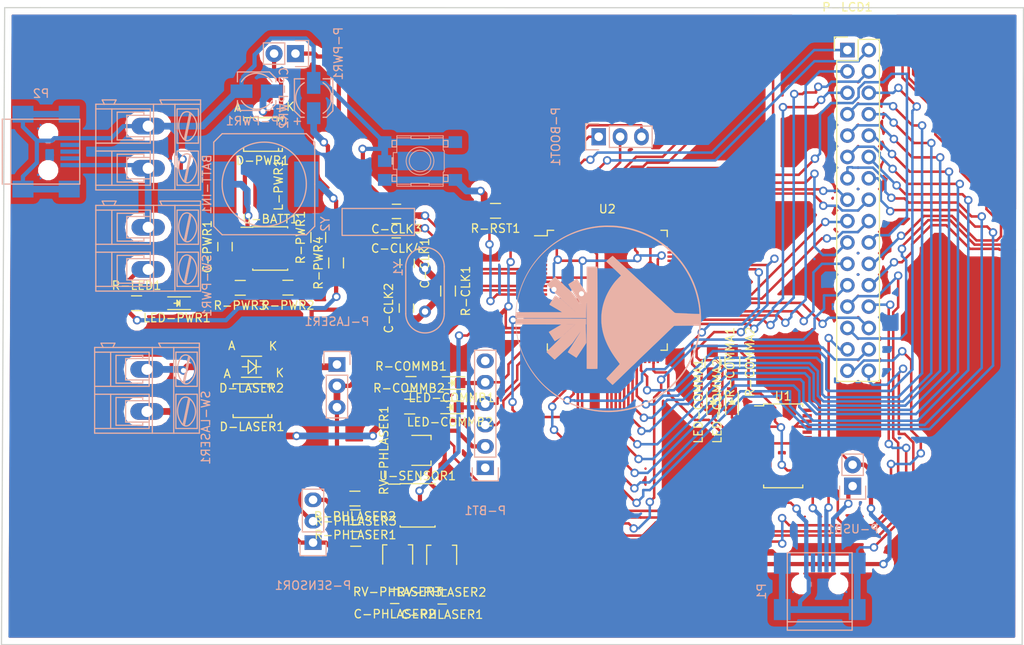
<source format=kicad_pcb>
(kicad_pcb (version 4) (host pcbnew 4.0.5)
  (title_block (title "Fiber-Optic Respirometer Interface") (date 2017-02-01) (rev 5) (company "Optical Lab of Physic Engineering ITS"))
  (layers (0 F.Cu signal) (31 B.Cu signal) (34 B.Paste user hide) (35 F.Paste user hide) (36 B.SilkS user) (37 F.SilkS user) (38 B.Mask user hide) (39 F.Mask user hide) (44 Edge.Cuts user))
  (net 0 "")
  (net 1 "Net-(BATT-IN1-Pad1)")
  (net 2 GND)
  (net 3 "Net-(C-CLK1-Pad1)")
  (net 4 "Net-(C-CLK2-Pad1)")
  (net 5 "Net-(C-CLK3-Pad1)")
  (net 6 "Net-(C-CLK4-Pad1)")
  (net 7 VCC)
  (net 8 /ADC_SENSOR)
  (net 9 "Net-(C-PHLASER2-Pad2)")
  (net 10 "Net-(C-PWR1-Pad1)")
  (net 11 "Net-(CP-PWR1-Pad1)")
  (net 12 "Net-(CP-PWR2-Pad1)")
  (net 13 "Net-(D-LASER1-Pad1)")
  (net 14 "Net-(D-LASER1-Pad2)")
  (net 15 "Net-(D-PWR1-Pad2)")
  (net 16 "Net-(L-PWR1-Pad1)")
  (net 17 "Net-(LED-PWR1-Pad2)")
  (net 18 "Net-(P-BOOT1-Pad2)")
  (net 19 VDD)
  (net 20 /LCD_RST)
  (net 21 /LCD_D15)
  (net 22 /LCD_D14)
  (net 23 /LCD_D13)
  (net 24 /LCD_D12)
  (net 25 /LCD_D11)
  (net 26 /LCD_D10)
  (net 27 /LCD_D9)
  (net 28 /LCD_D8)
  (net 29 /LCD_D7)
  (net 30 /LCD_D6)
  (net 31 /LCD_D5)
  (net 32 /LCD_D4)
  (net 33 /LCD_D3)
  (net 34 /LCD_D2)
  (net 35 /LCD_D1)
  (net 36 /LCD_D0)
  (net 37 /LCD_RD)
  (net 38 /LCD_WR)
  (net 39 /LCD_RS)
  (net 40 /LCD_CS)
  (net 41 /TIN_TCK)
  (net 42 /TIN_CS)
  (net 43 /TIN_MOSI)
  (net 44 /TIN_MISO)
  (net 45 /TIN_INT)
  (net 46 /LCD_BL)
  (net 47 /PC2)
  (net 48 "Net-(P-SENSOR1-Pad2)")
  (net 49 "Net-(P-SENSOR1-Pad3)")
  (net 50 "Net-(P1-Pad2)")
  (net 51 "Net-(P1-Pad3)")
  (net 52 "Net-(P1-Pad4)")
  (net 53 "Net-(P2-Pad2)")
  (net 54 "Net-(P2-Pad3)")
  (net 55 "Net-(P2-Pad4)")
  (net 56 "Net-(R-PHLASER1-Pad1)")
  (net 57 "Net-(R-PWR1-Pad2)")
  (net 58 "Net-(R-PWR2-Pad2)")
  (net 59 "Net-(R-RST1-Pad2)")
  (net 60 "Net-(RV-PHLASER1-Pad1)")
  (net 61 "Net-(RV-PHLASER1-Pad3)")
  (net 62 "Net-(RV-PHLASER1-Pad2)")
  (net 63 "Net-(RV-PHLASER2-Pad2)")
  (net 64 "Net-(RV-PHLASER3-Pad1)")
  (net 65 /TX)
  (net 66 "Net-(U1-Pad2)")
  (net 67 "Net-(U1-Pad3)")
  (net 68 /RX)
  (net 69 "Net-(U1-Pad6)")
  (net 70 "Net-(U1-Pad9)")
  (net 71 "Net-(U1-Pad10)")
  (net 72 "Net-(U1-Pad11)")
  (net 73 "Net-(U1-Pad12)")
  (net 74 "Net-(U1-Pad13)")
  (net 75 "Net-(U1-Pad14)")
  (net 76 "Net-(U1-Pad19)")
  (net 77 "Net-(U1-Pad22)")
  (net 78 "Net-(U1-Pad23)")
  (net 79 "Net-(U1-Pad27)")
  (net 80 "Net-(U1-Pad28)")
  (net 81 "Net-(U2-Pad1)")
  (net 82 "Net-(U2-Pad2)")
  (net 83 "Net-(U2-Pad3)")
  (net 84 "Net-(U2-Pad4)")
  (net 85 "Net-(U2-Pad5)")
  (net 86 "Net-(U2-Pad6)")
  (net 87 "Net-(U2-Pad7)")
  (net 88 "Net-(U2-Pad15)")
  (net 89 "Net-(U2-Pad16)")
  (net 90 "Net-(U2-Pad18)")
  (net 91 "Net-(U2-Pad20)")
  (net 92 "Net-(U2-Pad21)")
  (net 93 "Net-(U2-Pad24)")
  (net 94 "Net-(U2-Pad29)")
  (net 95 "Net-(U2-Pad33)")
  (net 96 "Net-(U2-Pad34)")
  (net 97 "Net-(U2-Pad35)")
  (net 98 "Net-(U2-Pad36)")
  (net 99 "Net-(U2-Pad47)")
  (net 100 "Net-(U2-Pad48)")
  (net 101 "Net-(U2-Pad51)")
  (net 102 "Net-(U2-Pad52)")
  (net 103 "Net-(U2-Pad53)")
  (net 104 "Net-(U2-Pad54)")
  (net 105 "Net-(U2-Pad59)")
  (net 106 "Net-(U2-Pad63)")
  (net 107 "Net-(U2-Pad64)")
  (net 108 "Net-(U2-Pad65)")
  (net 109 "Net-(U2-Pad66)")
  (net 110 "Net-(U2-Pad67)")
  (net 111 "Net-(U2-Pad70)")
  (net 112 "Net-(U2-Pad71)")
  (net 113 "Net-(U2-Pad72)")
  (net 114 "Net-(U2-Pad73)")
  (net 115 "Net-(U2-Pad76)")
  (net 116 "Net-(U2-Pad77)")
  (net 117 "Net-(U2-Pad78)")
  (net 118 "Net-(U2-Pad79)")
  (net 119 "Net-(U2-Pad80)")
  (net 120 "Net-(U2-Pad83)")
  (net 121 "Net-(U2-Pad84)")
  (net 122 "Net-(U2-Pad87)")
  (net 123 "Net-(U2-Pad89)")
  (net 124 "Net-(U2-Pad90)")
  (net 125 "Net-(U2-Pad91)")
  (net 126 "Net-(U2-Pad95)")
  (net 127 "Net-(U2-Pad96)")
  (net 128 "Net-(U2-Pad97)")
  (net 129 /BT_RX)
  (net 130 /BT_TX)
  (net 131 "Net-(P-BT1-Pad1)")
  (net 132 "Net-(P-BT1-Pad6)")
  (net 133 "Net-(LED-COMMA1-Pad2)")
  (net 134 "Net-(LED-COMMA2-Pad2)")
  (net 135 "Net-(LED-COMMB1-Pad2)")
  (net 136 "Net-(LED-COMMB2-Pad2)")
  (net 137 "Net-(P-USB1-Pad1)")
  (module Resistors_SMD:R_0805_HandSoldering (layer F.Cu) (at 109.48 83.57)
    (fp_text reference R-LED1 (at 0 -2.1) (layer F.SilkS))
    (fp_text value 330)
    (pad 1 smd rect (at -1.35 0) (size 1.5 1.3) (layers F.Cu F.Paste F.Mask) (net 12 "Net-(CP-PWR2-Pad1)"))
    (pad 2 smd rect (at 1.35 0) (size 1.5 1.3) (layers F.Cu F.Paste F.Mask) (net 17 "Net-(LED-PWR1-Pad2)"))
  )
  (module Capacitors_SMD:C_0805_HandSoldering (layer F.Cu) (at 141.63 78.83 270)
    (fp_text reference C-CLK1 (at 0 -2.1 270) (layer F.SilkS))
    (fp_text value 22pF)
    (pad 1 smd rect (at -1.25 0 270) (size 1.5 1.25) (layers F.Cu F.Paste F.Mask) (net 3 "Net-(C-CLK1-Pad1)"))
    (pad 2 smd rect (at 1.25 0 270) (size 1.5 1.25) (layers F.Cu F.Paste F.Mask) (net 2 GND))
  )
  (module Capacitors_SMD:C_0805_HandSoldering (layer F.Cu) (at 141.54 84.15 90)
    (fp_text reference C-CLK2 (at 0 -2.1 90) (layer F.SilkS))
    (fp_text value 22pF)
    (pad 1 smd rect (at -1.25 0 90) (size 1.5 1.25) (layers F.Cu F.Paste F.Mask) (net 4 "Net-(C-CLK2-Pad1)"))
    (pad 2 smd rect (at 1.25 0 90) (size 1.5 1.25) (layers F.Cu F.Paste F.Mask) (net 2 GND))
  )
  (module Capacitors_SMD:C_0805_HandSoldering (layer F.Cu) (at 140.36 72.66 180)
    (fp_text reference C-CLK3 (at 0 -2.1 180) (layer F.SilkS))
    (fp_text value 22pF)
    (pad 1 smd rect (at -1.25 0 180) (size 1.5 1.25) (layers F.Cu F.Paste F.Mask) (net 5 "Net-(C-CLK3-Pad1)"))
    (pad 2 smd rect (at 1.25 0 180) (size 1.5 1.25) (layers F.Cu F.Paste F.Mask) (net 2 GND))
  )
  (module Capacitors_SMD:C_0805_HandSoldering (layer F.Cu) (at 140.33 74.96 180)
    (fp_text reference C-CLK4 (at 0 -2.1 180) (layer F.SilkS))
    (fp_text value 22pF)
    (pad 1 smd rect (at -1.25 0 180) (size 1.5 1.25) (layers F.Cu F.Paste F.Mask) (net 6 "Net-(C-CLK4-Pad1)"))
    (pad 2 smd rect (at 1.25 0 180) (size 1.5 1.25) (layers F.Cu F.Paste F.Mask) (net 2 GND))
  )
  (module Capacitors_SMD:C_0805_HandSoldering (layer F.Cu) (at 145.79 118.46 180)
    (fp_text reference C-PHLASER1 (at 0 -2.1 180) (layer F.SilkS))
    (fp_text value 0.1uF)
    (pad 1 smd rect (at -1.25 0 180) (size 1.5 1.25) (layers F.Cu F.Paste F.Mask) (net 7 VCC))
    (pad 2 smd rect (at 1.25 0 180) (size 1.5 1.25) (layers F.Cu F.Paste F.Mask) (net 2 GND))
  )
  (module Capacitors_SMD:C_0805_HandSoldering (layer F.Cu) (at 140.15 118.4 180)
    (fp_text reference C-PHLASER2 (at 0 -2.1 180) (layer F.SilkS))
    (fp_text value 0.1uF)
    (pad 1 smd rect (at -1.25 0 180) (size 1.5 1.25) (layers F.Cu F.Paste F.Mask) (net 8 /ADC_SENSOR))
    (pad 2 smd rect (at 1.25 0 180) (size 1.5 1.25) (layers F.Cu F.Paste F.Mask) (net 9 "Net-(C-PHLASER2-Pad2)"))
  )
  (module Capacitors_SMD:C_0805_HandSoldering (layer F.Cu) (at 119.99 76.85 90)
    (fp_text reference C-PWR1 (at 0 -2.1 90) (layer F.SilkS))
    (fp_text value 1nF)
    (pad 1 smd rect (at -1.25 0 90) (size 1.5 1.25) (layers F.Cu F.Paste F.Mask) (net 10 "Net-(C-PWR1-Pad1)"))
    (pad 2 smd rect (at 1.25 0 90) (size 1.5 1.25) (layers F.Cu F.Paste F.Mask) (net 2 GND))
  )
  (module Capacitors_SMD:c_elec_4x5.3 (layer B.Cu) (at 123.75 58.38 180)
    (fp_text reference CP-PWR1 (at 0 -3.5433 180) (layer B.SilkS) (effects (justify mirror)))
    (fp_text value 100uF)
    (fp_text user + (at -2.7686 -2.0066 180) (layer B.SilkS) (effects (justify mirror)))
    (pad 1 smd rect (at -1.8 0) (size 2.6 1.6) (layers B.Cu B.Paste B.Mask) (net 11 "Net-(CP-PWR1-Pad1)"))
    (pad 2 smd rect (at 1.8 0) (size 2.6 1.6) (layers B.Cu B.Paste B.Mask) (net 2 GND))
  )
  (module Capacitors_SMD:c_elec_4x5.3 (layer B.Cu) (at 130.52 59.19 90)
    (fp_text reference CP-PWR2 (at 0 -3.5433 90) (layer B.SilkS) (effects (justify mirror)))
    (fp_text value 10uF)
    (fp_text user + (at -2.7686 -2.0066 90) (layer B.SilkS) (effects (justify mirror)))
    (pad 1 smd rect (at -1.8 0 270) (size 2.6 1.6) (layers B.Cu B.Paste B.Mask) (net 12 "Net-(CP-PWR2-Pad1)"))
    (pad 2 smd rect (at 1.8 0 270) (size 2.6 1.6) (layers B.Cu B.Paste B.Mask) (net 2 GND))
  )
  (module Diodes_SMD:SMB_Standard (layer F.Cu) (at 123.24884 95.15 180)
    (fp_text reference D-LASER1 (at 0.05 -3.1 180) (layer F.SilkS))
    (fp_text value D)
    (fp_text user K (at -3.25 3.3 180) (layer F.SilkS))
    (fp_text user A (at 3 3.2 180) (layer F.SilkS))
    (pad 1 smd rect (at -2.14884 0 180) (size 2.49936 2.30124) (layers F.Cu F.Paste F.Mask) (net 13 "Net-(D-LASER1-Pad1)"))
    (pad 2 smd rect (at 2.14884 0 180) (size 2.49936 2.30124) (layers F.Cu F.Paste F.Mask) (net 14 "Net-(D-LASER1-Pad2)"))
  )
  (module Diodes_SMD:MELF_Handsoldering (layer F.Cu) (at 123.14106 91.12 180)
    (fp_text reference D-LASER2 (at 0 -2.54 180) (layer F.SilkS))
    (fp_text value D)
    (fp_text user K (at -2.55 2.45 180) (layer F.SilkS))
    (fp_text user A (at 2.35 2.5 180) (layer F.SilkS))
    (pad 1 smd rect (at -3.40106 0 180) (size 3.50012 2.70002) (layers F.Cu F.Paste F.Mask) (net 13 "Net-(D-LASER1-Pad1)"))
    (pad 2 smd rect (at 3.40106 0 180) (size 3.50012 2.70002) (layers F.Cu F.Paste F.Mask) (net 14 "Net-(D-LASER1-Pad2)"))
  )
  (module Diodes_SMD:SMB_Standard (layer F.Cu) (at 124.49884 63.52 180)
    (fp_text reference D-PWR1 (at 0.05 -3.1 180) (layer F.SilkS))
    (fp_text value D_Schottky)
    (fp_text user K (at -3.25 3.3 180) (layer F.SilkS))
    (fp_text user A (at 3 3.2 180) (layer F.SilkS))
    (pad 1 smd rect (at -2.14884 0 180) (size 2.49936 2.30124) (layers F.Cu F.Paste F.Mask) (net 11 "Net-(CP-PWR1-Pad1)"))
    (pad 2 smd rect (at 2.14884 0 180) (size 2.49936 2.30124) (layers F.Cu F.Paste F.Mask) (net 15 "Net-(D-PWR1-Pad2)"))
  )
  (module Inductors:SELF-WE-PD-XXL (layer B.Cu) (at 124.65 69.43 180)
    (fp_text reference L-PWR1 (at -1.69926 -0.09906 270) (layer F.SilkS))
    (fp_text value 100uH)
    (fp_text user "" (at 0 0 180) (layer B.SilkS) (effects (justify mirror)))
    (fp_text user "" (at 0 0 180) (layer B.SilkS) (effects (justify mirror)))
    (pad 1 smd rect (at -5.00126 0 180) (size 2.90068 5.40004) (layers B.Cu B.Paste B.Mask) (net 16 "Net-(L-PWR1-Pad1)"))
    (pad 2 smd rect (at 5.00126 0 180) (size 2.90068 5.40004) (layers B.Cu B.Paste B.Mask) (net 15 "Net-(D-PWR1-Pad2)"))
  )
  (module LEDs:LED_0805 (layer F.Cu) (at 114.27902 83.57 180)
    (fp_text reference LED-PWR1 (at 0 -1.75 180) (layer F.SilkS))
    (fp_text value LED)
    (pad 2 smd rect (at 1.04902 0) (size 1.19888 1.19888) (layers F.Cu F.Paste F.Mask) (net 17 "Net-(LED-PWR1-Pad2)"))
    (pad 1 smd rect (at -1.04902 0) (size 1.19888 1.19888) (layers F.Cu F.Paste F.Mask) (net 2 GND))
  )
  (module Pin_Headers:Pin_Header_Straight_1x03 (layer B.Cu) (at 164.39 63.79 270)
    (fp_text reference P-BOOT1 (at 0 5.1 270) (layer B.SilkS) (effects (justify mirror)))
    (fp_text value CONN_01X03)
    (pad 1 thru_hole rect (at 0 0 270) (size 2.032 1.7272) (drill 1.016) (layers *.Cu *.Mask) (net 2 GND))
    (pad 2 thru_hole oval (at 0 -2.54 270) (size 2.032 1.7272) (drill 1.016) (layers *.Cu *.Mask) (net 18 "Net-(P-BOOT1-Pad2)"))
    (pad 3 thru_hole oval (at 0 -5.08 270) (size 2.032 1.7272) (drill 1.016) (layers *.Cu *.Mask) (net 19 VDD))
  )
  (module Pin_Headers:Pin_Header_Straight_2x16 (layer F.Cu) (at 193.94 53.49)
    (fp_text reference P-LCD1 (at 0 -5.1) (layer F.SilkS))
    (fp_text value CONN_02X16)
    (pad 1 thru_hole rect (at 0 0) (size 1.7272 1.7272) (drill 1.016) (layers *.Cu *.Mask) (net 2 GND))
    (pad 2 thru_hole oval (at 2.54 0) (size 1.7272 1.7272) (drill 1.016) (layers *.Cu *.Mask) (net 20 /LCD_RST))
    (pad 3 thru_hole oval (at 0 2.54) (size 1.7272 1.7272) (drill 1.016) (layers *.Cu *.Mask) (net 21 /LCD_D15))
    (pad 4 thru_hole oval (at 2.54 2.54) (size 1.7272 1.7272) (drill 1.016) (layers *.Cu *.Mask) (net 22 /LCD_D14))
    (pad 5 thru_hole oval (at 0 5.08) (size 1.7272 1.7272) (drill 1.016) (layers *.Cu *.Mask) (net 23 /LCD_D13))
    (pad 6 thru_hole oval (at 2.54 5.08) (size 1.7272 1.7272) (drill 1.016) (layers *.Cu *.Mask) (net 24 /LCD_D12))
    (pad 7 thru_hole oval (at 0 7.62) (size 1.7272 1.7272) (drill 1.016) (layers *.Cu *.Mask) (net 25 /LCD_D11))
    (pad 8 thru_hole oval (at 2.54 7.62) (size 1.7272 1.7272) (drill 1.016) (layers *.Cu *.Mask) (net 26 /LCD_D10))
    (pad 9 thru_hole oval (at 0 10.16) (size 1.7272 1.7272) (drill 1.016) (layers *.Cu *.Mask) (net 27 /LCD_D9))
    (pad 10 thru_hole oval (at 2.54 10.16) (size 1.7272 1.7272) (drill 1.016) (layers *.Cu *.Mask) (net 28 /LCD_D8))
    (pad 11 thru_hole oval (at 0 12.7) (size 1.7272 1.7272) (drill 1.016) (layers *.Cu *.Mask) (net 29 /LCD_D7))
    (pad 12 thru_hole oval (at 2.54 12.7) (size 1.7272 1.7272) (drill 1.016) (layers *.Cu *.Mask) (net 30 /LCD_D6))
    (pad 13 thru_hole oval (at 0 15.24) (size 1.7272 1.7272) (drill 1.016) (layers *.Cu *.Mask) (net 31 /LCD_D5))
    (pad 14 thru_hole oval (at 2.54 15.24) (size 1.7272 1.7272) (drill 1.016) (layers *.Cu *.Mask) (net 32 /LCD_D4))
    (pad 15 thru_hole oval (at 0 17.78) (size 1.7272 1.7272) (drill 1.016) (layers *.Cu *.Mask) (net 33 /LCD_D3))
    (pad 16 thru_hole oval (at 2.54 17.78) (size 1.7272 1.7272) (drill 1.016) (layers *.Cu *.Mask) (net 34 /LCD_D2))
    (pad 17 thru_hole oval (at 0 20.32) (size 1.7272 1.7272) (drill 1.016) (layers *.Cu *.Mask) (net 35 /LCD_D1))
    (pad 18 thru_hole oval (at 2.54 20.32) (size 1.7272 1.7272) (drill 1.016) (layers *.Cu *.Mask) (net 36 /LCD_D0))
    (pad 19 thru_hole oval (at 0 22.86) (size 1.7272 1.7272) (drill 1.016) (layers *.Cu *.Mask) (net 37 /LCD_RD))
    (pad 20 thru_hole oval (at 2.54 22.86) (size 1.7272 1.7272) (drill 1.016) (layers *.Cu *.Mask) (net 38 /LCD_WR))
    (pad 21 thru_hole oval (at 0 25.4) (size 1.7272 1.7272) (drill 1.016) (layers *.Cu *.Mask) (net 39 /LCD_RS))
    (pad 22 thru_hole oval (at 2.54 25.4) (size 1.7272 1.7272) (drill 1.016) (layers *.Cu *.Mask) (net 40 /LCD_CS))
    (pad 23 thru_hole oval (at 0 27.94) (size 1.7272 1.7272) (drill 1.016) (layers *.Cu *.Mask) (net 41 /TIN_TCK))
    (pad 24 thru_hole oval (at 2.54 27.94) (size 1.7272 1.7272) (drill 1.016) (layers *.Cu *.Mask) (net 42 /TIN_CS))
    (pad 25 thru_hole oval (at 0 30.48) (size 1.7272 1.7272) (drill 1.016) (layers *.Cu *.Mask) (net 43 /TIN_MOSI))
    (pad 26 thru_hole oval (at 2.54 30.48) (size 1.7272 1.7272) (drill 1.016) (layers *.Cu *.Mask) (net 44 /TIN_MISO))
    (pad 27 thru_hole oval (at 0 33.02) (size 1.7272 1.7272) (drill 1.016) (layers *.Cu *.Mask) (net 45 /TIN_INT))
    (pad 28 thru_hole oval (at 2.54 33.02) (size 1.7272 1.7272) (drill 1.016) (layers *.Cu *.Mask) (net 46 /LCD_BL))
    (pad 29 thru_hole oval (at 0 35.56) (size 1.7272 1.7272) (drill 1.016) (layers *.Cu *.Mask) (net 7 VCC))
    (pad 30 thru_hole oval (at 2.54 35.56) (size 1.7272 1.7272) (drill 1.016) (layers *.Cu *.Mask) (net 47 /PC2))
    (pad 31 thru_hole oval (at 0 38.1) (size 1.7272 1.7272) (drill 1.016) (layers *.Cu *.Mask) (net 19 VDD))
    (pad 32 thru_hole oval (at 2.54 38.1) (size 1.7272 1.7272) (drill 1.016) (layers *.Cu *.Mask) (net 2 GND))
  )
  (module Pin_Headers:Pin_Header_Straight_1x02 (layer B.Cu) (at 128.36 53.91 90)
    (fp_text reference P-PWR1 (at 0 5.1 90) (layer B.SilkS) (effects (justify mirror)))
    (fp_text value CONN_01X02)
    (pad 1 thru_hole rect (at 0 0 90) (size 2.032 2.032) (drill 1.016) (layers *.Cu *.Mask) (net 7 VCC))
    (pad 2 thru_hole oval (at 0 -2.54 90) (size 2.032 2.032) (drill 1.016) (layers *.Cu *.Mask) (net 11 "Net-(CP-PWR1-Pad1)"))
  )
  (module Pin_Headers:Pin_Header_Straight_1x03 (layer B.Cu) (at 130.45 112.01)
    (fp_text reference P-SENSOR1 (at 0 5.1) (layer B.SilkS) (effects (justify mirror)))
    (fp_text value CONN_01X03)
    (pad 1 thru_hole rect (at 0 0) (size 2.032 1.7272) (drill 1.016) (layers *.Cu *.Mask) (net 2 GND))
    (pad 2 thru_hole oval (at 0 -2.54) (size 2.032 1.7272) (drill 1.016) (layers *.Cu *.Mask) (net 48 "Net-(P-SENSOR1-Pad2)"))
    (pad 3 thru_hole oval (at 0 -5.08) (size 2.032 1.7272) (drill 1.016) (layers *.Cu *.Mask) (net 49 "Net-(P-SENSOR1-Pad3)"))
  )
  (module Connect:USB_Mini-B (layer B.Cu) (at 190.64992 117.82026 90)
    (fp_text reference P1 (at 0 -6.90118 90) (layer B.SilkS) (effects (justify mirror)))
    (fp_text value USB_OTG)
    (pad 1 smd rect (at 3.44932 1.6002 90) (size 2.30124 0.50038) (layers B.Cu B.Paste B.Mask) (net 137 "Net-(P-USB1-Pad1)"))
    (pad 2 smd rect (at 3.44932 0.8001 90) (size 2.30124 0.50038) (layers B.Cu B.Paste B.Mask) (net 50 "Net-(P1-Pad2)"))
    (pad 3 smd rect (at 3.44932 0 90) (size 2.30124 0.50038) (layers B.Cu B.Paste B.Mask) (net 51 "Net-(P1-Pad3)"))
    (pad 4 smd rect (at 3.44932 -0.8001 90) (size 2.30124 0.50038) (layers B.Cu B.Paste B.Mask) (net 52 "Net-(P1-Pad4)"))
    (pad 5 smd rect (at 3.44932 -1.6002 90) (size 2.30124 0.50038) (layers B.Cu B.Paste B.Mask) (net 2 GND))
    (pad 6 smd rect (at 3.35026 4.45008 90) (size 2.49936 1.99898) (layers B.Cu B.Paste B.Mask) (net 2 GND))
    (pad 6 smd rect (at -2.14884 4.45008 90) (size 2.49936 1.99898) (layers B.Cu B.Paste B.Mask) (net 2 GND))
    (pad 6 smd rect (at 3.35026 -4.45008 90) (size 2.49936 1.99898) (layers B.Cu B.Paste B.Mask) (net 2 GND))
    (pad 6 smd rect (at -2.14884 -4.45008 90) (size 2.49936 1.99898) (layers B.Cu B.Paste B.Mask) (net 2 GND))
    (pad "" np_thru_hole circle (at 0.8509 2.19964 90) (size 0.89916 0.89916) (drill 0.89916) (layers *.Cu *.Mask))
    (pad "" np_thru_hole circle (at 0.8509 -2.19964 90) (size 0.89916 0.89916) (drill 0.89916) (layers *.Cu *.Mask))
  )
  (module Connect:USB_Mini-B (layer B.Cu) (at 98.1291 65.55964)
    (fp_text reference P2 (at 0 -6.90118) (layer B.SilkS) (effects (justify mirror)))
    (fp_text value USB_OTG)
    (pad 1 smd rect (at 3.44932 1.6002) (size 2.30124 0.50038) (layers B.Cu B.Paste B.Mask) (net 1 "Net-(BATT-IN1-Pad1)"))
    (pad 2 smd rect (at 3.44932 0.8001) (size 2.30124 0.50038) (layers B.Cu B.Paste B.Mask) (net 53 "Net-(P2-Pad2)"))
    (pad 3 smd rect (at 3.44932 0) (size 2.30124 0.50038) (layers B.Cu B.Paste B.Mask) (net 54 "Net-(P2-Pad3)"))
    (pad 4 smd rect (at 3.44932 -0.8001) (size 2.30124 0.50038) (layers B.Cu B.Paste B.Mask) (net 55 "Net-(P2-Pad4)"))
    (pad 5 smd rect (at 3.44932 -1.6002) (size 2.30124 0.50038) (layers B.Cu B.Paste B.Mask) (net 2 GND))
    (pad 6 smd rect (at 3.35026 4.45008) (size 2.49936 1.99898) (layers B.Cu B.Paste B.Mask) (net 2 GND))
    (pad 6 smd rect (at -2.14884 4.45008) (size 2.49936 1.99898) (layers B.Cu B.Paste B.Mask) (net 2 GND))
    (pad 6 smd rect (at 3.35026 -4.45008) (size 2.49936 1.99898) (layers B.Cu B.Paste B.Mask) (net 2 GND))
    (pad 6 smd rect (at -2.14884 -4.45008) (size 2.49936 1.99898) (layers B.Cu B.Paste B.Mask) (net 2 GND))
    (pad "" np_thru_hole circle (at 0.8509 2.19964) (size 0.89916 0.89916) (drill 0.89916) (layers *.Cu *.Mask))
    (pad "" np_thru_hole circle (at 0.8509 -2.19964) (size 0.89916 0.89916) (drill 0.89916) (layers *.Cu *.Mask))
  )
  (module Resistors_SMD:R_0805_HandSoldering (layer F.Cu) (at 146.49 82.12 270)
    (fp_text reference R-CLK1 (at 0 -2.1 270) (layer F.SilkS))
    (fp_text value 1K)
    (pad 1 smd rect (at -1.35 0 270) (size 1.5 1.3) (layers F.Cu F.Paste F.Mask) (net 3 "Net-(C-CLK1-Pad1)"))
    (pad 2 smd rect (at 1.35 0 270) (size 1.5 1.3) (layers F.Cu F.Paste F.Mask) (net 4 "Net-(C-CLK2-Pad1)"))
  )
  (module Resistors_SMD:R_0805_HandSoldering (layer F.Cu) (at 135.48 109 180)
    (fp_text reference R-PHLASER1 (at 0 -2.1 180) (layer F.SilkS))
    (fp_text value 100K)
    (pad 1 smd rect (at -1.35 0 180) (size 1.5 1.3) (layers F.Cu F.Paste F.Mask) (net 56 "Net-(R-PHLASER1-Pad1)"))
    (pad 2 smd rect (at 1.35 0 180) (size 1.5 1.3) (layers F.Cu F.Paste F.Mask) (net 49 "Net-(P-SENSOR1-Pad3)"))
  )
  (module Resistors_SMD:R_0805_HandSoldering (layer F.Cu) (at 135.42 106.78 180)
    (fp_text reference R-PHLASER2 (at 0 -2.1 180) (layer F.SilkS))
    (fp_text value 100K)
    (pad 1 smd rect (at -1.35 0 180) (size 1.5 1.3) (layers F.Cu F.Paste F.Mask) (net 9 "Net-(C-PHLASER2-Pad2)"))
    (pad 2 smd rect (at 1.35 0 180) (size 1.5 1.3) (layers F.Cu F.Paste F.Mask) (net 48 "Net-(P-SENSOR1-Pad2)"))
  )
  (module Resistors_SMD:R_0805_HandSoldering (layer F.Cu) (at 135.52 111.57)
    (fp_text reference R-PHLASER3 (at 0 -2.1) (layer F.SilkS))
    (fp_text value 100K)
    (pad 1 smd rect (at -1.35 0) (size 1.5 1.3) (layers F.Cu F.Paste F.Mask) (net 56 "Net-(R-PHLASER1-Pad1)"))
    (pad 2 smd rect (at 1.35 0) (size 1.5 1.3) (layers F.Cu F.Paste F.Mask) (net 2 GND))
  )
  (module Resistors_SMD:R_0805_HandSoldering (layer F.Cu) (at 131.07 75.75 90)
    (fp_text reference R-PWR1 (at 0 -2.1 90) (layer F.SilkS))
    (fp_text value 180)
    (pad 1 smd rect (at -1.35 0 90) (size 1.5 1.3) (layers F.Cu F.Paste F.Mask) (net 16 "Net-(L-PWR1-Pad1)"))
    (pad 2 smd rect (at 1.35 0 90) (size 1.5 1.3) (layers F.Cu F.Paste F.Mask) (net 57 "Net-(R-PWR1-Pad2)"))
  )
  (module Resistors_SMD:R_0805_HandSoldering (layer F.Cu) (at 127.46 81.72 180)
    (fp_text reference R-PWR2 (at 0 -2.1 180) (layer F.SilkS))
    (fp_text value 12K)
    (pad 1 smd rect (at -1.35 0 180) (size 1.5 1.3) (layers F.Cu F.Paste F.Mask) (net 7 VCC))
    (pad 2 smd rect (at 1.35 0 180) (size 1.5 1.3) (layers F.Cu F.Paste F.Mask) (net 58 "Net-(R-PWR2-Pad2)"))
  )
  (module Resistors_SMD:R_0805_HandSoldering (layer F.Cu) (at 121.8 81.74 180)
    (fp_text reference R-PWR3 (at 0 -2.1 180) (layer F.SilkS))
    (fp_text value 3K9)
    (pad 1 smd rect (at -1.35 0 180) (size 1.5 1.3) (layers F.Cu F.Paste F.Mask) (net 58 "Net-(R-PWR2-Pad2)"))
    (pad 2 smd rect (at 1.35 0 180) (size 1.5 1.3) (layers F.Cu F.Paste F.Mask) (net 2 GND))
  )
  (module Resistors_SMD:R_0805_HandSoldering (layer F.Cu) (at 133.19 78.78 90)
    (fp_text reference R-PWR4 (at 0 -2.1 90) (layer F.SilkS))
    (fp_text value 180)
    (pad 1 smd rect (at -1.35 0 90) (size 1.5 1.3) (layers F.Cu F.Paste F.Mask) (net 12 "Net-(CP-PWR2-Pad1)"))
    (pad 2 smd rect (at 1.35 0 90) (size 1.5 1.3) (layers F.Cu F.Paste F.Mask) (net 16 "Net-(L-PWR1-Pad1)"))
  )
  (module Resistors_SMD:R_0805_HandSoldering (layer F.Cu) (at 152.13 72.59 180)
    (fp_text reference R-RST1 (at 0 -2.1 180) (layer F.SilkS))
    (fp_text value 4k7)
    (pad 1 smd rect (at -1.35 0 180) (size 1.5 1.3) (layers F.Cu F.Paste F.Mask) (net 19 VDD))
    (pad 2 smd rect (at 1.35 0 180) (size 1.5 1.3) (layers F.Cu F.Paste F.Mask) (net 59 "Net-(R-RST1-Pad2)"))
  )
  (module Potentiometers:Potentiometer_Trimmer-EVM3E (layer F.Cu) (at 142.715 101.05 270)
    (fp_text reference RV-PHLASER1 (at 0 3.835 270) (layer F.SilkS))
    (fp_text value 100K)
    (pad 1 smd rect (at -1.4 1.625 270) (size 1.2 1.2) (layers F.Cu F.Paste F.Mask) (net 60 "Net-(RV-PHLASER1-Pad1)"))
    (pad 3 smd rect (at 1.4 1.625 270) (size 1.2 1.2) (layers F.Cu F.Paste F.Mask) (net 61 "Net-(RV-PHLASER1-Pad3)"))
    (pad 2 smd rect (at 0 -1.625 270) (size 1.6 1.5) (layers F.Cu F.Paste F.Mask) (net 62 "Net-(RV-PHLASER1-Pad2)"))
  )
  (module Potentiometers:Potentiometer_Trimmer-EVM3E (layer F.Cu) (at 145.73 114.075)
    (fp_text reference RV-PHLASER2 (at 0 3.835) (layer F.SilkS))
    (fp_text value 100K)
    (pad 1 smd rect (at -1.4 1.625) (size 1.2 1.2) (layers F.Cu F.Paste F.Mask) (net 2 GND))
    (pad 3 smd rect (at 1.4 1.625) (size 1.2 1.2) (layers F.Cu F.Paste F.Mask) (net 7 VCC))
    (pad 2 smd rect (at 0 -1.625) (size 1.6 1.5) (layers F.Cu F.Paste F.Mask) (net 63 "Net-(RV-PHLASER2-Pad2)"))
  )
  (module Potentiometers:Potentiometer_Trimmer-EVM3E (layer F.Cu) (at 140.5 114.03)
    (fp_text reference RV-PHLASER3 (at 0 3.835) (layer F.SilkS))
    (fp_text value 100K)
    (pad 1 smd rect (at -1.4 1.625) (size 1.2 1.2) (layers F.Cu F.Paste F.Mask) (net 64 "Net-(RV-PHLASER3-Pad1)"))
    (pad 3 smd rect (at 1.4 1.625) (size 1.2 1.2) (layers F.Cu F.Paste F.Mask) (net 8 /ADC_SENSOR))
    (pad 2 smd rect (at 0 -1.625) (size 1.6 1.5) (layers F.Cu F.Paste F.Mask) (net 9 "Net-(C-PHLASER2-Pad2)"))
  )
  (module Housings_SSOP:TSSOP-28_4.4x9.7mm_Pitch0.65mm (layer F.Cu) (at 186.31 100.515)
    (fp_text reference U1 (at 0 -5.9) (layer F.SilkS))
    (fp_text value FT232RL)
    (pad 1 smd rect (at -2.85 -4.225) (size 1.1 0.4) (layers F.Cu F.Paste F.Mask) (net 65 /TX))
    (pad 2 smd rect (at -2.85 -3.575) (size 1.1 0.4) (layers F.Cu F.Paste F.Mask) (net 66 "Net-(U1-Pad2)"))
    (pad 3 smd rect (at -2.85 -2.925) (size 1.1 0.4) (layers F.Cu F.Paste F.Mask) (net 67 "Net-(U1-Pad3)"))
    (pad 4 smd rect (at -2.85 -2.275) (size 1.1 0.4) (layers F.Cu F.Paste F.Mask) (net 19 VDD))
    (pad 5 smd rect (at -2.85 -1.625) (size 1.1 0.4) (layers F.Cu F.Paste F.Mask) (net 68 /RX))
    (pad 6 smd rect (at -2.85 -0.975) (size 1.1 0.4) (layers F.Cu F.Paste F.Mask) (net 69 "Net-(U1-Pad6)"))
    (pad 7 smd rect (at -2.85 -0.325) (size 1.1 0.4) (layers F.Cu F.Paste F.Mask) (net 2 GND))
    (pad 8 smd rect (at -2.85 0.325) (size 1.1 0.4) (layers F.Cu F.Paste F.Mask))
    (pad 9 smd rect (at -2.85 0.975) (size 1.1 0.4) (layers F.Cu F.Paste F.Mask) (net 70 "Net-(U1-Pad9)"))
    (pad 10 smd rect (at -2.85 1.625) (size 1.1 0.4) (layers F.Cu F.Paste F.Mask) (net 71 "Net-(U1-Pad10)"))
    (pad 11 smd rect (at -2.85 2.275) (size 1.1 0.4) (layers F.Cu F.Paste F.Mask) (net 72 "Net-(U1-Pad11)"))
    (pad 12 smd rect (at -2.85 2.925) (size 1.1 0.4) (layers F.Cu F.Paste F.Mask) (net 73 "Net-(U1-Pad12)"))
    (pad 13 smd rect (at -2.85 3.575) (size 1.1 0.4) (layers F.Cu F.Paste F.Mask) (net 74 "Net-(U1-Pad13)"))
    (pad 14 smd rect (at -2.85 4.225) (size 1.1 0.4) (layers F.Cu F.Paste F.Mask) (net 75 "Net-(U1-Pad14)"))
    (pad 15 smd rect (at 2.85 4.225) (size 1.1 0.4) (layers F.Cu F.Paste F.Mask) (net 51 "Net-(P1-Pad3)"))
    (pad 16 smd rect (at 2.85 3.575) (size 1.1 0.4) (layers F.Cu F.Paste F.Mask) (net 50 "Net-(P1-Pad2)"))
    (pad 17 smd rect (at 2.85 2.925) (size 1.1 0.4) (layers F.Cu F.Paste F.Mask) (net 19 VDD))
    (pad 18 smd rect (at 2.85 2.275) (size 1.1 0.4) (layers F.Cu F.Paste F.Mask) (net 2 GND))
    (pad 19 smd rect (at 2.85 1.625) (size 1.1 0.4) (layers F.Cu F.Paste F.Mask) (net 76 "Net-(U1-Pad19)"))
    (pad 20 smd rect (at 2.85 0.975) (size 1.1 0.4) (layers F.Cu F.Paste F.Mask) (net 7 VCC))
    (pad 21 smd rect (at 2.85 0.325) (size 1.1 0.4) (layers F.Cu F.Paste F.Mask) (net 2 GND))
    (pad 22 smd rect (at 2.85 -0.325) (size 1.1 0.4) (layers F.Cu F.Paste F.Mask) (net 77 "Net-(U1-Pad22)"))
    (pad 23 smd rect (at 2.85 -0.975) (size 1.1 0.4) (layers F.Cu F.Paste F.Mask) (net 78 "Net-(U1-Pad23)"))
    (pad 24 smd rect (at 2.85 -1.625) (size 1.1 0.4) (layers F.Cu F.Paste F.Mask))
    (pad 25 smd rect (at 2.85 -2.275) (size 1.1 0.4) (layers F.Cu F.Paste F.Mask) (net 2 GND))
    (pad 26 smd rect (at 2.85 -2.925) (size 1.1 0.4) (layers F.Cu F.Paste F.Mask) (net 2 GND))
    (pad 27 smd rect (at 2.85 -3.575) (size 1.1 0.4) (layers F.Cu F.Paste F.Mask) (net 79 "Net-(U1-Pad27)"))
    (pad 28 smd rect (at 2.85 -4.225) (size 1.1 0.4) (layers F.Cu F.Paste F.Mask) (net 80 "Net-(U1-Pad28)"))
  )
  (module Housings_QFP:LQFP-100_14x14mm_Pitch0.5mm (layer F.Cu) (at 165.41 82.03)
    (fp_text reference U2 (at 0 -9.65) (layer F.SilkS))
    (fp_text value STM32F103VETx)
    (pad 1 smd rect (at -7.9 -6) (size 1.5 0.28) (layers F.Cu F.Paste F.Mask) (net 81 "Net-(U2-Pad1)"))
    (pad 2 smd rect (at -7.9 -5.5) (size 1.5 0.28) (layers F.Cu F.Paste F.Mask) (net 82 "Net-(U2-Pad2)"))
    (pad 3 smd rect (at -7.9 -5) (size 1.5 0.28) (layers F.Cu F.Paste F.Mask) (net 83 "Net-(U2-Pad3)"))
    (pad 4 smd rect (at -7.9 -4.5) (size 1.5 0.28) (layers F.Cu F.Paste F.Mask) (net 84 "Net-(U2-Pad4)"))
    (pad 5 smd rect (at -7.9 -4) (size 1.5 0.28) (layers F.Cu F.Paste F.Mask) (net 85 "Net-(U2-Pad5)"))
    (pad 6 smd rect (at -7.9 -3.5) (size 1.5 0.28) (layers F.Cu F.Paste F.Mask) (net 86 "Net-(U2-Pad6)"))
    (pad 7 smd rect (at -7.9 -3) (size 1.5 0.28) (layers F.Cu F.Paste F.Mask) (net 87 "Net-(U2-Pad7)"))
    (pad 8 smd rect (at -7.9 -2.5) (size 1.5 0.28) (layers F.Cu F.Paste F.Mask) (net 5 "Net-(C-CLK3-Pad1)"))
    (pad 9 smd rect (at -7.9 -2) (size 1.5 0.28) (layers F.Cu F.Paste F.Mask) (net 6 "Net-(C-CLK4-Pad1)"))
    (pad 10 smd rect (at -7.9 -1.5) (size 1.5 0.28) (layers F.Cu F.Paste F.Mask) (net 2 GND))
    (pad 11 smd rect (at -7.9 -1) (size 1.5 0.28) (layers F.Cu F.Paste F.Mask) (net 19 VDD))
    (pad 12 smd rect (at -7.9 -0.5) (size 1.5 0.28) (layers F.Cu F.Paste F.Mask) (net 3 "Net-(C-CLK1-Pad1)"))
    (pad 13 smd rect (at -7.9 0) (size 1.5 0.28) (layers F.Cu F.Paste F.Mask) (net 4 "Net-(C-CLK2-Pad1)"))
    (pad 14 smd rect (at -7.9 0.5) (size 1.5 0.28) (layers F.Cu F.Paste F.Mask) (net 59 "Net-(R-RST1-Pad2)"))
    (pad 15 smd rect (at -7.9 1) (size 1.5 0.28) (layers F.Cu F.Paste F.Mask) (net 88 "Net-(U2-Pad15)"))
    (pad 16 smd rect (at -7.9 1.5) (size 1.5 0.28) (layers F.Cu F.Paste F.Mask) (net 89 "Net-(U2-Pad16)"))
    (pad 17 smd rect (at -7.9 2) (size 1.5 0.28) (layers F.Cu F.Paste F.Mask) (net 47 /PC2))
    (pad 18 smd rect (at -7.9 2.5) (size 1.5 0.28) (layers F.Cu F.Paste F.Mask) (net 90 "Net-(U2-Pad18)"))
    (pad 19 smd rect (at -7.9 3) (size 1.5 0.28) (layers F.Cu F.Paste F.Mask) (net 2 GND))
    (pad 20 smd rect (at -7.9 3.5) (size 1.5 0.28) (layers F.Cu F.Paste F.Mask) (net 91 "Net-(U2-Pad20)"))
    (pad 21 smd rect (at -7.9 4) (size 1.5 0.28) (layers F.Cu F.Paste F.Mask) (net 92 "Net-(U2-Pad21)"))
    (pad 22 smd rect (at -7.9 4.5) (size 1.5 0.28) (layers F.Cu F.Paste F.Mask) (net 19 VDD))
    (pad 23 smd rect (at -7.9 5) (size 1.5 0.28) (layers F.Cu F.Paste F.Mask) (net 8 /ADC_SENSOR))
    (pad 24 smd rect (at -7.9 5.5) (size 1.5 0.28) (layers F.Cu F.Paste F.Mask) (net 93 "Net-(U2-Pad24)"))
    (pad 25 smd rect (at -7.9 6) (size 1.5 0.28) (layers F.Cu F.Paste F.Mask) (net 129 /BT_RX))
    (pad 26 smd rect (at -6 7.9 90) (size 1.5 0.28) (layers F.Cu F.Paste F.Mask) (net 130 /BT_TX))
    (pad 27 smd rect (at -5.5 7.9 90) (size 1.5 0.28) (layers F.Cu F.Paste F.Mask) (net 2 GND))
    (pad 28 smd rect (at -5 7.9 90) (size 1.5 0.28) (layers F.Cu F.Paste F.Mask) (net 19 VDD))
    (pad 29 smd rect (at -4.5 7.9 90) (size 1.5 0.28) (layers F.Cu F.Paste F.Mask) (net 94 "Net-(U2-Pad29)"))
    (pad 30 smd rect (at -4 7.9 90) (size 1.5 0.28) (layers F.Cu F.Paste F.Mask) (net 41 /TIN_TCK))
    (pad 31 smd rect (at -3.5 7.9 90) (size 1.5 0.28) (layers F.Cu F.Paste F.Mask) (net 44 /TIN_MISO))
    (pad 32 smd rect (at -3 7.9 90) (size 1.5 0.28) (layers F.Cu F.Paste F.Mask) (net 43 /TIN_MOSI))
    (pad 33 smd rect (at -2.5 7.9 90) (size 1.5 0.28) (layers F.Cu F.Paste F.Mask) (net 95 "Net-(U2-Pad33)"))
    (pad 34 smd rect (at -2 7.9 90) (size 1.5 0.28) (layers F.Cu F.Paste F.Mask) (net 96 "Net-(U2-Pad34)"))
    (pad 35 smd rect (at -1.5 7.9 90) (size 1.5 0.28) (layers F.Cu F.Paste F.Mask) (net 97 "Net-(U2-Pad35)"))
    (pad 36 smd rect (at -1 7.9 90) (size 1.5 0.28) (layers F.Cu F.Paste F.Mask) (net 98 "Net-(U2-Pad36)"))
    (pad 37 smd rect (at -0.5 7.9 90) (size 1.5 0.28) (layers F.Cu F.Paste F.Mask) (net 2 GND))
    (pad 38 smd rect (at 0 7.9 90) (size 1.5 0.28) (layers F.Cu F.Paste F.Mask) (net 32 /LCD_D4))
    (pad 39 smd rect (at 0.5 7.9 90) (size 1.5 0.28) (layers F.Cu F.Paste F.Mask) (net 31 /LCD_D5))
    (pad 40 smd rect (at 1 7.9 90) (size 1.5 0.28) (layers F.Cu F.Paste F.Mask) (net 30 /LCD_D6))
    (pad 41 smd rect (at 1.5 7.9 90) (size 1.5 0.28) (layers F.Cu F.Paste F.Mask) (net 29 /LCD_D7))
    (pad 42 smd rect (at 2 7.9 90) (size 1.5 0.28) (layers F.Cu F.Paste F.Mask) (net 28 /LCD_D8))
    (pad 43 smd rect (at 2.5 7.9 90) (size 1.5 0.28) (layers F.Cu F.Paste F.Mask) (net 27 /LCD_D9))
    (pad 44 smd rect (at 3 7.9 90) (size 1.5 0.28) (layers F.Cu F.Paste F.Mask) (net 26 /LCD_D10))
    (pad 45 smd rect (at 3.5 7.9 90) (size 1.5 0.28) (layers F.Cu F.Paste F.Mask) (net 25 /LCD_D11))
    (pad 46 smd rect (at 4 7.9 90) (size 1.5 0.28) (layers F.Cu F.Paste F.Mask) (net 24 /LCD_D12))
    (pad 47 smd rect (at 4.5 7.9 90) (size 1.5 0.28) (layers F.Cu F.Paste F.Mask) (net 99 "Net-(U2-Pad47)"))
    (pad 48 smd rect (at 5 7.9 90) (size 1.5 0.28) (layers F.Cu F.Paste F.Mask) (net 100 "Net-(U2-Pad48)"))
    (pad 49 smd rect (at 5.5 7.9 90) (size 1.5 0.28) (layers F.Cu F.Paste F.Mask) (net 2 GND))
    (pad 50 smd rect (at 6 7.9 90) (size 1.5 0.28) (layers F.Cu F.Paste F.Mask) (net 19 VDD))
    (pad 51 smd rect (at 7.9 6) (size 1.5 0.28) (layers F.Cu F.Paste F.Mask) (net 101 "Net-(U2-Pad51)"))
    (pad 52 smd rect (at 7.9 5.5) (size 1.5 0.28) (layers F.Cu F.Paste F.Mask) (net 102 "Net-(U2-Pad52)"))
    (pad 53 smd rect (at 7.9 5) (size 1.5 0.28) (layers F.Cu F.Paste F.Mask) (net 103 "Net-(U2-Pad53)"))
    (pad 54 smd rect (at 7.9 4.5) (size 1.5 0.28) (layers F.Cu F.Paste F.Mask) (net 104 "Net-(U2-Pad54)"))
    (pad 55 smd rect (at 7.9 4) (size 1.5 0.28) (layers F.Cu F.Paste F.Mask) (net 23 /LCD_D13))
    (pad 56 smd rect (at 7.9 3.5) (size 1.5 0.28) (layers F.Cu F.Paste F.Mask) (net 22 /LCD_D14))
    (pad 57 smd rect (at 7.9 3) (size 1.5 0.28) (layers F.Cu F.Paste F.Mask) (net 21 /LCD_D15))
    (pad 58 smd rect (at 7.9 2.5) (size 1.5 0.28) (layers F.Cu F.Paste F.Mask) (net 39 /LCD_RS))
    (pad 59 smd rect (at 7.9 2) (size 1.5 0.28) (layers F.Cu F.Paste F.Mask) (net 105 "Net-(U2-Pad59)"))
    (pad 60 smd rect (at 7.9 1.5) (size 1.5 0.28) (layers F.Cu F.Paste F.Mask) (net 46 /LCD_BL))
    (pad 61 smd rect (at 7.9 1) (size 1.5 0.28) (layers F.Cu F.Paste F.Mask) (net 36 /LCD_D0))
    (pad 62 smd rect (at 7.9 0.5) (size 1.5 0.28) (layers F.Cu F.Paste F.Mask) (net 35 /LCD_D1))
    (pad 63 smd rect (at 7.9 0) (size 1.5 0.28) (layers F.Cu F.Paste F.Mask) (net 106 "Net-(U2-Pad63)"))
    (pad 64 smd rect (at 7.9 -0.5) (size 1.5 0.28) (layers F.Cu F.Paste F.Mask) (net 107 "Net-(U2-Pad64)"))
    (pad 65 smd rect (at 7.9 -1) (size 1.5 0.28) (layers F.Cu F.Paste F.Mask) (net 108 "Net-(U2-Pad65)"))
    (pad 66 smd rect (at 7.9 -1.5) (size 1.5 0.28) (layers F.Cu F.Paste F.Mask) (net 109 "Net-(U2-Pad66)"))
    (pad 67 smd rect (at 7.9 -2) (size 1.5 0.28) (layers F.Cu F.Paste F.Mask) (net 110 "Net-(U2-Pad67)"))
    (pad 68 smd rect (at 7.9 -2.5) (size 1.5 0.28) (layers F.Cu F.Paste F.Mask) (net 68 /RX))
    (pad 69 smd rect (at 7.9 -3) (size 1.5 0.28) (layers F.Cu F.Paste F.Mask) (net 65 /TX))
    (pad 70 smd rect (at 7.9 -3.5) (size 1.5 0.28) (layers F.Cu F.Paste F.Mask) (net 111 "Net-(U2-Pad70)"))
    (pad 71 smd rect (at 7.9 -4) (size 1.5 0.28) (layers F.Cu F.Paste F.Mask) (net 112 "Net-(U2-Pad71)"))
    (pad 72 smd rect (at 7.9 -4.5) (size 1.5 0.28) (layers F.Cu F.Paste F.Mask) (net 113 "Net-(U2-Pad72)"))
    (pad 73 smd rect (at 7.9 -5) (size 1.5 0.28) (layers F.Cu F.Paste F.Mask) (net 114 "Net-(U2-Pad73)"))
    (pad 74 smd rect (at 7.9 -5.5) (size 1.5 0.28) (layers F.Cu F.Paste F.Mask) (net 2 GND))
    (pad 75 smd rect (at 7.9 -6) (size 1.5 0.28) (layers F.Cu F.Paste F.Mask) (net 19 VDD))
    (pad 76 smd rect (at 6 -7.9 90) (size 1.5 0.28) (layers F.Cu F.Paste F.Mask) (net 115 "Net-(U2-Pad76)"))
    (pad 77 smd rect (at 5.5 -7.9 90) (size 1.5 0.28) (layers F.Cu F.Paste F.Mask) (net 116 "Net-(U2-Pad77)"))
    (pad 78 smd rect (at 5 -7.9 90) (size 1.5 0.28) (layers F.Cu F.Paste F.Mask) (net 117 "Net-(U2-Pad78)"))
    (pad 79 smd rect (at 4.5 -7.9 90) (size 1.5 0.28) (layers F.Cu F.Paste F.Mask) (net 118 "Net-(U2-Pad79)"))
    (pad 80 smd rect (at 4 -7.9 90) (size 1.5 0.28) (layers F.Cu F.Paste F.Mask) (net 119 "Net-(U2-Pad80)"))
    (pad 81 smd rect (at 3.5 -7.9 90) (size 1.5 0.28) (layers F.Cu F.Paste F.Mask) (net 34 /LCD_D2))
    (pad 82 smd rect (at 3 -7.9 90) (size 1.5 0.28) (layers F.Cu F.Paste F.Mask) (net 33 /LCD_D3))
    (pad 83 smd rect (at 2.5 -7.9 90) (size 1.5 0.28) (layers F.Cu F.Paste F.Mask) (net 120 "Net-(U2-Pad83)"))
    (pad 84 smd rect (at 2 -7.9 90) (size 1.5 0.28) (layers F.Cu F.Paste F.Mask) (net 121 "Net-(U2-Pad84)"))
    (pad 85 smd rect (at 1.5 -7.9 90) (size 1.5 0.28) (layers F.Cu F.Paste F.Mask) (net 37 /LCD_RD))
    (pad 86 smd rect (at 1 -7.9 90) (size 1.5 0.28) (layers F.Cu F.Paste F.Mask) (net 38 /LCD_WR))
    (pad 87 smd rect (at 0.5 -7.9 90) (size 1.5 0.28) (layers F.Cu F.Paste F.Mask) (net 122 "Net-(U2-Pad87)"))
    (pad 88 smd rect (at 0 -7.9 90) (size 1.5 0.28) (layers F.Cu F.Paste F.Mask) (net 40 /LCD_CS))
    (pad 89 smd rect (at -0.5 -7.9 90) (size 1.5 0.28) (layers F.Cu F.Paste F.Mask) (net 123 "Net-(U2-Pad89)"))
    (pad 90 smd rect (at -1 -7.9 90) (size 1.5 0.28) (layers F.Cu F.Paste F.Mask) (net 124 "Net-(U2-Pad90)"))
    (pad 91 smd rect (at -1.5 -7.9 90) (size 1.5 0.28) (layers F.Cu F.Paste F.Mask) (net 125 "Net-(U2-Pad91)"))
    (pad 92 smd rect (at -2 -7.9 90) (size 1.5 0.28) (layers F.Cu F.Paste F.Mask) (net 45 /TIN_INT))
    (pad 93 smd rect (at -2.5 -7.9 90) (size 1.5 0.28) (layers F.Cu F.Paste F.Mask) (net 42 /TIN_CS))
    (pad 94 smd rect (at -3 -7.9 90) (size 1.5 0.28) (layers F.Cu F.Paste F.Mask) (net 18 "Net-(P-BOOT1-Pad2)"))
    (pad 95 smd rect (at -3.5 -7.9 90) (size 1.5 0.28) (layers F.Cu F.Paste F.Mask) (net 126 "Net-(U2-Pad95)"))
    (pad 96 smd rect (at -4 -7.9 90) (size 1.5 0.28) (layers F.Cu F.Paste F.Mask) (net 127 "Net-(U2-Pad96)"))
    (pad 97 smd rect (at -4.5 -7.9 90) (size 1.5 0.28) (layers F.Cu F.Paste F.Mask) (net 128 "Net-(U2-Pad97)"))
    (pad 98 smd rect (at -5 -7.9 90) (size 1.5 0.28) (layers F.Cu F.Paste F.Mask) (net 20 /LCD_RST))
    (pad 99 smd rect (at -5.5 -7.9 90) (size 1.5 0.28) (layers F.Cu F.Paste F.Mask) (net 2 GND))
    (pad 100 smd rect (at -6 -7.9 90) (size 1.5 0.28) (layers F.Cu F.Paste F.Mask) (net 19 VDD))
  )
  (module switch:SKHMPXE010 (layer B.Cu) (at 143.15862 66.6721 180)
    (fp_text reference U5)
    (fp_text value SKHMP*E010_SKHMPXE010)
    (pad 3 smd rect (at -4.19862 -2.2479 180) (size 1.59766 1.39954) (layers B.Cu B.Paste B.Mask) (net 59 "Net-(R-RST1-Pad2)"))
    (pad 4 smd rect (at 4.19862 -2.2479 180) (size 1.59766 1.39954) (layers B.Cu B.Paste B.Mask) (net 59 "Net-(R-RST1-Pad2)"))
    (pad 5 smd rect (at 4.19862 0 180) (size 1.59766 1.39954) (layers B.Cu B.Paste B.Mask) (net 2 GND))
    (pad 2 smd rect (at 4.19862 2.2479 180) (size 1.59766 1.39954) (layers B.Cu B.Paste B.Mask) (net 2 GND))
    (pad 1 smd rect (at -4.19862 2.2479 180) (size 1.59766 1.39954) (layers B.Cu B.Paste B.Mask) (net 2 GND))
  )
  (module Crystals:HC-49V (layer B.Cu) (at 143.75 79.48 270)
    (fp_text reference Y1 (at 0 3.175 270) (layer B.SilkS) (effects (justify mirror)))
    (fp_text value 8MHz)
    (pad 1 thru_hole circle (at 0 0 270) (size 1.4224 1.4224) (drill 0.762) (layers *.Cu *.Mask) (net 3 "Net-(C-CLK1-Pad1)"))
    (pad 2 thru_hole circle (at 5.08 0 270) (size 1.4224 1.4224) (drill 0.762) (layers *.Cu *.Mask) (net 4 "Net-(C-CLK2-Pad1)"))
  )
  (module Crystals:Crystal_Round_Horizontal_3mm (layer B.Cu) (at 143.75 73.9107 270)
    (fp_text reference Y2 (at 0.24892 11.8491 270) (layer B.SilkS) (effects (justify mirror)))
    (fp_text value 32.768kHz)
    (pad 1 thru_hole circle (at -0.7493 0 270) (size 1.00076 1.00076) (drill 0.59944) (layers *.Cu *.Mask) (net 5 "Net-(C-CLK3-Pad1)"))
    (pad 2 thru_hole circle (at 0.7493 0 270) (size 1.00076 1.00076) (drill 0.59944) (layers *.Cu *.Mask) (net 6 "Net-(C-CLK4-Pad1)"))
  )
  (module Pin_Headers:Pin_Header_Straight_1x06 (layer B.Cu) (at 150.91 103.12)
    (fp_text reference P-BT1 (at 0 5.1) (layer B.SilkS) (effects (justify mirror)))
    (fp_text value CONN_01X06)
    (pad 1 thru_hole rect (at 0 0) (size 2.032 1.7272) (drill 1.016) (layers *.Cu *.Mask) (net 131 "Net-(P-BT1-Pad1)"))
    (pad 2 thru_hole oval (at 0 -2.54) (size 2.032 1.7272) (drill 1.016) (layers *.Cu *.Mask) (net 19 VDD))
    (pad 3 thru_hole oval (at 0 -5.08) (size 2.032 1.7272) (drill 1.016) (layers *.Cu *.Mask) (net 2 GND))
    (pad 4 thru_hole oval (at 0 -7.62) (size 2.032 1.7272) (drill 1.016) (layers *.Cu *.Mask) (net 130 /BT_TX))
    (pad 5 thru_hole oval (at 0 -10.16) (size 2.032 1.7272) (drill 1.016) (layers *.Cu *.Mask) (net 129 /BT_RX))
    (pad 6 thru_hole oval (at 0 -12.7) (size 2.032 1.7272) (drill 1.016) (layers *.Cu *.Mask) (net 132 "Net-(P-BT1-Pad6)"))
  )
  (module Pin_Headers:Pin_Header_Straight_1x03 (layer B.Cu) (at 133.29 90.85 180)
    (fp_text reference P-LASER1 (at 0 5.1 180) (layer B.SilkS) (effects (justify mirror)))
    (fp_text value CONN_01X03)
    (pad 1 thru_hole rect (at 0 0 180) (size 2.032 1.7272) (drill 1.016) (layers *.Cu *.Mask) (net 13 "Net-(D-LASER1-Pad1)"))
    (pad 2 thru_hole oval (at 0 -2.54 180) (size 2.032 1.7272) (drill 1.016) (layers *.Cu *.Mask) (net 2 GND))
    (pad 3 thru_hole oval (at 0 -5.08 180) (size 2.032 1.7272) (drill 1.016) (layers *.Cu *.Mask) (net 2 GND))
  )
  (module Housings_SOIC:SOIC-8_3.9x4.9mm_Pitch1.27mm (layer F.Cu) (at 125.36 77.065)
    (fp_text reference U-BATT1 (at 0 -3.5) (layer F.SilkS))
    (fp_text value MC33063/MC34063D_SO08)
    (pad 1 smd rect (at -2.7 -1.905) (size 1.55 0.6) (layers F.Cu F.Paste F.Mask) (net 15 "Net-(D-PWR1-Pad2)"))
    (pad 2 smd rect (at -2.7 -0.635) (size 1.55 0.6) (layers F.Cu F.Paste F.Mask) (net 2 GND))
    (pad 3 smd rect (at -2.7 0.635) (size 1.55 0.6) (layers F.Cu F.Paste F.Mask) (net 10 "Net-(C-PWR1-Pad1)"))
    (pad 4 smd rect (at -2.7 1.905) (size 1.55 0.6) (layers F.Cu F.Paste F.Mask) (net 2 GND))
    (pad 5 smd rect (at 2.7 1.905) (size 1.55 0.6) (layers F.Cu F.Paste F.Mask) (net 58 "Net-(R-PWR2-Pad2)"))
    (pad 6 smd rect (at 2.7 0.635) (size 1.55 0.6) (layers F.Cu F.Paste F.Mask) (net 12 "Net-(CP-PWR2-Pad1)"))
    (pad 7 smd rect (at 2.7 -0.635) (size 1.55 0.6) (layers F.Cu F.Paste F.Mask) (net 16 "Net-(L-PWR1-Pad1)"))
    (pad 8 smd rect (at 2.7 -1.905) (size 1.55 0.6) (layers F.Cu F.Paste F.Mask) (net 57 "Net-(R-PWR1-Pad2)"))
  )
  (module Housings_SOIC:SOIC-8_3.9x4.9mm_Pitch1.27mm (layer F.Cu) (at 142.87 107.585)
    (fp_text reference U-SENSOR1 (at 0 -3.5) (layer F.SilkS))
    (fp_text value AD620)
    (pad 1 smd rect (at -2.7 -1.905) (size 1.55 0.6) (layers F.Cu F.Paste F.Mask) (net 60 "Net-(RV-PHLASER1-Pad1)"))
    (pad 2 smd rect (at -2.7 -0.635) (size 1.55 0.6) (layers F.Cu F.Paste F.Mask) (net 9 "Net-(C-PHLASER2-Pad2)"))
    (pad 3 smd rect (at -2.7 0.635) (size 1.55 0.6) (layers F.Cu F.Paste F.Mask) (net 56 "Net-(R-PHLASER1-Pad1)"))
    (pad 4 smd rect (at -2.7 1.905) (size 1.55 0.6) (layers F.Cu F.Paste F.Mask) (net 2 GND))
    (pad 5 smd rect (at 2.7 1.905) (size 1.55 0.6) (layers F.Cu F.Paste F.Mask) (net 63 "Net-(RV-PHLASER2-Pad2)"))
    (pad 6 smd rect (at 2.7 0.635) (size 1.55 0.6) (layers F.Cu F.Paste F.Mask) (net 8 /ADC_SENSOR))
    (pad 7 smd rect (at 2.7 -0.635) (size 1.55 0.6) (layers F.Cu F.Paste F.Mask) (net 7 VCC))
    (pad 8 smd rect (at 2.7 -1.905) (size 1.55 0.6) (layers F.Cu F.Paste F.Mask) (net 62 "Net-(RV-PHLASER1-Pad2)"))
  )
  (module LEDs:LED_0805 (layer F.Cu) (at 177.98 95.19902 90)
    (fp_text reference LED-COMMA1 (at 0 -1.75 90) (layer F.SilkS))
    (fp_text value LED)
    (pad 2 smd rect (at 1.04902 0 270) (size 1.19888 1.19888) (layers F.Cu F.Paste F.Mask) (net 133 "Net-(LED-COMMA1-Pad2)"))
    (pad 1 smd rect (at -1.04902 0 270) (size 1.19888 1.19888) (layers F.Cu F.Paste F.Mask) (net 68 /RX))
  )
  (module LEDs:LED_0805 (layer F.Cu) (at 180.22 95.19902 90)
    (fp_text reference LED-COMMA2 (at 0 -1.75 90) (layer F.SilkS))
    (fp_text value LED)
    (pad 2 smd rect (at 1.04902 0 270) (size 1.19888 1.19888) (layers F.Cu F.Paste F.Mask) (net 134 "Net-(LED-COMMA2-Pad2)"))
    (pad 1 smd rect (at -1.04902 0 270) (size 1.19888 1.19888) (layers F.Cu F.Paste F.Mask) (net 65 /TX))
  )
  (module LEDs:LED_0805 (layer F.Cu) (at 146.9 93.05 180)
    (fp_text reference LED-COMMB1 (at 0 -1.75 180) (layer F.SilkS))
    (fp_text value LED)
    (pad 2 smd rect (at 1.04902 0) (size 1.19888 1.19888) (layers F.Cu F.Paste F.Mask) (net 135 "Net-(LED-COMMB1-Pad2)"))
    (pad 1 smd rect (at -1.04902 0) (size 1.19888 1.19888) (layers F.Cu F.Paste F.Mask) (net 129 /BT_RX))
  )
  (module LEDs:LED_0805 (layer F.Cu) (at 146.71902 95.94 180)
    (fp_text reference LED-COMMB2 (at 0 -1.75 180) (layer F.SilkS))
    (fp_text value LED)
    (pad 2 smd rect (at 1.04902 0) (size 1.19888 1.19888) (layers F.Cu F.Paste F.Mask) (net 136 "Net-(LED-COMMB2-Pad2)"))
    (pad 1 smd rect (at -1.04902 0) (size 1.19888 1.19888) (layers F.Cu F.Paste F.Mask) (net 130 /BT_TX))
  )
  (module Resistors_SMD:R_0805_HandSoldering (layer F.Cu) (at 177.89 90.59 270)
    (fp_text reference R-COMMA1 (at 0 -2.1 270) (layer F.SilkS))
    (fp_text value 330)
    (pad 1 smd rect (at -1.35 0 270) (size 1.5 1.3) (layers F.Cu F.Paste F.Mask) (net 19 VDD))
    (pad 2 smd rect (at 1.35 0 270) (size 1.5 1.3) (layers F.Cu F.Paste F.Mask) (net 133 "Net-(LED-COMMA1-Pad2)"))
  )
  (module Resistors_SMD:R_0805_HandSoldering (layer F.Cu) (at 180.27 90.54 270)
    (fp_text reference R-COMMA2 (at 0 -2.1 270) (layer F.SilkS))
    (fp_text value 330)
    (pad 1 smd rect (at -1.35 0 270) (size 1.5 1.3) (layers F.Cu F.Paste F.Mask) (net 19 VDD))
    (pad 2 smd rect (at 1.35 0 270) (size 1.5 1.3) (layers F.Cu F.Paste F.Mask) (net 134 "Net-(LED-COMMA2-Pad2)"))
  )
  (module Resistors_SMD:R_0805_HandSoldering (layer F.Cu) (at 142.09 93.16)
    (fp_text reference R-COMMB1 (at 0 -2.1) (layer F.SilkS))
    (fp_text value 330)
    (pad 1 smd rect (at -1.35 0) (size 1.5 1.3) (layers F.Cu F.Paste F.Mask) (net 19 VDD))
    (pad 2 smd rect (at 1.35 0) (size 1.5 1.3) (layers F.Cu F.Paste F.Mask) (net 135 "Net-(LED-COMMB1-Pad2)"))
  )
  (module Resistors_SMD:R_0805_HandSoldering (layer F.Cu) (at 141.93 95.85)
    (fp_text reference R-COMMB2 (at -0.08 -2.19) (layer F.SilkS))
    (fp_text value 330)
    (pad 1 smd rect (at -1.35 0) (size 1.5 1.3) (layers F.Cu F.Paste F.Mask) (net 19 VDD))
    (pad 2 smd rect (at 1.35 0) (size 1.5 1.3) (layers F.Cu F.Paste F.Mask) (net 136 "Net-(LED-COMMB2-Pad2)"))
  )
  (module Connect:AK300-2 (layer B.Cu) (at 110.86 67.53 90)
    (fp_text reference BATT-IN1 (at -1.92 6.985 90) (layer B.SilkS) (effects (justify mirror)))
    (fp_text value CONN_01X02)
    (pad 1 thru_hole oval (at 0 0 90) (size 1.9812 3.9624) (drill 1.3208) (layers *.Cu B.Paste B.Mask) (net 1 "Net-(BATT-IN1-Pad1)"))
    (pad 2 thru_hole oval (at 5 0 90) (size 1.9812 3.9624) (drill 1.3208) (layers *.Cu B.Paste B.Mask) (net 2 GND))
  )
  (module Connect:AK300-2 (layer B.Cu) (at 110.72 96.43 90)
    (fp_text reference SW-LASER1 (at -1.92 6.985 90) (layer B.SilkS) (effects (justify mirror)))
    (fp_text value SW_Push)
    (pad 1 thru_hole oval (at 0 0 90) (size 1.9812 3.9624) (drill 1.3208) (layers *.Cu B.Paste B.Mask) (net 19 VDD))
    (pad 2 thru_hole oval (at 5 0 90) (size 1.9812 3.9624) (drill 1.3208) (layers *.Cu B.Paste B.Mask) (net 14 "Net-(D-LASER1-Pad2)"))
  )
  (module Connect:AK300-2 (layer B.Cu) (at 110.86 79.55 90)
    (fp_text reference SW-PWR1 (at -1.92 6.985 90) (layer B.SilkS) (effects (justify mirror)))
    (fp_text value SW_Push)
    (pad 1 thru_hole oval (at 0 0 90) (size 1.9812 3.9624) (drill 1.3208) (layers *.Cu B.Paste B.Mask) (net 12 "Net-(CP-PWR2-Pad1)"))
    (pad 2 thru_hole oval (at 5 0 90) (size 1.9812 3.9624) (drill 1.3208) (layers *.Cu B.Paste B.Mask) (net 1 "Net-(BATT-IN1-Pad1)"))
  )
  (module Pin_Headers:Pin_Header_Straight_1x02 (layer B.Cu) (at 194.56 105.3)
    (fp_text reference P-USB1 (at 0 5.1) (layer B.SilkS) (effects (justify mirror)))
    (fp_text value CONN_01X02)
    (pad 1 thru_hole rect (at 0 0) (size 2.032 2.032) (drill 1.016) (layers *.Cu *.Mask) (net 137 "Net-(P-USB1-Pad1)"))
    (pad 2 thru_hole oval (at 0 -2.54) (size 2.032 2.032) (drill 1.016) (layers *.Cu *.Mask) (net 7 VCC))
  )
  (module logo_lab:logo (layer B.Cu) (at 165.52 85.42)
    (fp_text reference G*** hide)
    (fp_text value LOGO hide)
  )
  (gr_line (start 93.43 124.14) (end 93.81 48.45) (layer Edge.Cuts) (width 0.15))
  (gr_line (start 214.7 124.14) (end 93.43 124.14) (layer Edge.Cuts) (width 0.15))
  (gr_line (start 214.86 48.46) (end 214.7 124.14) (layer Edge.Cuts) (width 0.15))
  (gr_line (start 93.81 48.45) (end 214.86 48.46) (layer Edge.Cuts) (width 0.15))
  (segment (start 110.86 67.53) (end 110.86 74.55) (width 0.8) (layer B.Cu) (net 1))
  (segment (start 101.57842 67.15984) (end 110.48984 67.15984) (width 0.5) (layer B.Cu) (net 1))
  (segment (start 110.48984 67.15984) (end 110.86 67.53) (width 0.5) (layer B.Cu) (net 1))
  (segment (start 163.4 66.52) (end 162.692894 66.52) (width 0.3) (layer F.Cu) (net 2))
  (segment (start 162.692894 66.52) (end 162.106494 67.1064) (width 0.3) (layer F.Cu) (net 2))
  (segment (start 162.106494 67.1064) (end 159.91 67.1064) (width 0.3) (layer F.Cu) (net 2))
  (segment (start 177.81 65.67) (end 164.25 65.67) (width 0.3) (layer B.Cu) (net 2))
  (segment (start 164.25 65.67) (end 163.4 66.52) (width 0.3) (layer B.Cu) (net 2))
  (via (at 163.4 66.52) (size 1) (drill 0.6) (layers F.Cu B.Cu) (net 2))
  (segment (start 189.99 53.49) (end 177.81 65.67) (width 0.3) (layer B.Cu) (net 2))
  (segment (start 193.94 53.49) (end 189.99 53.49) (width 0.3) (layer B.Cu) (net 2))
  (segment (start 177.47 97.43) (end 180.23 100.19) (width 0.3) (layer F.Cu) (net 2))
  (segment (start 180.23 100.19) (end 183.46 100.19) (width 0.3) (layer F.Cu) (net 2))
  (segment (start 175.800002 97.43) (end 177.47 97.43) (width 0.3) (layer F.Cu) (net 2))
  (segment (start 172.660001 94.289999) (end 175.800002 97.43) (width 0.3) (layer F.Cu) (net 2))
  (segment (start 172.419999 91.789999) (end 172.660001 92.030001) (width 0.3) (layer F.Cu) (net 2))
  (segment (start 172.660001 92.030001) (end 172.660001 94.289999) (width 0.3) (layer F.Cu) (net 2))
  (segment (start 170.900001 91.579999) (end 171.110001 91.789999) (width 0.3) (layer F.Cu) (net 2))
  (segment (start 171.110001 91.789999) (end 172.419999 91.789999) (width 0.3) (layer F.Cu) (net 2))
  (segment (start 170.91 89.93) (end 170.91 90.7) (width 0.3) (layer F.Cu) (net 2))
  (segment (start 170.91 90.7) (end 170.900001 90.709999) (width 0.3) (layer F.Cu) (net 2))
  (segment (start 170.900001 90.709999) (end 170.900001 91.579999) (width 0.3) (layer F.Cu) (net 2))
  (segment (start 195.42 112.58) (end 195.1 112.9) (width 0.3) (layer B.Cu) (net 2))
  (segment (start 195.1 112.9) (end 195.1 114.47) (width 0.3) (layer B.Cu) (net 2))
  (segment (start 197.09 112.58) (end 195.42 112.58) (width 0.3) (layer B.Cu) (net 2))
  (segment (start 201.770001 106.949999) (end 201.770001 107.861876) (width 0.3) (layer F.Cu) (net 2))
  (via (at 197.09 112.58) (size 1) (drill 0.6) (layers F.Cu B.Cu) (net 2))
  (segment (start 201.770001 107.861876) (end 197.09 112.541877) (width 0.3) (layer F.Cu) (net 2))
  (segment (start 197.09 112.541877) (end 197.09 112.58) (width 0.3) (layer F.Cu) (net 2))
  (segment (start 200.749104 99.099104) (end 201.770001 100.120001) (width 0.3) (layer F.Cu) (net 2))
  (segment (start 201.770001 100.120001) (end 201.770001 106.949999) (width 0.3) (layer F.Cu) (net 2))
  (segment (start 200.049104 99.099104) (end 200.749104 99.099104) (width 0.3) (layer F.Cu) (net 2))
  (segment (start 200.549103 91.348814) (end 200.049104 91.848813) (width 0.3) (layer F.Cu) (net 2))
  (segment (start 200.049104 91.848813) (end 200.049104 99.099104) (width 0.3) (layer F.Cu) (net 2))
  (segment (start 196.928686 93.26) (end 198.637917 93.26) (width 0.3) (layer B.Cu) (net 2))
  (segment (start 198.637917 93.26) (end 200.549103 91.348814) (width 0.3) (layer B.Cu) (net 2))
  (via (at 200.549103 91.348814) (size 1) (drill 0.6) (layers F.Cu B.Cu) (net 2))
  (segment (start 196.48 91.59) (end 196.48 92.811314) (width 0.3) (layer B.Cu) (net 2))
  (segment (start 196.48 92.811314) (end 196.928686 93.26) (width 0.3) (layer B.Cu) (net 2))
  (segment (start 159.91 74.13) (end 159.91 67.1064) (width 0.3) (layer F.Cu) (net 2))
  (segment (start 159.91 67.1064) (end 163.2264 63.79) (width 0.3) (layer F.Cu) (net 2))
  (segment (start 163.2264 63.79) (end 164.39 63.79) (width 0.3) (layer F.Cu) (net 2))
  (segment (start 133.900002 100.899998) (end 133.29 101.51) (width 0.3) (layer F.Cu) (net 2))
  (segment (start 133.29 101.51) (end 133.29 101.96) (width 0.3) (layer F.Cu) (net 2))
  (segment (start 138.01 100.899998) (end 133.900002 100.899998) (width 0.3) (layer F.Cu) (net 2))
  (segment (start 141.65 98.31) (end 140.599998 98.31) (width 0.3) (layer F.Cu) (net 2))
  (segment (start 140.599998 98.31) (end 138.01 100.899998) (width 0.3) (layer F.Cu) (net 2))
  (segment (start 142.65601 99.31601) (end 141.65 98.31) (width 0.3) (layer F.Cu) (net 2))
  (segment (start 147.23 101.949602) (end 147.23 100.58) (width 0.3) (layer F.Cu) (net 2))
  (segment (start 147.23 100.58) (end 145.96601 99.31601) (width 0.3) (layer F.Cu) (net 2))
  (segment (start 145.96601 99.31601) (end 142.65601 99.31601) (width 0.3) (layer F.Cu) (net 2))
  (segment (start 152.19 105.28) (end 150.560398 105.28) (width 0.3) (layer F.Cu) (net 2))
  (segment (start 150.560398 105.28) (end 147.23 101.949602) (width 0.3) (layer F.Cu) (net 2))
  (segment (start 153.06 104.41) (end 152.19 105.28) (width 0.3) (layer F.Cu) (net 2))
  (segment (start 153.06 97.206) (end 153.06 104.41) (width 0.3) (layer F.Cu) (net 2))
  (segment (start 160.62 80.53) (end 164.18 80.53) (width 0.3) (layer F.Cu) (net 2))
  (segment (start 164.18 77.75) (end 164.18 80.53) (width 0.3) (layer F.Cu) (net 2))
  (segment (start 164.18 80.53) (end 166.05 80.53) (width 0.3) (layer F.Cu) (net 2))
  (segment (start 163.15 76.72) (end 164.18 77.75) (width 0.3) (layer F.Cu) (net 2))
  (segment (start 160.44 76.72) (end 163.15 76.72) (width 0.3) (layer F.Cu) (net 2))
  (segment (start 160.44 75.71) (end 160.44 76.72) (width 0.3) (layer F.Cu) (net 2))
  (segment (start 159.91 74.13) (end 159.91 75.18) (width 0.3) (layer F.Cu) (net 2))
  (segment (start 159.91 75.18) (end 160.44 75.71) (width 0.3) (layer F.Cu) (net 2))
  (segment (start 159.91 89.93) (end 159.91 90.98) (width 0.3) (layer F.Cu) (net 2))
  (segment (start 159.91 90.98) (end 159.92 90.99) (width 0.3) (layer F.Cu) (net 2))
  (segment (start 155.941998 92.26) (end 153.06 95.141998) (width 0.3) (layer F.Cu) (net 2))
  (segment (start 153.06 97.206) (end 152.226 98.04) (width 0.3) (layer F.Cu) (net 2))
  (segment (start 159.92 90.99) (end 159.92 91.56) (width 0.3) (layer F.Cu) (net 2))
  (segment (start 159.92 91.56) (end 159.22 92.26) (width 0.3) (layer F.Cu) (net 2))
  (segment (start 159.22 92.26) (end 155.941998 92.26) (width 0.3) (layer F.Cu) (net 2))
  (segment (start 153.06 95.141998) (end 153.06 97.206) (width 0.3) (layer F.Cu) (net 2))
  (segment (start 152.226 98.04) (end 150.91 98.04) (width 0.3) (layer F.Cu) (net 2))
  (segment (start 170.91 89.93) (end 170.91 79.02) (width 0.3) (layer F.Cu) (net 2))
  (segment (start 170.91 79.02) (end 170.53 78.64) (width 0.3) (layer F.Cu) (net 2))
  (segment (start 166.05 80.53) (end 168.64 80.53) (width 0.3) (layer F.Cu) (net 2))
  (segment (start 164.91 89.93) (end 164.91 81.67) (width 0.3) (layer F.Cu) (net 2))
  (segment (start 164.91 81.67) (end 166.05 80.53) (width 0.3) (layer F.Cu) (net 2))
  (segment (start 159.919999 89.140001) (end 159.919999 85.09) (width 0.3) (layer F.Cu) (net 2))
  (segment (start 159.919999 85.09) (end 159.919999 81.230001) (width 0.3) (layer F.Cu) (net 2))
  (segment (start 157.51 85.03) (end 159.859999 85.03) (width 0.3) (layer F.Cu) (net 2))
  (segment (start 159.859999 85.03) (end 159.919999 85.09) (width 0.3) (layer F.Cu) (net 2))
  (segment (start 157.51 80.53) (end 160.62 80.53) (width 0.3) (layer F.Cu) (net 2))
  (segment (start 159.91 89.93) (end 159.91 89.15) (width 0.3) (layer F.Cu) (net 2))
  (segment (start 159.91 89.15) (end 159.919999 89.140001) (width 0.3) (layer F.Cu) (net 2))
  (segment (start 159.919999 81.230001) (end 160.62 80.53) (width 0.3) (layer F.Cu) (net 2))
  (segment (start 170.53 77.04) (end 171.04 76.53) (width 0.3) (layer F.Cu) (net 2))
  (segment (start 171.04 76.53) (end 173.31 76.53) (width 0.3) (layer F.Cu) (net 2))
  (segment (start 170.53 78.64) (end 170.53 77.04) (width 0.3) (layer F.Cu) (net 2))
  (segment (start 168.64 80.53) (end 170.53 78.64) (width 0.3) (layer F.Cu) (net 2))
  (segment (start 131.78 103.47) (end 133.29 101.96) (width 0.5) (layer F.Cu) (net 2))
  (segment (start 133.29 101.96) (end 133.29 95.93) (width 0.5) (layer F.Cu) (net 2))
  (segment (start 129.26 103.47) (end 131.78 103.47) (width 0.5) (layer F.Cu) (net 2))
  (segment (start 127.49 105.24) (end 129.26 103.47) (width 0.5) (layer F.Cu) (net 2))
  (segment (start 127.49 110.566) (end 127.49 105.24) (width 0.5) (layer F.Cu) (net 2))
  (segment (start 130.45 112.01) (end 128.934 112.01) (width 0.5) (layer F.Cu) (net 2))
  (segment (start 128.934 112.01) (end 127.49 110.566) (width 0.5) (layer F.Cu) (net 2))
  (segment (start 139.13 84.07) (end 140.3 82.9) (width 0.5) (layer F.Cu) (net 2))
  (segment (start 140.3 82.9) (end 141.54 82.9) (width 0.5) (layer F.Cu) (net 2))
  (segment (start 139.13 89.066) (end 139.13 84.07) (width 0.5) (layer F.Cu) (net 2))
  (segment (start 133.29 93.39) (end 134.806 93.39) (width 0.5) (layer F.Cu) (net 2))
  (segment (start 134.806 93.39) (end 139.13 89.066) (width 0.5) (layer F.Cu) (net 2))
  (segment (start 189.04972 114.37094) (end 189.04972 111.19094) (width 0.5) (layer B.Cu) (net 2))
  (segment (start 189.04972 111.19094) (end 189.03972 111.18094) (width 0.5) (layer B.Cu) (net 2))
  (segment (start 138.96 66.6721) (end 138.96 65.3) (width 0.8) (layer B.Cu) (net 2))
  (segment (start 138.96 65.3) (end 138.96 64.4242) (width 0.8) (layer B.Cu) (net 2))
  (segment (start 136.33 65.23) (end 138.89 65.23) (width 0.5) (layer B.Cu) (net 2))
  (segment (start 138.89 65.23) (end 138.96 65.3) (width 0.5) (layer B.Cu) (net 2))
  (segment (start 136.37 66.5) (end 136.37 65.27) (width 0.5) (layer F.Cu) (net 2))
  (segment (start 136.37 65.27) (end 136.33 65.23) (width 0.5) (layer F.Cu) (net 2))
  (via (at 136.33 65.23) (size 1) (drill 0.6) (layers F.Cu B.Cu) (net 2))
  (segment (start 136.37 68.795) (end 136.37 66.5) (width 0.5) (layer F.Cu) (net 2))
  (segment (start 139.11 72.66) (end 139.11 71.535) (width 0.5) (layer F.Cu) (net 2))
  (segment (start 139.11 71.535) (end 136.37 68.795) (width 0.5) (layer F.Cu) (net 2))
  (segment (start 130.52 57.39) (end 131.82674 57.39) (width 0.5) (layer B.Cu) (net 2))
  (segment (start 131.82674 57.39) (end 138.86094 64.4242) (width 0.5) (layer B.Cu) (net 2))
  (segment (start 138.86094 64.4242) (end 138.96 64.4242) (width 0.5) (layer B.Cu) (net 2))
  (segment (start 129.58 52.11) (end 130.52 53.05) (width 0.5) (layer B.Cu) (net 2))
  (segment (start 130.52 53.05) (end 130.52 57.39) (width 0.5) (layer B.Cu) (net 2))
  (segment (start 125.450318 52.11) (end 129.58 52.11) (width 0.5) (layer B.Cu) (net 2))
  (segment (start 123.5 55.32) (end 123.5 54.060318) (width 0.5) (layer B.Cu) (net 2))
  (segment (start 123.5 54.060318) (end 125.450318 52.11) (width 0.5) (layer B.Cu) (net 2))
  (segment (start 122.14 56.68) (end 123.5 55.32) (width 0.5) (layer B.Cu) (net 2))
  (segment (start 122.14 56.89) (end 122.14 56.68) (width 0.5) (layer B.Cu) (net 2))
  (segment (start 121.95 58.38) (end 121.95 57.08) (width 0.5) (layer B.Cu) (net 2))
  (segment (start 121.95 57.08) (end 122.14 56.89) (width 0.5) (layer B.Cu) (net 2))
  (segment (start 184.34 100.22) (end 184.78 100.22) (width 0.3) (layer F.Cu) (net 2))
  (segment (start 184.78 100.22) (end 187.34 100.22) (width 0.3) (layer F.Cu) (net 2))
  (segment (start 185.930001 107.270001) (end 184.78 106.12) (width 0.3) (layer F.Cu) (net 2))
  (segment (start 184.78 106.12) (end 184.78 100.22) (width 0.3) (layer F.Cu) (net 2))
  (segment (start 187.89 107.97) (end 187.190001 107.270001) (width 0.3) (layer F.Cu) (net 2))
  (segment (start 187.190001 107.270001) (end 185.930001 107.270001) (width 0.3) (layer F.Cu) (net 2))
  (segment (start 187.53 102.32) (end 187.89 102.68) (width 0.3) (layer F.Cu) (net 2))
  (segment (start 188.1694 108.66) (end 188.1694 108.2494) (width 0.5) (layer B.Cu) (net 2))
  (segment (start 188.1694 108.2494) (end 187.89 107.97) (width 0.5) (layer B.Cu) (net 2))
  (via (at 187.89 107.97) (size 1) (drill 0.6) (layers F.Cu B.Cu) (net 2))
  (segment (start 189.03972 111.18094) (end 189.03972 109.53032) (width 0.5) (layer B.Cu) (net 2))
  (segment (start 189.03972 109.53032) (end 188.1694 108.66) (width 0.5) (layer B.Cu) (net 2))
  (segment (start 193.30051 119.9691) (end 188.31 119.9691) (width 0.8) (layer B.Cu) (net 2))
  (segment (start 188.31 119.9691) (end 186.19984 119.9691) (width 0.8) (layer B.Cu) (net 2))
  (segment (start 189.349861 117.940139) (end 188.31 118.98) (width 0.5) (layer B.Cu) (net 2))
  (segment (start 188.31 118.98) (end 188.31 119.9691) (width 0.5) (layer B.Cu) (net 2))
  (segment (start 189.04972 114.37094) (end 189.04972 116.02156) (width 0.5) (layer B.Cu) (net 2))
  (segment (start 189.04972 116.02156) (end 189.349861 116.321701) (width 0.5) (layer B.Cu) (net 2))
  (segment (start 189.349861 116.321701) (end 189.349861 117.940139) (width 0.5) (layer B.Cu) (net 2))
  (segment (start 195.1 119.9691) (end 193.30051 119.9691) (width 0.8) (layer B.Cu) (net 2))
  (segment (start 195.1 114.47) (end 195.1 119.9691) (width 0.8) (layer B.Cu) (net 2))
  (segment (start 186.19984 114.47) (end 186.19984 119.9691) (width 0.8) (layer B.Cu) (net 2))
  (segment (start 136.805 119.585) (end 136.87 119.52) (width 0.5) (layer F.Cu) (net 2))
  (segment (start 136.87 119.52) (end 136.87 111.57) (width 0.5) (layer F.Cu) (net 2))
  (segment (start 144.54 118.46) (end 144.415 118.46) (width 0.5) (layer F.Cu) (net 2))
  (segment (start 144.415 118.46) (end 143.29 119.585) (width 0.5) (layer F.Cu) (net 2))
  (segment (start 143.29 119.585) (end 136.805 119.585) (width 0.5) (layer F.Cu) (net 2))
  (segment (start 144.54 118.46) (end 144.54 115.91) (width 0.5) (layer F.Cu) (net 2))
  (segment (start 144.54 115.91) (end 144.33 115.7) (width 0.5) (layer F.Cu) (net 2))
  (segment (start 130.45 112.01) (end 131.966 112.01) (width 0.5) (layer F.Cu) (net 2))
  (segment (start 136.87 112.72) (end 136.87 111.57) (width 0.5) (layer F.Cu) (net 2))
  (segment (start 131.966 112.01) (end 133.086 113.13) (width 0.5) (layer F.Cu) (net 2))
  (segment (start 133.086 113.13) (end 136.46 113.13) (width 0.5) (layer F.Cu) (net 2))
  (segment (start 136.46 113.13) (end 136.87 112.72) (width 0.5) (layer F.Cu) (net 2))
  (segment (start 138.1 110.285) (end 137.005 110.285) (width 0.5) (layer F.Cu) (net 2))
  (segment (start 137.005 110.285) (end 136.87 110.42) (width 0.5) (layer F.Cu) (net 2))
  (segment (start 136.87 110.42) (end 136.87 111.57) (width 0.5) (layer F.Cu) (net 2))
  (segment (start 140.17 109.49) (end 138.895 109.49) (width 0.5) (layer F.Cu) (net 2))
  (segment (start 138.895 109.49) (end 138.1 110.285) (width 0.5) (layer F.Cu) (net 2))
  (segment (start 115.32804 83.57) (end 116.42748 83.57) (width 0.5) (layer F.Cu) (net 2))
  (segment (start 116.42748 83.57) (end 117.10748 82.89) (width 0.5) (layer F.Cu) (net 2))
  (segment (start 117.10748 82.89) (end 119.3 82.89) (width 0.5) (layer F.Cu) (net 2))
  (segment (start 133.29 93.39) (end 133.29 95.93) (width 0.8) (layer F.Cu) (net 2))
  (segment (start 121.95 58.38) (end 121.45 58.38) (width 0.8) (layer B.Cu) (net 2))
  (segment (start 121.45 58.38) (end 117.3 62.53) (width 0.8) (layer B.Cu) (net 2))
  (segment (start 117.3 62.53) (end 110.86 62.53) (width 0.8) (layer B.Cu) (net 2))
  (segment (start 119.3 82.89) (end 120.45 81.74) (width 0.5) (layer F.Cu) (net 2))
  (segment (start 114.94 66.45) (end 114.240001 65.750001) (width 0.5) (layer B.Cu) (net 2))
  (segment (start 114.240001 63.428801) (end 113.3412 62.53) (width 0.5) (layer B.Cu) (net 2))
  (segment (start 113.3412 62.53) (end 110.86 62.53) (width 0.5) (layer B.Cu) (net 2))
  (segment (start 114.240001 65.750001) (end 114.240001 63.428801) (width 0.5) (layer B.Cu) (net 2))
  (segment (start 114.74 71.475) (end 114.74 66.65) (width 0.5) (layer F.Cu) (net 2))
  (segment (start 114.74 66.65) (end 114.94 66.45) (width 0.5) (layer F.Cu) (net 2))
  (via (at 114.94 66.45) (size 1) (drill 0.6) (layers F.Cu B.Cu) (net 2))
  (segment (start 119.99 75.6) (end 118.865 75.6) (width 0.5) (layer F.Cu) (net 2))
  (segment (start 118.865 75.6) (end 114.74 71.475) (width 0.5) (layer F.Cu) (net 2))
  (segment (start 106.48056 63.95944) (end 107.91 62.53) (width 0.5) (layer B.Cu) (net 2))
  (segment (start 107.91 62.53) (end 110.86 62.53) (width 0.5) (layer B.Cu) (net 2))
  (segment (start 101.57842 63.95944) (end 106.48056 63.95944) (width 0.5) (layer B.Cu) (net 2))
  (segment (start 95.98026 70.00972) (end 95.98026 68.51023) (width 0.5) (layer B.Cu) (net 2))
  (segment (start 95.98026 68.51023) (end 97.630791 66.859699) (width 0.5) (layer B.Cu) (net 2))
  (segment (start 97.630791 66.859699) (end 97.630791 64.259581) (width 0.5) (layer B.Cu) (net 2))
  (segment (start 101.57842 63.95944) (end 99.711941 63.95944) (width 0.5) (layer B.Cu) (net 2))
  (segment (start 99.711941 63.95944) (end 99.4118 64.259581) (width 0.5) (layer B.Cu) (net 2))
  (segment (start 99.4118 64.259581) (end 97.630791 64.259581) (width 0.5) (layer B.Cu) (net 2))
  (segment (start 97.630791 64.259581) (end 95.98026 62.60905) (width 0.5) (layer B.Cu) (net 2))
  (segment (start 95.98026 62.60905) (end 95.98026 61.10956) (width 0.5) (layer B.Cu) (net 2))
  (segment (start 95.98026 70.00972) (end 101.47936 70.00972) (width 0.8) (layer B.Cu) (net 2))
  (segment (start 95.98026 61.10956) (end 101.47936 61.10956) (width 0.8) (layer B.Cu) (net 2))
  (segment (start 120.45 81.74) (end 120.45 81.18) (width 0.5) (layer F.Cu) (net 2))
  (segment (start 120.45 81.18) (end 122.66 78.97) (width 0.5) (layer F.Cu) (net 2))
  (segment (start 124.41 78.68) (end 124.12 78.97) (width 0.5) (layer F.Cu) (net 2))
  (segment (start 124.12 78.97) (end 122.66 78.97) (width 0.5) (layer F.Cu) (net 2))
  (segment (start 124.41 76.905) (end 124.41 78.68) (width 0.5) (layer F.Cu) (net 2))
  (segment (start 122.66 76.43) (end 123.935 76.43) (width 0.5) (layer F.Cu) (net 2))
  (segment (start 123.935 76.43) (end 124.41 76.905) (width 0.5) (layer F.Cu) (net 2))
  (segment (start 122.66 76.43) (end 120.82 76.43) (width 0.5) (layer F.Cu) (net 2))
  (segment (start 120.82 76.43) (end 119.99 75.6) (width 0.5) (layer F.Cu) (net 2))
  (segment (start 187.53 98.37) (end 187.53 100.41) (width 0.3) (layer F.Cu) (net 2))
  (segment (start 187.53 100.41) (end 187.53 100.87) (width 0.3) (layer F.Cu) (net 2))
  (segment (start 187.34 100.22) (end 187.53 100.41) (width 0.3) (layer F.Cu) (net 2))
  (segment (start 183.46 100.19) (end 184.31 100.19) (width 0.3) (layer F.Cu) (net 2))
  (segment (start 184.31 100.19) (end 184.34 100.22) (width 0.3) (layer F.Cu) (net 2))
  (segment (start 188.31 97.59) (end 187.68 98.22) (width 0.3) (layer F.Cu) (net 2))
  (segment (start 187.68 98.22) (end 187.53 98.37) (width 0.3) (layer F.Cu) (net 2))
  (segment (start 188.31 98.24) (end 188.29 98.22) (width 0.3) (layer F.Cu) (net 2))
  (segment (start 189.16 98.24) (end 188.31 98.24) (width 0.3) (layer F.Cu) (net 2))
  (segment (start 188.29 98.22) (end 187.68 98.22) (width 0.3) (layer F.Cu) (net 2))
  (segment (start 187.53 100.87) (end 187.53 102.32) (width 0.3) (layer F.Cu) (net 2))
  (segment (start 189.16 100.84) (end 187.56 100.84) (width 0.3) (layer F.Cu) (net 2))
  (segment (start 187.56 100.84) (end 187.53 100.87) (width 0.3) (layer F.Cu) (net 2))
  (segment (start 187.53 102.32) (end 188 102.79) (width 0.3) (layer F.Cu) (net 2))
  (segment (start 188 102.79) (end 189.16 102.79) (width 0.3) (layer F.Cu) (net 2))
  (segment (start 189.16 97.59) (end 188.31 97.59) (width 0.3) (layer F.Cu) (net 2))
  (segment (start 147.35724 64.4242) (end 145.75841 64.4242) (width 0.8) (layer B.Cu) (net 2))
  (segment (start 145.75841 64.4242) (end 138.96 64.4242) (width 0.8) (layer B.Cu) (net 2))
  (segment (start 139.08 74.96) (end 139.08 77.53) (width 0.8) (layer F.Cu) (net 2))
  (segment (start 139.08 77.53) (end 141.63 80.08) (width 0.8) (layer F.Cu) (net 2))
  (segment (start 139.11 72.66) (end 139.11 74.93) (width 0.8) (layer F.Cu) (net 2))
  (segment (start 139.11 74.93) (end 139.08 74.96) (width 0.8) (layer F.Cu) (net 2))
  (segment (start 141.54 82.9) (end 141.54 80.17) (width 0.8) (layer F.Cu) (net 2))
  (segment (start 141.54 80.17) (end 141.63 80.08) (width 0.8) (layer F.Cu) (net 2))
  (segment (start 141.63 82.81) (end 141.54 82.9) (width 0.5) (layer F.Cu) (net 2))
  (segment (start 157.51 81.53) (end 156.67 81.53) (width 0.3) (layer F.Cu) (net 3))
  (segment (start 156.67 81.53) (end 156.660001 81.520001) (width 0.3) (layer F.Cu) (net 3))
  (segment (start 156.660001 81.520001) (end 148.190001 81.520001) (width 0.3) (layer F.Cu) (net 3))
  (segment (start 148.190001 81.520001) (end 147.44 80.77) (width 0.3) (layer F.Cu) (net 3))
  (segment (start 147.44 80.77) (end 146.49 80.77) (width 0.3) (layer F.Cu) (net 3))
  (segment (start 141.63 77.58) (end 141.85 77.58) (width 0.8) (layer F.Cu) (net 3))
  (segment (start 141.85 77.58) (end 143.75 79.48) (width 0.8) (layer F.Cu) (net 3))
  (segment (start 146.49 80.77) (end 145.04 80.77) (width 0.8) (layer F.Cu) (net 3))
  (segment (start 145.04 80.77) (end 143.75 79.48) (width 0.8) (layer F.Cu) (net 3))
  (segment (start 149.19 82.03) (end 147.75 83.47) (width 0.3) (layer F.Cu) (net 4))
  (segment (start 147.75 83.47) (end 146.49 83.47) (width 0.3) (layer F.Cu) (net 4))
  (segment (start 157.51 82.03) (end 149.19 82.03) (width 0.3) (layer F.Cu) (net 4))
  (segment (start 141.54 85.4) (end 142.91 85.4) (width 0.8) (layer F.Cu) (net 4))
  (segment (start 142.91 85.4) (end 143.75 84.56) (width 0.8) (layer F.Cu) (net 4))
  (segment (start 146.49 83.47) (end 144.84 83.47) (width 0.8) (layer F.Cu) (net 4))
  (segment (start 144.84 83.47) (end 143.75 84.56) (width 0.8) (layer F.Cu) (net 4))
  (segment (start 148.94 78.25) (end 148.8386 78.25) (width 0.3) (layer F.Cu) (net 5))
  (segment (start 148.8386 78.25) (end 143.75 73.1614) (width 0.3) (layer F.Cu) (net 5))
  (segment (start 148.94 78.97) (end 148.94 78.25) (width 0.3) (layer F.Cu) (net 5))
  (segment (start 149.490001 79.520001) (end 148.94 78.97) (width 0.3) (layer F.Cu) (net 5))
  (segment (start 157.51 79.53) (end 157.500001 79.520001) (width 0.3) (layer F.Cu) (net 5))
  (segment (start 157.500001 79.520001) (end 149.490001 79.520001) (width 0.3) (layer F.Cu) (net 5))
  (segment (start 143.75 73.1614) (end 142.1114 73.1614) (width 0.8) (layer F.Cu) (net 5))
  (segment (start 142.1114 73.1614) (end 141.61 72.66) (width 0.8) (layer F.Cu) (net 5))
  (segment (start 148.500001 80.020001) (end 148.500001 79.410001) (width 0.3) (layer F.Cu) (net 6))
  (segment (start 148.500001 79.410001) (end 143.75 74.66) (width 0.3) (layer F.Cu) (net 6))
  (segment (start 157.51 80.03) (end 156.7 80.03) (width 0.3) (layer F.Cu) (net 6))
  (segment (start 156.7 80.03) (end 156.690001 80.020001) (width 0.3) (layer F.Cu) (net 6))
  (segment (start 156.690001 80.020001) (end 148.500001 80.020001) (width 0.3) (layer F.Cu) (net 6))
  (segment (start 143.75 74.66) (end 141.88 74.66) (width 0.8) (layer F.Cu) (net 6))
  (segment (start 141.88 74.66) (end 141.58 74.96) (width 0.8) (layer F.Cu) (net 6))
  (segment (start 148.21 108.315) (end 148.21 108.48) (width 0.5) (layer F.Cu) (net 7))
  (segment (start 148.21 108.48) (end 148.21 113.52) (width 0.5) (layer F.Cu) (net 7))
  (segment (start 166.100011 111.780011) (end 162.8 108.48) (width 0.5) (layer F.Cu) (net 7))
  (segment (start 162.8 108.48) (end 148.21 108.48) (width 0.5) (layer F.Cu) (net 7))
  (segment (start 171.72 110.96) (end 170.899989 111.780011) (width 0.5) (layer F.Cu) (net 7))
  (segment (start 170.899989 111.780011) (end 166.100011 111.780011) (width 0.5) (layer F.Cu) (net 7))
  (segment (start 176.03 110.96) (end 171.72 110.96) (width 0.5) (layer F.Cu) (net 7))
  (segment (start 179.63 114.56) (end 176.03 110.96) (width 0.5) (layer F.Cu) (net 7))
  (segment (start 198.22 114.56) (end 179.63 114.56) (width 0.5) (layer F.Cu) (net 7))
  (segment (start 198.94 110.867106) (end 198.94 113.84) (width 0.5) (layer B.Cu) (net 7))
  (segment (start 198.94 113.84) (end 198.22 114.56) (width 0.5) (layer B.Cu) (net 7))
  (via (at 198.22 114.56) (size 1) (drill 0.6) (layers F.Cu B.Cu) (net 7))
  (segment (start 196.74 107.96) (end 196.74 108.667106) (width 0.5) (layer B.Cu) (net 7))
  (segment (start 196.74 108.667106) (end 198.94 110.867106) (width 0.5) (layer B.Cu) (net 7))
  (segment (start 194.56 102.76) (end 195.99684 102.76) (width 0.5) (layer F.Cu) (net 7))
  (segment (start 195.99684 102.76) (end 196.74 103.50316) (width 0.5) (layer F.Cu) (net 7))
  (segment (start 196.74 103.50316) (end 196.74 107.96) (width 0.5) (layer F.Cu) (net 7))
  (via (at 196.74 107.96) (size 1) (drill 0.6) (layers F.Cu B.Cu) (net 7))
  (segment (start 189.16 101.49) (end 191.28 101.49) (width 0.3) (layer F.Cu) (net 7))
  (segment (start 191.28 101.49) (end 193.29 101.49) (width 0.3) (layer F.Cu) (net 7))
  (segment (start 191.71 87.71) (end 191.71 101.06) (width 0.3) (layer F.Cu) (net 7))
  (segment (start 191.71 101.06) (end 191.28 101.49) (width 0.3) (layer F.Cu) (net 7))
  (segment (start 193.94 89.05) (end 193.05 89.05) (width 0.3) (layer B.Cu) (net 7))
  (segment (start 193.05 89.05) (end 191.71 87.71) (width 0.3) (layer B.Cu) (net 7))
  (via (at 191.71 87.71) (size 1) (drill 0.6) (layers F.Cu B.Cu) (net 7))
  (segment (start 147.04 118.46) (end 147.04 119.585) (width 0.5) (layer F.Cu) (net 7))
  (segment (start 126.47 112.19) (end 126.47 103.9) (width 0.5) (layer F.Cu) (net 7))
  (segment (start 147.04 119.585) (end 146.33999 120.28501) (width 0.5) (layer F.Cu) (net 7))
  (segment (start 130.28 87.23) (end 130.28 84.34) (width 0.5) (layer F.Cu) (net 7))
  (segment (start 146.33999 120.28501) (end 136.515047 120.28501) (width 0.5) (layer F.Cu) (net 7))
  (segment (start 136.515047 120.28501) (end 135.72 119.489963) (width 0.5) (layer F.Cu) (net 7))
  (segment (start 135.72 119.489963) (end 135.72 114.85) (width 0.5) (layer F.Cu) (net 7))
  (segment (start 110.42 100.66) (end 107.52 97.76) (width 0.5) (layer F.Cu) (net 7))
  (segment (start 135.72 114.85) (end 129.13 114.85) (width 0.5) (layer F.Cu) (net 7))
  (segment (start 123.23 100.66) (end 110.42 100.66) (width 0.5) (layer F.Cu) (net 7))
  (segment (start 129.13 114.85) (end 126.47 112.19) (width 0.5) (layer F.Cu) (net 7))
  (segment (start 107.52 97.76) (end 107.52 91.60207) (width 0.5) (layer F.Cu) (net 7))
  (segment (start 126.47 103.9) (end 123.23 100.66) (width 0.5) (layer F.Cu) (net 7))
  (segment (start 107.52 91.60207) (end 107.51 91.59207) (width 0.5) (layer F.Cu) (net 7))
  (segment (start 107.51 91.59207) (end 107.51 90.23) (width 0.5) (layer F.Cu) (net 7))
  (segment (start 107.51 90.23) (end 108.06 89.68) (width 0.5) (layer F.Cu) (net 7))
  (segment (start 108.06 89.68) (end 116.74 89.68) (width 0.5) (layer F.Cu) (net 7))
  (segment (start 116.74 89.68) (end 118.08 88.34) (width 0.5) (layer F.Cu) (net 7))
  (segment (start 118.08 88.34) (end 129.17 88.34) (width 0.5) (layer F.Cu) (net 7))
  (segment (start 129.17 88.34) (end 130.28 87.23) (width 0.5) (layer F.Cu) (net 7))
  (segment (start 193.29 101.49) (end 194.56 102.76) (width 0.3) (layer F.Cu) (net 7))
  (segment (start 148.21 113.52) (end 147.13 114.6) (width 0.5) (layer F.Cu) (net 7))
  (segment (start 147.13 114.6) (end 147.13 115.7) (width 0.5) (layer F.Cu) (net 7))
  (segment (start 145.57 106.95) (end 146.845 106.95) (width 0.5) (layer F.Cu) (net 7))
  (segment (start 146.845 106.95) (end 148.21 108.315) (width 0.5) (layer F.Cu) (net 7))
  (segment (start 147.04 118.46) (end 147.04 115.79) (width 0.5) (layer F.Cu) (net 7))
  (segment (start 147.04 115.79) (end 147.13 115.7) (width 0.5) (layer F.Cu) (net 7))
  (segment (start 128.81 81.72) (end 128.81 82.87) (width 0.5) (layer F.Cu) (net 7))
  (segment (start 131.67 54.26) (end 130.99 54.26) (width 0.5) (layer F.Cu) (net 7))
  (segment (start 128.81 82.87) (end 130.28 84.34) (width 0.5) (layer F.Cu) (net 7))
  (segment (start 130.28 84.34) (end 134.21 84.34) (width 0.5) (layer F.Cu) (net 7))
  (segment (start 134.21 84.34) (end 136.43 82.12) (width 0.5) (layer F.Cu) (net 7))
  (segment (start 136.43 82.12) (end 136.43 70.47) (width 0.5) (layer F.Cu) (net 7))
  (segment (start 136.43 70.47) (end 133.51 67.55) (width 0.5) (layer F.Cu) (net 7))
  (segment (start 130.64 53.91) (end 128.36 53.91) (width 0.5) (layer F.Cu) (net 7))
  (segment (start 133.51 67.55) (end 133.51 56.1) (width 0.5) (layer F.Cu) (net 7))
  (segment (start 133.51 56.1) (end 131.67 54.26) (width 0.5) (layer F.Cu) (net 7))
  (segment (start 130.99 54.26) (end 130.64 53.91) (width 0.5) (layer F.Cu) (net 7))
  (segment (start 128.71 54.26) (end 128.36 53.91) (width 0.5) (layer B.Cu) (net 7))
  (segment (start 157.51 87.03) (end 156.65 87.03) (width 0.3) (layer F.Cu) (net 8))
  (segment (start 156.65 87.03) (end 156.640001 87.039999) (width 0.3) (layer F.Cu) (net 8))
  (segment (start 156.640001 87.039999) (end 149.15995 87.039999) (width 0.3) (layer F.Cu) (net 8))
  (segment (start 149.15995 87.039999) (end 148.789949 87.41) (width 0.3) (layer F.Cu) (net 8))
  (segment (start 148.789949 87.41) (end 147.8 87.41) (width 0.3) (layer F.Cu) (net 8))
  (segment (start 147.73 88.54) (end 147.73 87.48) (width 0.5) (layer B.Cu) (net 8))
  (segment (start 147.73 87.48) (end 147.8 87.41) (width 0.5) (layer B.Cu) (net 8))
  (via (at 147.8 87.41) (size 1) (drill 0.6) (layers F.Cu B.Cu) (net 8))
  (segment (start 147.73 101.23) (end 147.73 88.54) (width 0.5) (layer B.Cu) (net 8))
  (segment (start 143.1 105.86) (end 147.73 101.23) (width 0.5) (layer B.Cu) (net 8))
  (segment (start 143.15 107.280037) (end 143.15 105.91) (width 0.5) (layer F.Cu) (net 8))
  (segment (start 143.15 105.91) (end 143.1 105.86) (width 0.5) (layer F.Cu) (net 8))
  (via (at 143.1 105.86) (size 1) (drill 0.6) (layers F.Cu B.Cu) (net 8))
  (segment (start 145.57 108.22) (end 144.089963 108.22) (width 0.5) (layer F.Cu) (net 8))
  (segment (start 144.089963 108.22) (end 143.15 107.280037) (width 0.5) (layer F.Cu) (net 8))
  (segment (start 145.57 108.22) (end 144.295 108.22) (width 0.5) (layer F.Cu) (net 8))
  (segment (start 144.295 108.22) (end 141.9 110.615) (width 0.5) (layer F.Cu) (net 8))
  (segment (start 141.9 114.555) (end 141.9 115.655) (width 0.5) (layer F.Cu) (net 8))
  (segment (start 141.9 110.615) (end 141.9 114.555) (width 0.5) (layer F.Cu) (net 8))
  (segment (start 141.9 115.655) (end 141.9 117.9) (width 0.5) (layer F.Cu) (net 8))
  (segment (start 141.9 117.9) (end 141.4 118.4) (width 0.5) (layer F.Cu) (net 8))
  (segment (start 140.17 106.95) (end 141.445 106.95) (width 0.5) (layer F.Cu) (net 9))
  (segment (start 141.445 106.95) (end 141.815 107.32) (width 0.5) (layer F.Cu) (net 9))
  (segment (start 141.815 107.32) (end 142.2 107.32) (width 0.5) (layer F.Cu) (net 9))
  (segment (start 142.2 109.275001) (end 142.2 107.32) (width 0.5) (layer F.Cu) (net 9))
  (segment (start 140.5 112.405) (end 140.5 110.975001) (width 0.5) (layer F.Cu) (net 9))
  (segment (start 140.5 110.975001) (end 142.2 109.275001) (width 0.5) (layer F.Cu) (net 9))
  (segment (start 138.9 118.4) (end 139.025 118.4) (width 0.5) (layer F.Cu) (net 9))
  (segment (start 139.025 118.4) (end 140.5 116.925) (width 0.5) (layer F.Cu) (net 9))
  (segment (start 140.5 116.925) (end 140.5 112.405) (width 0.5) (layer F.Cu) (net 9))
  (segment (start 140.17 106.95) (end 136.94 106.95) (width 0.5) (layer F.Cu) (net 9))
  (segment (start 136.94 106.95) (end 136.77 106.78) (width 0.5) (layer F.Cu) (net 9))
  (segment (start 122.66 77.7) (end 120.39 77.7) (width 0.5) (layer F.Cu) (net 10))
  (segment (start 120.39 77.7) (end 119.99 78.1) (width 0.5) (layer F.Cu) (net 10))
  (segment (start 126.64768 57.26768) (end 125.82 56.44) (width 0.5) (layer F.Cu) (net 11))
  (segment (start 125.82 56.44) (end 125.82 53.91) (width 0.5) (layer F.Cu) (net 11))
  (segment (start 126.64768 63.52) (end 126.64768 57.26768) (width 0.5) (layer F.Cu) (net 11))
  (segment (start 125.55 54.18) (end 125.82 53.91) (width 0.8) (layer B.Cu) (net 11))
  (segment (start 124.5 60.78) (end 124.5 59.43) (width 0.8) (layer B.Cu) (net 11))
  (segment (start 124.5 59.43) (end 125.55 58.38) (width 0.8) (layer B.Cu) (net 11))
  (segment (start 126.0583 60.98) (end 124.7 60.98) (width 0.8) (layer F.Cu) (net 11))
  (via (at 124.5 60.78) (size 1) (drill 0.6) (layers F.Cu B.Cu) (net 11))
  (segment (start 124.7 60.98) (end 124.5 60.78) (width 0.8) (layer F.Cu) (net 11))
  (segment (start 126.64768 63.52) (end 126.64768 61.56938) (width 0.8) (layer F.Cu) (net 11))
  (segment (start 126.64768 61.56938) (end 126.0583 60.98) (width 0.8) (layer F.Cu) (net 11))
  (segment (start 109.54 85.59) (end 120.1 85.59) (width 0.5) (layer B.Cu) (net 12))
  (segment (start 120.1 85.59) (end 121.55 84.14) (width 0.5) (layer B.Cu) (net 12))
  (segment (start 108.13 83.57) (end 108.13 84.18) (width 0.5) (layer F.Cu) (net 12))
  (via (at 109.54 85.59) (size 1) (drill 0.6) (layers F.Cu B.Cu) (net 12))
  (segment (start 108.13 84.18) (end 109.54 85.59) (width 0.5) (layer F.Cu) (net 12))
  (segment (start 108.13 83.57) (end 108.13 81.2894) (width 0.5) (layer F.Cu) (net 12))
  (segment (start 108.13 81.2894) (end 109.8694 79.55) (width 0.5) (layer F.Cu) (net 12))
  (segment (start 109.8694 79.55) (end 110.86 79.55) (width 0.5) (layer F.Cu) (net 12))
  (segment (start 130.52 60.99) (end 130.52 63.23) (width 0.8) (layer B.Cu) (net 12))
  (segment (start 130.52 63.23) (end 131.73 64.44) (width 0.8) (layer B.Cu) (net 12))
  (segment (start 132.22 65.71) (end 132.22 64.93) (width 0.5) (layer F.Cu) (net 12))
  (segment (start 132.22 64.93) (end 131.73 64.44) (width 0.5) (layer F.Cu) (net 12))
  (via (at 131.73 64.44) (size 1) (drill 0.6) (layers F.Cu B.Cu) (net 12))
  (segment (start 132.22 68.18) (end 132.22 65.71) (width 0.5) (layer F.Cu) (net 12))
  (segment (start 134.98 70.94) (end 132.22 68.18) (width 0.5) (layer F.Cu) (net 12))
  (segment (start 134.98 79.49) (end 134.98 70.94) (width 0.5) (layer F.Cu) (net 12))
  (segment (start 133.19 80.13) (end 134.34 80.13) (width 0.5) (layer F.Cu) (net 12))
  (segment (start 134.34 80.13) (end 134.98 79.49) (width 0.5) (layer F.Cu) (net 12))
  (segment (start 133.22 82.8) (end 133.19 82.77) (width 0.5) (layer F.Cu) (net 12))
  (segment (start 133.19 82.77) (end 133.19 81.86) (width 0.5) (layer F.Cu) (net 12))
  (segment (start 121.55 84.14) (end 131.88 84.14) (width 0.5) (layer B.Cu) (net 12))
  (segment (start 131.88 84.14) (end 133.22 82.8) (width 0.5) (layer B.Cu) (net 12))
  (via (at 133.22 82.8) (size 1) (drill 0.6) (layers F.Cu B.Cu) (net 12))
  (segment (start 133.19 81.86) (end 133.19 80.13) (width 0.5) (layer F.Cu) (net 12))
  (segment (start 121.55 84.14) (end 121.73 84.14) (width 0.5) (layer B.Cu) (net 12))
  (segment (start 133.19 80.13) (end 132.04 80.13) (width 0.5) (layer F.Cu) (net 12))
  (segment (start 132.04 80.13) (end 129.61 77.7) (width 0.5) (layer F.Cu) (net 12))
  (segment (start 129.61 77.7) (end 129.335 77.7) (width 0.5) (layer F.Cu) (net 12))
  (segment (start 129.335 77.7) (end 128.06 77.7) (width 0.5) (layer F.Cu) (net 12))
  (segment (start 126.54212 91.12) (end 133.02 91.12) (width 0.8) (layer F.Cu) (net 13))
  (segment (start 133.02 91.12) (end 133.29 90.85) (width 0.8) (layer F.Cu) (net 13))
  (segment (start 125.39768 95.15) (end 125.39768 92.26444) (width 0.8) (layer F.Cu) (net 13))
  (segment (start 125.39768 92.26444) (end 126.54212 91.12) (width 0.8) (layer F.Cu) (net 13))
  (segment (start 110.72 91.43) (end 114.91 91.43) (width 0.8) (layer B.Cu) (net 14))
  (segment (start 114.91 91.43) (end 115.05 91.57) (width 0.8) (layer B.Cu) (net 14))
  (segment (start 115.05 91.57) (end 114.91 91.43) (width 0.8) (layer F.Cu) (net 14))
  (via (at 115.05 91.57) (size 1) (drill 0.6) (layers F.Cu B.Cu) (net 14))
  (segment (start 110.86 91.57) (end 110.72 91.43) (width 0.8) (layer B.Cu) (net 14))
  (segment (start 119.74 91.12) (end 115.5 91.12) (width 0.8) (layer F.Cu) (net 14))
  (segment (start 115.5 91.12) (end 115.05 91.57) (width 0.8) (layer F.Cu) (net 14))
  (segment (start 121.1 95.15) (end 121.1 92.48) (width 0.8) (layer F.Cu) (net 14))
  (segment (start 121.1 92.48) (end 119.74 91.12) (width 0.8) (layer F.Cu) (net 14))
  (segment (start 122.35 63.52) (end 122.35 72.76) (width 0.5) (layer F.Cu) (net 15))
  (segment (start 122.35 72.76) (end 122.75 73.16) (width 0.5) (layer F.Cu) (net 15))
  (segment (start 122.75 73.16) (end 122.75 72.170051) (width 0.5) (layer B.Cu) (net 15))
  (segment (start 122.75 72.170051) (end 122.63 72.050051) (width 0.5) (layer B.Cu) (net 15))
  (segment (start 122.63 72.050051) (end 122.63 71.73) (width 0.5) (layer B.Cu) (net 15))
  (segment (start 122.66 75.16) (end 122.66 73.25) (width 0.5) (layer F.Cu) (net 15))
  (segment (start 122.66 73.25) (end 122.75 73.16) (width 0.5) (layer F.Cu) (net 15))
  (via (at 122.75 73.16) (size 1) (drill 0.6) (layers F.Cu B.Cu) (net 15))
  (segment (start 122.63 70.16092) (end 122.63 71.73) (width 0.8) (layer B.Cu) (net 15))
  (segment (start 119.64874 69.43) (end 121.89908 69.43) (width 0.8) (layer B.Cu) (net 15))
  (segment (start 121.89908 69.43) (end 122.63 70.16092) (width 0.8) (layer B.Cu) (net 15))
  (segment (start 129.65126 69.43) (end 131.19 69.43) (width 0.8) (layer B.Cu) (net 16))
  (segment (start 131.19 69.43) (end 132.86 71.1) (width 0.8) (layer B.Cu) (net 16))
  (segment (start 133.19 77.43) (end 133.19 71.43) (width 0.5) (layer F.Cu) (net 16))
  (segment (start 133.19 71.43) (end 132.86 71.1) (width 0.5) (layer F.Cu) (net 16))
  (via (at 132.86 71.1) (size 1) (drill 0.6) (layers F.Cu B.Cu) (net 16))
  (segment (start 133.19 77.43) (end 131.4 77.43) (width 0.5) (layer F.Cu) (net 16))
  (segment (start 131.4 77.43) (end 131.07 77.1) (width 0.5) (layer F.Cu) (net 16))
  (segment (start 128.06 76.43) (end 130.4 76.43) (width 0.5) (layer F.Cu) (net 16))
  (segment (start 130.4 76.43) (end 131.07 77.1) (width 0.5) (layer F.Cu) (net 16))
  (segment (start 128.06 76.43) (end 128.535 76.43) (width 0.5) (layer F.Cu) (net 16))
  (segment (start 113.23 83.57) (end 110.83 83.57) (width 0.5) (layer F.Cu) (net 17))
  (segment (start 162.41 71.36) (end 166.93 66.84) (width 0.3) (layer F.Cu) (net 18))
  (segment (start 166.93 66.84) (end 166.93 63.79) (width 0.3) (layer F.Cu) (net 18))
  (segment (start 162.41 74.13) (end 162.41 71.36) (width 0.3) (layer F.Cu) (net 18))
  (segment (start 193.56 109.95) (end 194.77 109.95) (width 0.3) (layer F.Cu) (net 19))
  (segment (start 194.77 109.95) (end 196.96 109.95) (width 0.3) (layer F.Cu) (net 19))
  (segment (start 194.06 109.95) (end 194.77 109.95) (width 0.3) (layer F.Cu) (net 19))
  (segment (start 187.03 109.95) (end 194.06 109.95) (width 0.3) (layer F.Cu) (net 19))
  (segment (start 186.18 109.1) (end 187.03 109.95) (width 0.3) (layer F.Cu) (net 19))
  (segment (start 186.2 112.13) (end 186.2 109.12) (width 0.3) (layer B.Cu) (net 19))
  (segment (start 186.2 109.12) (end 186.18 109.1) (width 0.3) (layer B.Cu) (net 19))
  (via (at 186.18 109.1) (size 1) (drill 0.6) (layers F.Cu B.Cu) (net 19))
  (segment (start 178.41288 111.89) (end 185.96 111.89) (width 0.3) (layer F.Cu) (net 19))
  (segment (start 185.96 111.89) (end 186.2 112.13) (width 0.3) (layer F.Cu) (net 19))
  (via (at 186.2 112.13) (size 1) (drill 0.6) (layers F.Cu B.Cu) (net 19))
  (segment (start 171.18 109.61) (end 176.13288 109.61) (width 0.3) (layer F.Cu) (net 19))
  (segment (start 176.13288 109.61) (end 178.41288 111.89) (width 0.3) (layer F.Cu) (net 19))
  (segment (start 169.609999 111.180001) (end 171.18 109.61) (width 0.3) (layer F.Cu) (net 19))
  (segment (start 166.24 109.85) (end 167.570001 111.180001) (width 0.3) (layer F.Cu) (net 19))
  (segment (start 167.570001 111.180001) (end 169.609999 111.180001) (width 0.3) (layer F.Cu) (net 19))
  (segment (start 160.65 104.18) (end 166.24 109.77) (width 0.3) (layer F.Cu) (net 19))
  (segment (start 166.24 109.77) (end 166.24 109.85) (width 0.3) (layer F.Cu) (net 19))
  (segment (start 160.65 100.18) (end 160.65 104.18) (width 0.3) (layer F.Cu) (net 19))
  (segment (start 159.08 98.61) (end 160.65 100.18) (width 0.3) (layer F.Cu) (net 19))
  (segment (start 158.87 95.86) (end 158.87 98.4) (width 0.3) (layer B.Cu) (net 19))
  (segment (start 158.87 98.4) (end 159.08 98.61) (width 0.3) (layer B.Cu) (net 19))
  (via (at 159.08 98.61) (size 1) (drill 0.6) (layers F.Cu B.Cu) (net 19))
  (segment (start 160.42001 93.89999) (end 158.87 95.45) (width 0.3) (layer F.Cu) (net 19))
  (segment (start 158.87 95.45) (end 158.87 95.86) (width 0.3) (layer F.Cu) (net 19))
  (via (at 158.87 95.86) (size 1) (drill 0.6) (layers F.Cu B.Cu) (net 19))
  (segment (start 160.41 89.93) (end 160.41 90.77288) (width 0.3) (layer F.Cu) (net 19))
  (segment (start 160.41 90.77288) (end 160.42001 90.78289) (width 0.3) (layer F.Cu) (net 19))
  (segment (start 160.42001 90.78289) (end 160.42001 93.89999) (width 0.3) (layer F.Cu) (net 19))
  (segment (start 201.52 98.67) (end 201.52 90.35) (width 0.3) (layer F.Cu) (net 19))
  (segment (start 201.52 90.35) (end 200.45 89.28) (width 0.3) (layer F.Cu) (net 19))
  (segment (start 202.66 99.81) (end 201.52 98.67) (width 0.3) (layer F.Cu) (net 19))
  (segment (start 202.66 101.4) (end 202.66 99.81) (width 0.3) (layer F.Cu) (net 19))
  (segment (start 199.12 102.67) (end 201.39 102.67) (width 0.3) (layer B.Cu) (net 19))
  (segment (start 201.39 102.67) (end 202.66 101.4) (width 0.3) (layer B.Cu) (net 19))
  (via (at 202.66 101.4) (size 1) (drill 0.6) (layers F.Cu B.Cu) (net 19))
  (segment (start 198.89 108.02) (end 199.12 107.79) (width 0.3) (layer F.Cu) (net 19))
  (segment (start 199.12 107.79) (end 199.12 102.67) (width 0.3) (layer F.Cu) (net 19))
  (via (at 199.12 102.67) (size 1) (drill 0.6) (layers F.Cu B.Cu) (net 19))
  (segment (start 196.96 109.95) (end 198.89 108.02) (width 0.3) (layer F.Cu) (net 19))
  (segment (start 192.8 109.19) (end 193.56 109.95) (width 0.3) (layer F.Cu) (net 19))
  (segment (start 192.8 105.88) (end 192.8 109.19) (width 0.3) (layer F.Cu) (net 19))
  (segment (start 190.36 103.44) (end 192.8 105.88) (width 0.3) (layer F.Cu) (net 19))
  (segment (start 189.16 103.44) (end 190.36 103.44) (width 0.3) (layer F.Cu) (net 19))
  (segment (start 195.897471 90.376399) (end 199.353601 90.376399) (width 0.3) (layer B.Cu) (net 19))
  (segment (start 199.353601 90.376399) (end 200.45 89.28) (width 0.3) (layer B.Cu) (net 19))
  (via (at 200.45 89.28) (size 1) (drill 0.6) (layers F.Cu B.Cu) (net 19))
  (segment (start 193.94 91.59) (end 194.68387 91.59) (width 0.3) (layer B.Cu) (net 19))
  (segment (start 194.68387 91.59) (end 195.897471 90.376399) (width 0.3) (layer B.Cu) (net 19))
  (segment (start 159.41 73.08) (end 159.15 72.82) (width 0.3) (layer F.Cu) (net 19))
  (segment (start 163.246399 62.423999) (end 159.15 66.520398) (width 0.3) (layer F.Cu) (net 19))
  (segment (start 159.15 72.82) (end 158.92 72.59) (width 0.3) (layer F.Cu) (net 19))
  (segment (start 169.47 63.79) (end 169.47 62.474) (width 0.3) (layer F.Cu) (net 19))
  (segment (start 169.47 62.474) (end 169.419999 62.423999) (width 0.3) (layer F.Cu) (net 19))
  (segment (start 169.419999 62.423999) (end 163.246399 62.423999) (width 0.3) (layer F.Cu) (net 19))
  (segment (start 159.15 66.520398) (end 159.15 72.82) (width 0.3) (layer F.Cu) (net 19))
  (segment (start 162.48 78.52) (end 168.69 78.52) (width 0.3) (layer B.Cu) (net 19))
  (segment (start 168.69 78.52) (end 168.99 78.22) (width 0.3) (layer B.Cu) (net 19))
  (segment (start 162.48 78.52) (end 159.65 78.52) (width 0.3) (layer F.Cu) (net 19))
  (segment (start 159.65 78.52) (end 159.53 78.4) (width 0.3) (layer F.Cu) (net 19))
  (segment (start 162.34 82.44) (end 162.34 78.66) (width 0.3) (layer B.Cu) (net 19))
  (segment (start 162.34 78.66) (end 162.48 78.52) (width 0.3) (layer B.Cu) (net 19))
  (via (at 162.48 78.52) (size 1) (drill 0.6) (layers F.Cu B.Cu) (net 19))
  (segment (start 161.93 84.56) (end 161.93 82.85) (width 0.3) (layer F.Cu) (net 19))
  (segment (start 161.93 82.85) (end 162.34 82.44) (width 0.3) (layer F.Cu) (net 19))
  (via (at 162.34 82.44) (size 1) (drill 0.6) (layers F.Cu B.Cu) (net 19))
  (segment (start 160.419999 86.070001) (end 161.93 84.56) (width 0.3) (layer F.Cu) (net 19))
  (segment (start 160.41 89.93) (end 160.41 89.91) (width 0.3) (layer F.Cu) (net 19))
  (segment (start 160.41 89.91) (end 160.419999 89.900001) (width 0.3) (layer F.Cu) (net 19))
  (segment (start 160.419999 89.900001) (end 160.419999 86.070001) (width 0.3) (layer F.Cu) (net 19))
  (segment (start 173.31 76.03) (end 168.72 76.03) (width 0.3) (layer F.Cu) (net 19))
  (segment (start 168.99 78.22) (end 168.99 77.512894) (width 0.3) (layer F.Cu) (net 19))
  (segment (start 168.99 77.512894) (end 168.72 77.242894) (width 0.3) (layer F.Cu) (net 19))
  (segment (start 168.72 77.242894) (end 168.72 76.03) (width 0.3) (layer F.Cu) (net 19))
  (segment (start 171.859998 77.9) (end 169.31 77.9) (width 0.3) (layer B.Cu) (net 19))
  (segment (start 169.31 77.9) (end 168.99 78.22) (width 0.3) (layer B.Cu) (net 19))
  (via (at 168.99 78.22) (size 1) (drill 0.6) (layers F.Cu B.Cu) (net 19))
  (segment (start 171.41 89.93) (end 171.41 78.349998) (width 0.3) (layer F.Cu) (net 19))
  (segment (start 171.41 78.349998) (end 171.859998 77.9) (width 0.3) (layer F.Cu) (net 19))
  (via (at 171.859998 77.9) (size 1) (drill 0.6) (layers F.Cu B.Cu) (net 19))
  (segment (start 159.41 74.13) (end 159.41 75.86) (width 0.3) (layer F.Cu) (net 19))
  (segment (start 159.41 75.86) (end 159.41 78.28) (width 0.3) (layer F.Cu) (net 19))
  (segment (start 140.74 93.16) (end 140.74 92.01) (width 0.5) (layer F.Cu) (net 19))
  (segment (start 140.74 92.01) (end 142.41 90.34) (width 0.5) (layer F.Cu) (net 19))
  (segment (start 142.41 90.34) (end 143.22 90.34) (width 0.5) (layer F.Cu) (net 19))
  (segment (start 143.22 90.34) (end 147.85 85.71) (width 0.5) (layer F.Cu) (net 19))
  (segment (start 147.85 85.71) (end 151.9 85.71) (width 0.5) (layer F.Cu) (net 19))
  (segment (start 151.9 85.71) (end 153.67 83.94) (width 0.5) (layer F.Cu) (net 19))
  (segment (start 153.92 78.670001) (end 153.92 73.03) (width 0.3) (layer F.Cu) (net 19))
  (segment (start 153.92 73.03) (end 153.48 72.59) (width 0.3) (layer F.Cu) (net 19))
  (segment (start 153.67 83.94) (end 153.67 78.920001) (width 0.3) (layer B.Cu) (net 19))
  (segment (start 153.67 78.920001) (end 153.92 78.670001) (width 0.3) (layer B.Cu) (net 19))
  (via (at 153.92 78.670001) (size 1) (drill 0.6) (layers F.Cu B.Cu) (net 19))
  (segment (start 153.350001 86.520001) (end 153.350001 84.259999) (width 0.3) (layer F.Cu) (net 19))
  (segment (start 153.350001 84.259999) (end 153.67 83.94) (width 0.3) (layer F.Cu) (net 19))
  (via (at 153.67 83.94) (size 1) (drill 0.6) (layers F.Cu B.Cu) (net 19))
  (segment (start 157.51 86.53) (end 156.81 86.53) (width 0.3) (layer F.Cu) (net 19))
  (segment (start 156.81 86.53) (end 156.800001 86.520001) (width 0.3) (layer F.Cu) (net 19))
  (segment (start 156.800001 86.520001) (end 153.350001 86.520001) (width 0.3) (layer F.Cu) (net 19))
  (segment (start 159.41 74.13) (end 159.41 73.08) (width 0.3) (layer F.Cu) (net 19))
  (segment (start 158.92 72.59) (end 153.48 72.59) (width 0.3) (layer F.Cu) (net 19))
  (segment (start 159.41 78.28) (end 159.53 78.4) (width 0.3) (layer F.Cu) (net 19))
  (segment (start 159.069999 81.93) (end 159.069999 78.860001) (width 0.3) (layer B.Cu) (net 19))
  (segment (start 159.069999 78.860001) (end 159.53 78.4) (width 0.3) (layer B.Cu) (net 19))
  (via (at 159.53 78.4) (size 1) (drill 0.6) (layers F.Cu B.Cu) (net 19))
  (segment (start 157.51 81.03) (end 158.56 81.03) (width 0.3) (layer F.Cu) (net 19))
  (segment (start 158.56 81.03) (end 159.069999 81.539999) (width 0.3) (layer F.Cu) (net 19))
  (segment (start 159.069999 81.539999) (end 159.069999 81.93) (width 0.3) (layer F.Cu) (net 19))
  (via (at 159.069999 81.93) (size 1) (drill 0.6) (layers F.Cu B.Cu) (net 19))
  (segment (start 150.91 100.58) (end 149.394 100.58) (width 0.5) (layer F.Cu) (net 19))
  (segment (start 149.394 100.58) (end 147.53 98.716) (width 0.5) (layer F.Cu) (net 19))
  (segment (start 140.68 95.85) (end 140.58 95.85) (width 0.5) (layer F.Cu) (net 19))
  (segment (start 147.53 98.716) (end 143.546 98.716) (width 0.5) (layer F.Cu) (net 19))
  (segment (start 143.546 98.716) (end 140.68 95.85) (width 0.5) (layer F.Cu) (net 19))
  (segment (start 137.55 99.34) (end 137.55 98.88) (width 0.8) (layer F.Cu) (net 19))
  (segment (start 137.55 98.88) (end 140.58 95.85) (width 0.8) (layer F.Cu) (net 19))
  (segment (start 128.49 99.34) (end 132.102257 99.34) (width 0.8) (layer B.Cu) (net 19))
  (segment (start 132.102257 99.34) (end 137.55 99.34) (width 0.8) (layer B.Cu) (net 19))
  (via (at 137.55 99.34) (size 1) (drill 0.6) (layers F.Cu B.Cu) (net 19))
  (segment (start 116.4112 99.34) (end 124.687982 99.34) (width 0.8) (layer F.Cu) (net 19))
  (segment (start 124.687982 99.34) (end 128.49 99.34) (width 0.8) (layer F.Cu) (net 19))
  (via (at 128.49 99.34) (size 1) (drill 0.6) (layers F.Cu B.Cu) (net 19))
  (segment (start 110.72 96.43) (end 113.5012 96.43) (width 0.8) (layer F.Cu) (net 19))
  (segment (start 113.5012 96.43) (end 116.4112 99.34) (width 0.8) (layer F.Cu) (net 19))
  (segment (start 181.31 89.39) (end 181.31 89.28) (width 0.3) (layer F.Cu) (net 19))
  (segment (start 181.31 89.28) (end 181.22 89.19) (width 0.3) (layer F.Cu) (net 19))
  (segment (start 181.22 89.19) (end 180.27 89.19) (width 0.3) (layer F.Cu) (net 19))
  (segment (start 182.19 90.27) (end 181.31 89.39) (width 0.3) (layer F.Cu) (net 19))
  (segment (start 182.19 93.71) (end 182.19 90.27) (width 0.3) (layer F.Cu) (net 19))
  (segment (start 182.78 94.3) (end 182.19 93.71) (width 0.3) (layer F.Cu) (net 19))
  (segment (start 183.63 94.3) (end 182.78 94.3) (width 0.3) (layer F.Cu) (net 19))
  (segment (start 185.340001 96.010001) (end 183.63 94.3) (width 0.3) (layer F.Cu) (net 19))
  (segment (start 186.04 98.32) (end 185.340001 97.620001) (width 0.3) (layer F.Cu) (net 19))
  (segment (start 185.340001 97.620001) (end 185.340001 96.010001) (width 0.3) (layer F.Cu) (net 19))
  (segment (start 180.27 89.19) (end 177.94 89.19) (width 0.5) (layer F.Cu) (net 19))
  (segment (start 177.94 89.19) (end 177.89 89.24) (width 0.5) (layer F.Cu) (net 19))
  (segment (start 183.46 98.24) (end 185.96 98.24) (width 0.3) (layer F.Cu) (net 19))
  (segment (start 185.96 98.24) (end 186.04 98.32) (width 0.3) (layer F.Cu) (net 19))
  (segment (start 186.14 102.77) (end 186.14 98.42) (width 0.3) (layer B.Cu) (net 19))
  (segment (start 186.14 98.42) (end 186.04 98.32) (width 0.3) (layer B.Cu) (net 19))
  (via (at 186.04 98.32) (size 1) (drill 0.6) (layers F.Cu B.Cu) (net 19))
  (segment (start 189.16 103.44) (end 186.81 103.44) (width 0.3) (layer F.Cu) (net 19))
  (segment (start 186.81 103.44) (end 186.14 102.77) (width 0.3) (layer F.Cu) (net 19))
  (via (at 186.14 102.77) (size 1) (drill 0.6) (layers F.Cu B.Cu) (net 19))
  (segment (start 140.74 93.16) (end 140.74 95.69) (width 0.5) (layer F.Cu) (net 19))
  (segment (start 140.74 95.69) (end 140.58 95.85) (width 0.5) (layer F.Cu) (net 19))
  (segment (start 195.266399 54.816399) (end 195.266399 54.703601) (width 0.3) (layer B.Cu) (net 20))
  (segment (start 195.266399 54.703601) (end 196.48 53.49) (width 0.3) (layer B.Cu) (net 20))
  (segment (start 165.39 66.6) (end 178.24 66.6) (width 0.3) (layer B.Cu) (net 20))
  (segment (start 178.24 66.6) (end 190.023601 54.816399) (width 0.3) (layer B.Cu) (net 20))
  (segment (start 190.023601 54.816399) (end 195.266399 54.816399) (width 0.3) (layer B.Cu) (net 20))
  (segment (start 160.41 74.13) (end 160.41 71.58) (width 0.3) (layer F.Cu) (net 20))
  (segment (start 160.41 71.58) (end 165.39 66.6) (width 0.3) (layer F.Cu) (net 20))
  (via (at 165.39 66.6) (size 1) (drill 0.6) (layers F.Cu B.Cu) (net 20))
  (segment (start 186.57 85.89) (end 187.269999 85.190001) (width 0.3) (layer B.Cu) (net 21))
  (segment (start 187.269999 85.190001) (end 187.269999 84.850001) (width 0.3) (layer B.Cu) (net 21))
  (segment (start 187.269999 84.850001) (end 188.98 83.14) (width 0.3) (layer B.Cu) (net 21))
  (segment (start 188.98 83.14) (end 188.98 57.7) (width 0.3) (layer B.Cu) (net 21))
  (segment (start 188.98 57.7) (end 190.65 56.03) (width 0.3) (layer B.Cu) (net 21))
  (segment (start 190.65 56.03) (end 193.94 56.03) (width 0.3) (layer B.Cu) (net 21))
  (segment (start 173.31 85.03) (end 185.71 85.03) (width 0.3) (layer F.Cu) (net 21))
  (segment (start 185.71 85.03) (end 186.57 85.89) (width 0.3) (layer F.Cu) (net 21))
  (via (at 186.57 85.89) (size 1) (drill 0.6) (layers F.Cu B.Cu) (net 21))
  (segment (start 195.366399 57.243601) (end 195.366399 57.143601) (width 0.3) (layer B.Cu) (net 22))
  (segment (start 195.366399 57.143601) (end 196.48 56.03) (width 0.3) (layer B.Cu) (net 22))
  (segment (start 190.47 57.85) (end 191.459949 57.85) (width 0.3) (layer B.Cu) (net 22))
  (segment (start 191.459949 57.85) (end 192.066348 57.243601) (width 0.3) (layer B.Cu) (net 22))
  (segment (start 192.066348 57.243601) (end 195.366399 57.243601) (width 0.3) (layer B.Cu) (net 22))
  (segment (start 190.21 58.53) (end 190.21 58.11) (width 0.3) (layer F.Cu) (net 22))
  (segment (start 190.21 58.11) (end 190.47 57.85) (width 0.3) (layer F.Cu) (net 22))
  (via (at 190.47 57.85) (size 1) (drill 0.6) (layers F.Cu B.Cu) (net 22))
  (segment (start 188.789949 58.53) (end 190.21 58.53) (width 0.3) (layer F.Cu) (net 22))
  (segment (start 187.62 58.71) (end 188.609949 58.71) (width 0.3) (layer F.Cu) (net 22))
  (segment (start 188.609949 58.71) (end 188.789949 58.53) (width 0.3) (layer F.Cu) (net 22))
  (segment (start 187.56 59.32) (end 187.56 58.77) (width 0.3) (layer B.Cu) (net 22))
  (segment (start 187.56 58.77) (end 187.62 58.71) (width 0.3) (layer B.Cu) (net 22))
  (via (at 187.62 58.71) (size 1) (drill 0.6) (layers F.Cu B.Cu) (net 22))
  (segment (start 187.56 82.91) (end 187.56 59.32) (width 0.3) (layer B.Cu) (net 22))
  (segment (start 185.499999 84.970001) (end 187.56 82.91) (width 0.3) (layer B.Cu) (net 22))
  (segment (start 184.8 86.16) (end 185.499999 85.460001) (width 0.3) (layer B.Cu) (net 22))
  (segment (start 185.499999 85.460001) (end 185.499999 84.970001) (width 0.3) (layer B.Cu) (net 22))
  (segment (start 183.94 85.53) (end 184.57 86.16) (width 0.3) (layer F.Cu) (net 22))
  (segment (start 184.57 86.16) (end 184.8 86.16) (width 0.3) (layer F.Cu) (net 22))
  (via (at 184.8 86.16) (size 1) (drill 0.6) (layers F.Cu B.Cu) (net 22))
  (segment (start 173.31 85.53) (end 183.94 85.53) (width 0.3) (layer F.Cu) (net 22))
  (segment (start 190.815826 59.412181) (end 191.658007 58.57) (width 0.3) (layer B.Cu) (net 23))
  (segment (start 191.658007 58.57) (end 193.94 58.57) (width 0.3) (layer B.Cu) (net 23))
  (segment (start 186.28 60.27) (end 189.958007 60.27) (width 0.3) (layer F.Cu) (net 23))
  (segment (start 189.958007 60.27) (end 190.815826 59.412181) (width 0.3) (layer F.Cu) (net 23))
  (via (at 190.815826 59.412181) (size 1) (drill 0.6) (layers F.Cu B.Cu) (net 23))
  (segment (start 185.09 84.17) (end 186.28 82.98) (width 0.3) (layer B.Cu) (net 23))
  (via (at 186.28 60.27) (size 1) (drill 0.6) (layers F.Cu B.Cu) (net 23))
  (segment (start 186.28 82.98) (end 186.28 60.27) (width 0.3) (layer B.Cu) (net 23))
  (segment (start 185.09 84.37) (end 185.09 84.17) (width 0.3) (layer B.Cu) (net 23))
  (segment (start 182.85 86.61) (end 185.09 84.37) (width 0.3) (layer B.Cu) (net 23))
  (segment (start 173.31 86.03) (end 182.27 86.03) (width 0.3) (layer F.Cu) (net 23))
  (segment (start 182.27 86.03) (end 182.85 86.61) (width 0.3) (layer F.Cu) (net 23))
  (via (at 182.85 86.61) (size 1) (drill 0.6) (layers F.Cu B.Cu) (net 23))
  (segment (start 199.26 58.57) (end 199.269999 58.579999) (width 0.3) (layer B.Cu) (net 24))
  (segment (start 199.269999 58.579999) (end 199.400001 58.579999) (width 0.3) (layer B.Cu) (net 24))
  (segment (start 199.400001 58.579999) (end 200 57.98) (width 0.3) (layer B.Cu) (net 24))
  (segment (start 202.18 60.2) (end 200 58.02) (width 0.3) (layer F.Cu) (net 24))
  (segment (start 200 58.02) (end 200 57.98) (width 0.3) (layer F.Cu) (net 24))
  (via (at 200 57.98) (size 1) (drill 0.6) (layers F.Cu B.Cu) (net 24))
  (segment (start 201.66 60.97) (end 201.66 60.72) (width 0.3) (layer B.Cu) (net 24))
  (segment (start 201.66 60.72) (end 202.18 60.2) (width 0.3) (layer B.Cu) (net 24))
  (via (at 202.18 60.2) (size 1) (drill 0.6) (layers F.Cu B.Cu) (net 24))
  (segment (start 169.41 89.93) (end 169.41 91.56) (width 0.3) (layer F.Cu) (net 24))
  (segment (start 169.41 91.56) (end 170.14 92.29) (width 0.3) (layer F.Cu) (net 24))
  (segment (start 170.14 92.29) (end 170.14 93.91) (width 0.3) (layer F.Cu) (net 24))
  (segment (start 199.26 58.57) (end 196.48 58.57) (width 0.3) (layer B.Cu) (net 24))
  (segment (start 201.66 91.44) (end 201.66 60.97) (width 0.3) (layer B.Cu) (net 24))
  (segment (start 199.11 93.99) (end 201.66 91.44) (width 0.3) (layer B.Cu) (net 24))
  (segment (start 191.65 93.99) (end 199.11 93.99) (width 0.3) (layer B.Cu) (net 24))
  (segment (start 191.43 93.77) (end 191.65 93.99) (width 0.3) (layer B.Cu) (net 24))
  (segment (start 191.43 90.13) (end 191.43 93.77) (width 0.3) (layer B.Cu) (net 24))
  (segment (start 190.56 89.26) (end 191.43 90.13) (width 0.3) (layer B.Cu) (net 24))
  (segment (start 177.96 89.26) (end 190.56 89.26) (width 0.3) (layer B.Cu) (net 24))
  (segment (start 173.31 93.91) (end 177.96 89.26) (width 0.3) (layer B.Cu) (net 24))
  (segment (start 170.14 93.91) (end 173.31 93.91) (width 0.3) (layer B.Cu) (net 24))
  (via (at 170.14 93.91) (size 1) (drill 0.6) (layers F.Cu B.Cu) (net 24))
  (segment (start 199.367537 60.162463) (end 199.101473 59.896399) (width 0.3) (layer B.Cu) (net 25))
  (segment (start 199.101473 59.896399) (end 195.153601 59.896399) (width 0.3) (layer B.Cu) (net 25))
  (segment (start 195.153601 59.896399) (end 194.803599 60.246401) (width 0.3) (layer B.Cu) (net 25))
  (segment (start 194.803599 60.246401) (end 193.94 61.11) (width 0.3) (layer B.Cu) (net 25))
  (segment (start 202.81 62.45) (end 201.655074 62.45) (width 0.3) (layer F.Cu) (net 25))
  (segment (start 201.655074 62.45) (end 199.367537 60.162463) (width 0.3) (layer F.Cu) (net 25))
  (via (at 199.367537 60.162463) (size 1) (drill 0.6) (layers F.Cu B.Cu) (net 25))
  (segment (start 199.96 94.74) (end 202.81 91.89) (width 0.3) (layer B.Cu) (net 25))
  (segment (start 202.81 91.89) (end 202.81 62.45) (width 0.3) (layer B.Cu) (net 25))
  (via (at 202.81 62.45) (size 1) (drill 0.6) (layers F.Cu B.Cu) (net 25))
  (segment (start 191.31 94.74) (end 199.96 94.74) (width 0.3) (layer B.Cu) (net 25))
  (segment (start 190.92999 94.35999) (end 191.31 94.74) (width 0.3) (layer B.Cu) (net 25))
  (segment (start 190.27 90.05) (end 190.92999 90.70999) (width 0.3) (layer B.Cu) (net 25))
  (segment (start 190.92999 90.70999) (end 190.92999 94.35999) (width 0.3) (layer B.Cu) (net 25))
  (segment (start 178.31 90.05) (end 190.27 90.05) (width 0.3) (layer B.Cu) (net 25))
  (segment (start 173.81 94.55) (end 178.31 90.05) (width 0.3) (layer B.Cu) (net 25))
  (segment (start 172.029949 94.55) (end 173.81 94.55) (width 0.3) (layer B.Cu) (net 25))
  (segment (start 170 95.59) (end 170.989949 95.59) (width 0.3) (layer B.Cu) (net 25))
  (segment (start 170.989949 95.59) (end 172.029949 94.55) (width 0.3) (layer B.Cu) (net 25))
  (segment (start 168.91 94.57) (end 169.300001 94.960001) (width 0.3) (layer F.Cu) (net 25))
  (segment (start 169.300001 94.960001) (end 169.370001 94.960001) (width 0.3) (layer F.Cu) (net 25))
  (segment (start 169.370001 94.960001) (end 170 95.59) (width 0.3) (layer F.Cu) (net 25))
  (via (at 170 95.59) (size 1) (drill 0.6) (layers F.Cu B.Cu) (net 25))
  (segment (start 168.91 89.93) (end 168.91 94.57) (width 0.3) (layer F.Cu) (net 25))
  (segment (start 199.43 62.11) (end 198.43 61.11) (width 0.3) (layer B.Cu) (net 26))
  (segment (start 198.43 61.11) (end 196.48 61.11) (width 0.3) (layer B.Cu) (net 26))
  (segment (start 203.91 64.53) (end 201.85 64.53) (width 0.3) (layer F.Cu) (net 26))
  (segment (start 201.85 64.53) (end 199.43 62.11) (width 0.3) (layer F.Cu) (net 26))
  (via (at 199.43 62.11) (size 1) (drill 0.6) (layers F.Cu B.Cu) (net 26))
  (segment (start 200.53999 95.24001) (end 203.91 91.87) (width 0.3) (layer B.Cu) (net 26))
  (segment (start 203.91 91.87) (end 203.91 64.53) (width 0.3) (layer B.Cu) (net 26))
  (via (at 203.91 64.53) (size 1) (drill 0.6) (layers F.Cu B.Cu) (net 26))
  (segment (start 190.42998 94.57998) (end 191.09001 95.24001) (width 0.3) (layer B.Cu) (net 26))
  (segment (start 191.09001 95.24001) (end 200.53999 95.24001) (width 0.3) (layer B.Cu) (net 26))
  (segment (start 189.47 90.68) (end 190.42998 91.63998) (width 0.3) (layer B.Cu) (net 26))
  (segment (start 190.42998 91.63998) (end 190.42998 94.57998) (width 0.3) (layer B.Cu) (net 26))
  (segment (start 178.8 90.68) (end 189.47 90.68) (width 0.3) (layer B.Cu) (net 26))
  (segment (start 174.42999 95.05001) (end 178.8 90.68) (width 0.3) (layer B.Cu) (net 26))
  (segment (start 172.53999 95.05001) (end 174.42999 95.05001) (width 0.3) (layer B.Cu) (net 26))
  (segment (start 172.23 95.699949) (end 172.23 95.36) (width 0.3) (layer B.Cu) (net 26))
  (segment (start 172.23 95.36) (end 172.53999 95.05001) (width 0.3) (layer B.Cu) (net 26))
  (segment (start 169.76 97.18) (end 170.749949 97.18) (width 0.3) (layer B.Cu) (net 26))
  (segment (start 170.749949 97.18) (end 172.23 95.699949) (width 0.3) (layer B.Cu) (net 26))
  (segment (start 168.41 90.98) (end 168.41 95.83) (width 0.3) (layer F.Cu) (net 26))
  (segment (start 168.41 95.83) (end 169.76 97.18) (width 0.3) (layer F.Cu) (net 26))
  (via (at 169.76 97.18) (size 1) (drill 0.6) (layers F.Cu B.Cu) (net 26))
  (segment (start 168.41 89.93) (end 168.41 90.98) (width 0.3) (layer F.Cu) (net 26))
  (segment (start 195.083601 62.436399) (end 195.083601 62.506399) (width 0.3) (layer B.Cu) (net 27))
  (segment (start 195.083601 62.506399) (end 193.94 63.65) (width 0.3) (layer B.Cu) (net 27))
  (segment (start 199.46 64.06) (end 197.836399 62.436399) (width 0.3) (layer B.Cu) (net 27))
  (segment (start 197.836399 62.436399) (end 195.083601 62.436399) (width 0.3) (layer B.Cu) (net 27))
  (segment (start 204.96 66.24) (end 201.64 66.24) (width 0.3) (layer F.Cu) (net 27))
  (segment (start 201.64 66.24) (end 199.46 64.06) (width 0.3) (layer F.Cu) (net 27))
  (via (at 199.46 64.06) (size 1) (drill 0.6) (layers F.Cu B.Cu) (net 27))
  (segment (start 200.80998 95.74002) (end 204.96 91.59) (width 0.3) (layer B.Cu) (net 27))
  (segment (start 204.96 91.59) (end 204.96 66.24) (width 0.3) (layer B.Cu) (net 27))
  (via (at 204.96 66.24) (size 1) (drill 0.6) (layers F.Cu B.Cu) (net 27))
  (segment (start 189.92997 94.99997) (end 190.67002 95.74002) (width 0.3) (layer B.Cu) (net 27))
  (segment (start 190.67002 95.74002) (end 200.80998 95.74002) (width 0.3) (layer B.Cu) (net 27))
  (segment (start 189.25 91.25) (end 189.92997 91.92997) (width 0.3) (layer B.Cu) (net 27))
  (segment (start 189.92997 91.92997) (end 189.92997 94.99997) (width 0.3) (layer B.Cu) (net 27))
  (segment (start 179.35 91.25) (end 189.25 91.25) (width 0.3) (layer B.Cu) (net 27))
  (segment (start 175.04998 95.55002) (end 179.35 91.25) (width 0.3) (layer B.Cu) (net 27))
  (segment (start 169.466026 98.752763) (end 170.455975 98.752763) (width 0.3) (layer B.Cu) (net 27))
  (segment (start 170.455975 98.752763) (end 173.658718 95.55002) (width 0.3) (layer B.Cu) (net 27))
  (segment (start 173.658718 95.55002) (end 175.04998 95.55002) (width 0.3) (layer B.Cu) (net 27))
  (segment (start 167.91 89.93) (end 167.91 96.884002) (width 0.3) (layer F.Cu) (net 27))
  (segment (start 167.91 96.884002) (end 169.466026 98.440028) (width 0.3) (layer F.Cu) (net 27))
  (segment (start 169.466026 98.440028) (end 169.466026 98.752763) (width 0.3) (layer F.Cu) (net 27))
  (via (at 169.466026 98.752763) (size 1) (drill 0.6) (layers F.Cu B.Cu) (net 27))
  (segment (start 199.24 65.84) (end 197.05 63.65) (width 0.3) (layer B.Cu) (net 28))
  (segment (start 197.05 63.65) (end 196.48 63.65) (width 0.3) (layer B.Cu) (net 28))
  (segment (start 206.01 67.94) (end 201.34 67.94) (width 0.3) (layer F.Cu) (net 28))
  (segment (start 201.34 67.94) (end 199.24 65.84) (width 0.3) (layer F.Cu) (net 28))
  (via (at 199.24 65.84) (size 1) (drill 0.6) (layers F.Cu B.Cu) (net 28))
  (segment (start 201.42997 96.24003) (end 206.01 91.66) (width 0.3) (layer B.Cu) (net 28))
  (segment (start 206.01 91.66) (end 206.01 67.94) (width 0.3) (layer B.Cu) (net 28))
  (via (at 206.01 67.94) (size 1) (drill 0.6) (layers F.Cu B.Cu) (net 28))
  (segment (start 188.88 91.88) (end 189.42996 92.42996) (width 0.3) (layer B.Cu) (net 28))
  (segment (start 189.42996 92.42996) (end 189.42996 95.20708) (width 0.3) (layer B.Cu) (net 28))
  (segment (start 189.42996 95.20708) (end 190.46291 96.24003) (width 0.3) (layer B.Cu) (net 28))
  (segment (start 190.46291 96.24003) (end 201.42997 96.24003) (width 0.3) (layer B.Cu) (net 28))
  (segment (start 179.79 91.88) (end 188.88 91.88) (width 0.3) (layer B.Cu) (net 28))
  (segment (start 171.35 100.32) (end 179.79 91.88) (width 0.3) (layer B.Cu) (net 28))
  (segment (start 168.98 100.32) (end 171.35 100.32) (width 0.3) (layer B.Cu) (net 28))
  (segment (start 167.41 89.93) (end 167.41 98.75) (width 0.3) (layer F.Cu) (net 28))
  (segment (start 167.41 98.75) (end 168.98 100.32) (width 0.3) (layer F.Cu) (net 28))
  (via (at 168.98 100.32) (size 1) (drill 0.6) (layers F.Cu B.Cu) (net 28))
  (segment (start 199.31 67.61) (end 197.78 66.08) (width 0.3) (layer B.Cu) (net 29))
  (segment (start 197.78 66.08) (end 197.78 65.69387) (width 0.3) (layer B.Cu) (net 29))
  (segment (start 197.78 65.69387) (end 197.062529 64.976399) (width 0.3) (layer B.Cu) (net 29))
  (segment (start 197.062529 64.976399) (end 195.153601 64.976399) (width 0.3) (layer B.Cu) (net 29))
  (segment (start 195.153601 64.976399) (end 193.94 66.19) (width 0.3) (layer B.Cu) (net 29))
  (segment (start 207.29 69.39) (end 201.09 69.39) (width 0.3) (layer F.Cu) (net 29))
  (segment (start 201.09 69.39) (end 199.31 67.61) (width 0.3) (layer F.Cu) (net 29))
  (via (at 199.31 67.61) (size 1) (drill 0.6) (layers F.Cu B.Cu) (net 29))
  (segment (start 207.07 91.76) (end 207.07 69.61) (width 0.3) (layer B.Cu) (net 29))
  (segment (start 207.07 69.61) (end 207.29 69.39) (width 0.3) (layer B.Cu) (net 29))
  (via (at 207.29 69.39) (size 1) (drill 0.6) (layers F.Cu B.Cu) (net 29))
  (segment (start 202.08996 96.74004) (end 207.07 91.76) (width 0.3) (layer B.Cu) (net 29))
  (segment (start 190.17 96.65424) (end 190.2558 96.74004) (width 0.3) (layer B.Cu) (net 29))
  (segment (start 190.2558 96.74004) (end 202.08996 96.74004) (width 0.3) (layer B.Cu) (net 29))
  (segment (start 188.72 92.98) (end 188.72 95.20424) (width 0.3) (layer B.Cu) (net 29))
  (segment (start 188.72 95.20424) (end 190.17 96.65424) (width 0.3) (layer B.Cu) (net 29))
  (segment (start 188.35 92.61) (end 188.72 92.98) (width 0.3) (layer B.Cu) (net 29))
  (segment (start 180.3 92.61) (end 188.35 92.61) (width 0.3) (layer B.Cu) (net 29))
  (segment (start 170.83 102.08) (end 180.3 92.61) (width 0.3) (layer B.Cu) (net 29))
  (segment (start 169.12 102.08) (end 170.83 102.08) (width 0.3) (layer B.Cu) (net 29))
  (segment (start 166.91 99.46) (end 166.91 99.804002) (width 0.3) (layer F.Cu) (net 29))
  (segment (start 166.91 99.804002) (end 169.12 102.014002) (width 0.3) (layer F.Cu) (net 29))
  (segment (start 169.12 102.014002) (end 169.12 102.08) (width 0.3) (layer F.Cu) (net 29))
  (via (at 169.12 102.08) (size 1) (drill 0.6) (layers F.Cu B.Cu) (net 29))
  (segment (start 166.91 90.98) (end 166.91 99.46) (width 0.3) (layer F.Cu) (net 29))
  (segment (start 166.91 89.93) (end 166.91 90.98) (width 0.3) (layer F.Cu) (net 29))
  (segment (start 199.782537 69.567463) (end 196.48 66.264926) (width 0.3) (layer B.Cu) (net 30))
  (segment (start 196.48 66.264926) (end 196.48 66.19) (width 0.3) (layer B.Cu) (net 30))
  (segment (start 206.070001 70.620001) (end 200.835075 70.620001) (width 0.3) (layer F.Cu) (net 30))
  (segment (start 200.835075 70.620001) (end 199.782537 69.567463) (width 0.3) (layer F.Cu) (net 30))
  (via (at 199.782537 69.567463) (size 1) (drill 0.6) (layers F.Cu B.Cu) (net 30))
  (segment (start 208.3 71.32) (end 207.600001 70.620001) (width 0.3) (layer F.Cu) (net 30))
  (segment (start 207.600001 70.620001) (end 206.070001 70.620001) (width 0.3) (layer F.Cu) (net 30))
  (segment (start 202.29 97.53) (end 208.3 91.52) (width 0.3) (layer B.Cu) (net 30))
  (segment (start 208.3 91.52) (end 208.3 71.32) (width 0.3) (layer B.Cu) (net 30))
  (via (at 208.3 71.32) (size 1) (drill 0.6) (layers F.Cu B.Cu) (net 30))
  (segment (start 189.86 97.53) (end 202.29 97.53) (width 0.3) (layer B.Cu) (net 30))
  (segment (start 188.21999 95.88999) (end 189.86 97.53) (width 0.3) (layer B.Cu) (net 30))
  (segment (start 187.55 93.35) (end 188.21999 94.01999) (width 0.3) (layer B.Cu) (net 30))
  (segment (start 188.21999 94.01999) (end 188.21999 95.88999) (width 0.3) (layer B.Cu) (net 30))
  (segment (start 180.59 93.35) (end 187.55 93.35) (width 0.3) (layer B.Cu) (net 30))
  (segment (start 170.21 103.73) (end 180.59 93.35) (width 0.3) (layer B.Cu) (net 30))
  (segment (start 168.66 103.73) (end 170.21 103.73) (width 0.3) (layer B.Cu) (net 30))
  (segment (start 166.41 90.71) (end 166.41 101.48) (width 0.3) (layer F.Cu) (net 30))
  (segment (start 166.41 101.48) (end 168.66 103.73) (width 0.3) (layer F.Cu) (net 30))
  (via (at 168.66 103.73) (size 1) (drill 0.6) (layers F.Cu B.Cu) (net 30))
  (segment (start 166.41 89.93) (end 166.41 90.71) (width 0.3) (layer F.Cu) (net 30))
  (segment (start 199.155199 71.039351) (end 198.4552 70.339352) (width 0.3) (layer B.Cu) (net 31))
  (segment (start 198.4552 70.339352) (end 198.4552 68.947246) (width 0.3) (layer B.Cu) (net 31))
  (segment (start 198.4552 68.947246) (end 196.967954 67.46) (width 0.3) (layer B.Cu) (net 31))
  (segment (start 196.967954 67.46) (end 194.55 67.46) (width 0.3) (layer B.Cu) (net 31))
  (segment (start 194.55 67.46) (end 194.5 67.41) (width 0.3) (layer B.Cu) (net 31))
  (segment (start 194.5 67.41) (end 194.02 67.41) (width 0.3) (layer B.Cu) (net 31))
  (segment (start 194.02 67.41) (end 193.94 67.49) (width 0.3) (layer B.Cu) (net 31))
  (segment (start 193.94 67.49) (end 193.94 68.73) (width 0.3) (layer B.Cu) (net 31))
  (segment (start 199.130011 71.120011) (end 199.130011 71.064539) (width 0.3) (layer F.Cu) (net 31))
  (via (at 199.155199 71.039351) (size 1) (drill 0.6) (layers F.Cu B.Cu) (net 31))
  (segment (start 199.130011 71.064539) (end 199.155199 71.039351) (width 0.3) (layer F.Cu) (net 31))
  (segment (start 207.035998 71.61) (end 201.21 71.61) (width 0.3) (layer F.Cu) (net 31))
  (segment (start 201.21 71.61) (end 200.720011 71.120011) (width 0.3) (layer F.Cu) (net 31))
  (segment (start 200.720011 71.120011) (end 199.130011 71.120011) (width 0.3) (layer F.Cu) (net 31))
  (segment (start 209.9 73.26) (end 208.685998 73.26) (width 0.3) (layer F.Cu) (net 31))
  (segment (start 208.685998 73.26) (end 207.035998 71.61) (width 0.3) (layer F.Cu) (net 31))
  (segment (start 203.11999 98.03001) (end 209.9 91.25) (width 0.3) (layer B.Cu) (net 31))
  (segment (start 209.9 91.25) (end 209.9 73.26) (width 0.3) (layer B.Cu) (net 31))
  (via (at 209.9 73.26) (size 1) (drill 0.6) (layers F.Cu B.Cu) (net 31))
  (segment (start 187.13 95.79) (end 189.37001 98.03001) (width 0.3) (layer B.Cu) (net 31))
  (segment (start 189.37001 98.03001) (end 203.11999 98.03001) (width 0.3) (layer B.Cu) (net 31))
  (segment (start 187.13 94.03) (end 187.13 95.79) (width 0.3) (layer B.Cu) (net 31))
  (segment (start 181.24 94.03) (end 187.13 94.03) (width 0.3) (layer B.Cu) (net 31))
  (segment (start 170.409999 104.860001) (end 181.24 94.03) (width 0.3) (layer B.Cu) (net 31))
  (segment (start 168.63 105.56) (end 169.329999 104.860001) (width 0.3) (layer B.Cu) (net 31))
  (segment (start 169.329999 104.860001) (end 170.409999 104.860001) (width 0.3) (layer B.Cu) (net 31))
  (segment (start 165.91 89.93) (end 165.91 102.84) (width 0.3) (layer F.Cu) (net 31))
  (segment (start 165.91 102.84) (end 168.63 105.56) (width 0.3) (layer F.Cu) (net 31))
  (via (at 168.63 105.56) (size 1) (drill 0.6) (layers F.Cu B.Cu) (net 31))
  (segment (start 199.01822 72.633478) (end 199.01822 72.456374) (width 0.3) (layer B.Cu) (net 32))
  (segment (start 197.91 69.16) (end 197.76 69.01) (width 0.3) (layer B.Cu) (net 32))
  (segment (start 199.01822 72.456374) (end 197.91 71.348154) (width 0.3) (layer B.Cu) (net 32))
  (segment (start 197.76 68.959166) (end 197.530834 68.73) (width 0.3) (layer B.Cu) (net 32))
  (segment (start 197.91 71.348154) (end 197.91 69.16) (width 0.3) (layer B.Cu) (net 32))
  (segment (start 197.76 69.01) (end 197.76 68.959166) (width 0.3) (layer B.Cu) (net 32))
  (segment (start 197.530834 68.73) (end 196.48 68.73) (width 0.3) (layer B.Cu) (net 32))
  (segment (start 199.27 72.5) (end 199.151698 72.5) (width 0.3) (layer F.Cu) (net 32))
  (segment (start 199.151698 72.5) (end 199.01822 72.633478) (width 0.3) (layer F.Cu) (net 32))
  (via (at 199.01822 72.633478) (size 1) (drill 0.6) (layers F.Cu B.Cu) (net 32))
  (segment (start 207.14 72.5) (end 199.27 72.5) (width 0.3) (layer F.Cu) (net 32))
  (segment (start 209.100001 74.460001) (end 207.14 72.5) (width 0.3) (layer F.Cu) (net 32))
  (segment (start 211.24 75.16) (end 210.540001 74.460001) (width 0.3) (layer F.Cu) (net 32))
  (segment (start 210.540001 74.460001) (end 209.100001 74.460001) (width 0.3) (layer F.Cu) (net 32))
  (via (at 211.24 75.16) (size 1) (drill 0.6) (layers F.Cu B.Cu) (net 32))
  (segment (start 211.24 90.98) (end 211.24 75.16) (width 0.3) (layer B.Cu) (net 32))
  (segment (start 203.68998 98.53002) (end 211.24 90.98) (width 0.3) (layer B.Cu) (net 32))
  (segment (start 188.22 97.58712) (end 189.1629 98.53002) (width 0.3) (layer B.Cu) (net 32))
  (segment (start 189.1629 98.53002) (end 203.68998 98.53002) (width 0.3) (layer B.Cu) (net 32))
  (segment (start 186.01 94.55) (end 186.01 95.37712) (width 0.3) (layer B.Cu) (net 32))
  (segment (start 186.01 95.37712) (end 188.22 97.58712) (width 0.3) (layer B.Cu) (net 32))
  (segment (start 185.40288 94.55) (end 186.01 94.55) (width 0.3) (layer B.Cu) (net 32))
  (segment (start 181.57 94.66) (end 185.29288 94.66) (width 0.3) (layer B.Cu) (net 32))
  (segment (start 185.29288 94.66) (end 185.40288 94.55) (width 0.3) (layer B.Cu) (net 32))
  (segment (start 170.460001 105.769999) (end 181.57 94.66) (width 0.3) (layer B.Cu) (net 32))
  (segment (start 169.680001 105.769999) (end 170.460001 105.769999) (width 0.3) (layer B.Cu) (net 32))
  (segment (start 168.89 107.29) (end 169.680001 106.499999) (width 0.3) (layer B.Cu) (net 32))
  (segment (start 169.680001 106.499999) (end 169.680001 105.769999) (width 0.3) (layer B.Cu) (net 32))
  (segment (start 165.41 89.93) (end 165.41 103.894002) (width 0.3) (layer F.Cu) (net 32))
  (via (at 168.89 107.29) (size 1) (drill 0.6) (layers F.Cu B.Cu) (net 32))
  (segment (start 165.41 103.894002) (end 168.805998 107.29) (width 0.3) (layer F.Cu) (net 32))
  (segment (start 168.805998 107.29) (end 168.89 107.29) (width 0.3) (layer F.Cu) (net 32))
  (segment (start 191.07 70.22) (end 192.89 70.22) (width 0.3) (layer B.Cu) (net 33))
  (segment (start 192.89 70.22) (end 193.94 71.27) (width 0.3) (layer B.Cu) (net 33))
  (segment (start 168.41999 71.57001) (end 169.95001 70.03999) (width 0.3) (layer F.Cu) (net 33))
  (segment (start 169.95001 70.03999) (end 190.88999 70.03999) (width 0.3) (layer F.Cu) (net 33))
  (segment (start 190.88999 70.03999) (end 191.07 70.22) (width 0.3) (layer F.Cu) (net 33))
  (via (at 191.07 70.22) (size 1) (drill 0.6) (layers F.Cu B.Cu) (net 33))
  (segment (start 168.41 74.13) (end 168.41 72.9) (width 0.3) (layer F.Cu) (net 33))
  (segment (start 168.41 72.9) (end 168.41999 72.89001) (width 0.3) (layer F.Cu) (net 33))
  (segment (start 168.41999 72.89001) (end 168.41999 71.57001) (width 0.3) (layer F.Cu) (net 33))
  (segment (start 193.32 72.55) (end 195.2 72.55) (width 0.3) (layer B.Cu) (net 34))
  (segment (start 195.2 72.55) (end 196.48 71.27) (width 0.3) (layer B.Cu) (net 34))
  (segment (start 191.07 71.99) (end 192.76 71.99) (width 0.3) (layer B.Cu) (net 34))
  (segment (start 192.76 71.99) (end 193.32 72.55) (width 0.3) (layer B.Cu) (net 34))
  (segment (start 189.82 70.54) (end 191.07 71.79) (width 0.3) (layer F.Cu) (net 34))
  (segment (start 191.07 71.79) (end 191.07 71.99) (width 0.3) (layer F.Cu) (net 34))
  (via (at 191.07 71.99) (size 1) (drill 0.6) (layers F.Cu B.Cu) (net 34))
  (segment (start 170.17 70.54) (end 189.82 70.54) (width 0.3) (layer F.Cu) (net 34))
  (segment (start 168.92 71.79) (end 170.17 70.54) (width 0.3) (layer F.Cu) (net 34))
  (segment (start 168.92 73.07) (end 168.92 71.79) (width 0.3) (layer F.Cu) (net 34))
  (segment (start 168.91 74.13) (end 168.91 73.08) (width 0.3) (layer F.Cu) (net 34))
  (segment (start 168.91 73.08) (end 168.92 73.07) (width 0.3) (layer F.Cu) (net 34))
  (via (at 191.31 73.92) (size 1) (drill 0.6) (layers F.Cu B.Cu) (net 35))
  (segment (start 191.31 73.92) (end 193.83 73.92) (width 0.3) (layer B.Cu) (net 35))
  (segment (start 193.83 73.92) (end 193.94 73.81) (width 0.3) (layer B.Cu) (net 35))
  (segment (start 191.12 73.97) (end 191.17 73.92) (width 0.3) (layer F.Cu) (net 35))
  (segment (start 191.17 73.92) (end 191.31 73.92) (width 0.3) (layer F.Cu) (net 35))
  (segment (start 182.56 82.53) (end 191.12 73.97) (width 0.3) (layer F.Cu) (net 35))
  (segment (start 173.31 82.53) (end 182.56 82.53) (width 0.3) (layer F.Cu) (net 35))
  (segment (start 193.37387 75.12) (end 195.17 75.12) (width 0.3) (layer B.Cu) (net 36))
  (segment (start 195.17 75.12) (end 196.48 73.81) (width 0.3) (layer B.Cu) (net 36))
  (segment (start 191.5 75.87) (end 192.62387 75.87) (width 0.3) (layer B.Cu) (net 36))
  (segment (start 192.62387 75.87) (end 193.37387 75.12) (width 0.3) (layer B.Cu) (net 36))
  (segment (start 183.55 83.03) (end 183.754002 83.03) (width 0.3) (layer F.Cu) (net 36))
  (segment (start 190.914002 75.87) (end 191.5 75.87) (width 0.3) (layer F.Cu) (net 36))
  (segment (start 183.754002 83.03) (end 190.914002 75.87) (width 0.3) (layer F.Cu) (net 36))
  (via (at 191.5 75.87) (size 1) (drill 0.6) (layers F.Cu B.Cu) (net 36))
  (segment (start 173.31 83.03) (end 183.55 83.03) (width 0.3) (layer F.Cu) (net 36))
  (segment (start 191.033192 77.84) (end 192.45 77.84) (width 0.3) (layer B.Cu) (net 37))
  (segment (start 192.45 77.84) (end 193.94 76.35) (width 0.3) (layer B.Cu) (net 37))
  (segment (start 166.91 74.13) (end 166.91 72.37288) (width 0.3) (layer F.Cu) (net 37))
  (segment (start 166.91 72.37288) (end 170.03288 69.25) (width 0.3) (layer F.Cu) (net 37))
  (segment (start 170.03288 69.25) (end 188.964916 69.25) (width 0.3) (layer F.Cu) (net 37))
  (segment (start 188.964916 69.25) (end 190.03 68.184916) (width 0.3) (layer F.Cu) (net 37))
  (segment (start 191.033192 77.84) (end 190.019999 76.826807) (width 0.3) (layer B.Cu) (net 37))
  (segment (start 190.019999 76.826807) (end 190.019999 68.194917) (width 0.3) (layer B.Cu) (net 37))
  (segment (start 190.019999 68.194917) (end 190.03 68.184916) (width 0.3) (layer B.Cu) (net 37))
  (via (at 190.03 68.184916) (size 1) (drill 0.6) (layers F.Cu B.Cu) (net 37))
  (segment (start 196.48 76.35) (end 197.343599 75.486401) (width 0.3) (layer B.Cu) (net 38))
  (segment (start 197.343599 75.486401) (end 198.853599 75.486401) (width 0.3) (layer B.Cu) (net 38))
  (segment (start 199.18 56.32) (end 198.19 57.31) (width 0.3) (layer B.Cu) (net 38))
  (segment (start 198.853599 75.486401) (end 201.01 73.33) (width 0.3) (layer B.Cu) (net 38))
  (segment (start 201.01 73.33) (end 201.01 56.32) (width 0.3) (layer B.Cu) (net 38))
  (segment (start 201.01 56.32) (end 199.18 56.32) (width 0.3) (layer B.Cu) (net 38))
  (segment (start 190.679999 61.100001) (end 190.679999 65.800001) (width 0.3) (layer B.Cu) (net 38))
  (segment (start 198.19 57.31) (end 196.00712 57.31) (width 0.3) (layer B.Cu) (net 38))
  (segment (start 196.00712 57.31) (end 195.266399 58.050721) (width 0.3) (layer B.Cu) (net 38))
  (segment (start 195.266399 58.050721) (end 195.266399 59.076481) (width 0.3) (layer B.Cu) (net 38))
  (segment (start 191.996399 59.783601) (end 190.679999 61.100001) (width 0.3) (layer B.Cu) (net 38))
  (segment (start 195.266399 59.076481) (end 194.559279 59.783601) (width 0.3) (layer B.Cu) (net 38))
  (segment (start 194.559279 59.783601) (end 191.996399 59.783601) (width 0.3) (layer B.Cu) (net 38))
  (segment (start 190.679999 65.800001) (end 190.08 66.4) (width 0.3) (layer B.Cu) (net 38))
  (segment (start 184.69 68.31) (end 188.17 68.31) (width 0.3) (layer F.Cu) (net 38))
  (via (at 190.08 66.4) (size 1) (drill 0.6) (layers F.Cu B.Cu) (net 38))
  (segment (start 188.17 68.31) (end 190.08 66.4) (width 0.3) (layer F.Cu) (net 38))
  (segment (start 170.12 68.31) (end 184.69 68.31) (width 0.3) (layer F.Cu) (net 38))
  (segment (start 166.41 72.02) (end 170.12 68.31) (width 0.3) (layer F.Cu) (net 38))
  (segment (start 166.41 74.13) (end 166.41 72.02) (width 0.3) (layer F.Cu) (net 38))
  (segment (start 189.9 79.91) (end 190.92 78.89) (width 0.3) (layer B.Cu) (net 39))
  (segment (start 190.92 78.89) (end 193.94 78.89) (width 0.3) (layer B.Cu) (net 39))
  (segment (start 189.9 84.54) (end 189.9 79.91) (width 0.3) (layer B.Cu) (net 39))
  (segment (start 188.75 85.69) (end 189.9 84.54) (width 0.3) (layer B.Cu) (net 39))
  (segment (start 173.31 84.53) (end 187.945998 84.53) (width 0.3) (layer F.Cu) (net 39))
  (segment (start 188.75 85.334002) (end 188.75 85.69) (width 0.3) (layer F.Cu) (net 39))
  (segment (start 187.945998 84.53) (end 188.75 85.334002) (width 0.3) (layer F.Cu) (net 39))
  (via (at 188.75 85.69) (size 1) (drill 0.6) (layers F.Cu B.Cu) (net 39))
  (segment (start 200.32 75.55) (end 196.98 78.89) (width 0.3) (layer B.Cu) (net 40))
  (segment (start 196.98 78.89) (end 196.48 78.89) (width 0.3) (layer B.Cu) (net 40))
  (segment (start 203.05 73.2) (end 200.7 75.55) (width 0.3) (layer F.Cu) (net 40))
  (segment (start 200.7 75.55) (end 200.32 75.55) (width 0.3) (layer F.Cu) (net 40))
  (via (at 200.32 75.55) (size 1) (drill 0.6) (layers F.Cu B.Cu) (net 40))
  (segment (start 206.36 73.2) (end 203.05 73.2) (width 0.3) (layer F.Cu) (net 40))
  (segment (start 209.270001 76.110001) (end 206.36 73.2) (width 0.3) (layer F.Cu) (net 40))
  (segment (start 210.46 72.4) (end 212.190001 74.130001) (width 0.3) (layer F.Cu) (net 40))
  (segment (start 212.190001 74.130001) (end 212.190001 75.616001) (width 0.3) (layer F.Cu) (net 40))
  (segment (start 211.696001 76.110001) (end 209.270001 76.110001) (width 0.3) (layer F.Cu) (net 40))
  (segment (start 212.190001 75.616001) (end 211.696001 76.110001) (width 0.3) (layer F.Cu) (net 40))
  (segment (start 210.46 71.02) (end 210.46 72.4) (width 0.3) (layer F.Cu) (net 40))
  (segment (start 207.36 67.92) (end 210.46 71.02) (width 0.3) (layer F.Cu) (net 40))
  (segment (start 207.36 66.5) (end 207.36 67.92) (width 0.3) (layer F.Cu) (net 40))
  (segment (start 204.39 63.53) (end 207.36 66.5) (width 0.3) (layer F.Cu) (net 40))
  (segment (start 204.39 60.67) (end 204.39 63.53) (width 0.3) (layer F.Cu) (net 40))
  (segment (start 200.49 56.77) (end 204.39 60.67) (width 0.3) (layer F.Cu) (net 40))
  (segment (start 200.49 53.34) (end 200.49 56.77) (width 0.3) (layer F.Cu) (net 40))
  (segment (start 197.97 50.82) (end 200.49 53.34) (width 0.3) (layer F.Cu) (net 40))
  (segment (start 189.35 50.82) (end 197.97 50.82) (width 0.3) (layer F.Cu) (net 40))
  (segment (start 185.11 55.06) (end 189.35 50.82) (width 0.3) (layer F.Cu) (net 40))
  (segment (start 185.11 67.16) (end 185.11 55.06) (width 0.3) (layer F.Cu) (net 40))
  (segment (start 184.77 67.5) (end 185.11 67.16) (width 0.3) (layer F.Cu) (net 40))
  (segment (start 170.22288 67.5) (end 184.77 67.5) (width 0.3) (layer F.Cu) (net 40))
  (segment (start 165.41 71.7) (end 168.96 68.15) (width 0.3) (layer F.Cu) (net 40))
  (segment (start 168.96 68.15) (end 169.57288 68.15) (width 0.3) (layer F.Cu) (net 40))
  (segment (start 169.57288 68.15) (end 170.22288 67.5) (width 0.3) (layer F.Cu) (net 40))
  (segment (start 165.41 74.13) (end 165.41 71.7) (width 0.3) (layer F.Cu) (net 40))
  (segment (start 191.16 82.64) (end 192.73 82.64) (width 0.3) (layer B.Cu) (net 41))
  (segment (start 192.73 82.64) (end 193.94 81.43) (width 0.3) (layer B.Cu) (net 41))
  (segment (start 191.16 84.24) (end 191.16 82.64) (width 0.3) (layer B.Cu) (net 41))
  (segment (start 190.04 85.36) (end 191.16 84.24) (width 0.3) (layer B.Cu) (net 41))
  (segment (start 188.71 87.89) (end 190.04 86.56) (width 0.3) (layer B.Cu) (net 41))
  (segment (start 190.04 86.56) (end 190.04 85.36) (width 0.3) (layer B.Cu) (net 41))
  (segment (start 175.77 87.89) (end 188.71 87.89) (width 0.3) (layer B.Cu) (net 41))
  (segment (start 172.25 91.41) (end 175.77 87.89) (width 0.3) (layer B.Cu) (net 41))
  (segment (start 170.1 91.41) (end 172.25 91.41) (width 0.3) (layer B.Cu) (net 41))
  (segment (start 169.54 91.97) (end 170.1 91.41) (width 0.3) (layer B.Cu) (net 41))
  (segment (start 169.54 92.83) (end 169.54 91.97) (width 0.3) (layer B.Cu) (net 41))
  (segment (start 167.22 95.15) (end 169.54 92.83) (width 0.3) (layer B.Cu) (net 41))
  (segment (start 161.538528 95.15) (end 167.22 95.15) (width 0.3) (layer B.Cu) (net 41))
  (segment (start 160.65 95.11) (end 161.498528 95.11) (width 0.3) (layer B.Cu) (net 41))
  (segment (start 161.498528 95.11) (end 161.538528 95.15) (width 0.3) (layer B.Cu) (net 41))
  (segment (start 161.41 89.93) (end 161.41 94.35) (width 0.3) (layer F.Cu) (net 41))
  (segment (start 161.41 94.35) (end 160.65 95.11) (width 0.3) (layer F.Cu) (net 41))
  (via (at 160.65 95.11) (size 1) (drill 0.6) (layers F.Cu B.Cu) (net 41))
  (segment (start 199.48 78.7) (end 196.75 81.43) (width 0.3) (layer B.Cu) (net 42))
  (segment (start 196.75 81.43) (end 196.48 81.43) (width 0.3) (layer B.Cu) (net 42))
  (segment (start 201.63 77.47) (end 200.4 78.7) (width 0.3) (layer F.Cu) (net 42))
  (segment (start 200.4 78.7) (end 199.48 78.7) (width 0.3) (layer F.Cu) (net 42))
  (via (at 199.48 78.7) (size 1) (drill 0.6) (layers F.Cu B.Cu) (net 42))
  (segment (start 201.63 76.56) (end 201.63 77.47) (width 0.3) (layer F.Cu) (net 42))
  (segment (start 203.89 74.3) (end 201.63 76.56) (width 0.3) (layer F.Cu) (net 42))
  (segment (start 205.69 74.3) (end 203.89 74.3) (width 0.3) (layer F.Cu) (net 42))
  (segment (start 208.500021 77.110021) (end 205.69 74.3) (width 0.3) (layer F.Cu) (net 42))
  (segment (start 208.830021 77.110021) (end 208.500021 77.110021) (width 0.3) (layer F.Cu) (net 42))
  (segment (start 212.32712 77.2) (end 212.01 77.2) (width 0.3) (layer F.Cu) (net 42))
  (segment (start 212.01 77.2) (end 211.920021 77.110021) (width 0.3) (layer F.Cu) (net 42))
  (segment (start 211.920021 77.110021) (end 208.830021 77.110021) (width 0.3) (layer F.Cu) (net 42))
  (segment (start 211.46001 71.44001) (end 213.190021 73.170021) (width 0.3) (layer F.Cu) (net 42))
  (segment (start 213.190021 76.337099) (end 212.32712 77.2) (width 0.3) (layer F.Cu) (net 42))
  (segment (start 213.190021 73.170021) (end 213.190021 76.337099) (width 0.3) (layer F.Cu) (net 42))
  (segment (start 210.4 69.19) (end 211.46001 70.25001) (width 0.3) (layer F.Cu) (net 42))
  (segment (start 211.46001 70.25001) (end 211.46001 71.44001) (width 0.3) (layer F.Cu) (net 42))
  (segment (start 208.48 67.27) (end 210.4 69.19) (width 0.3) (layer F.Cu) (net 42))
  (segment (start 208.48 66.20576) (end 208.48 67.27) (width 0.3) (layer F.Cu) (net 42))
  (segment (start 205.44 63.16576) (end 208.48 66.20576) (width 0.3) (layer F.Cu) (net 42))
  (segment (start 205.420008 62.510008) (end 205.44 62.53) (width 0.3) (layer F.Cu) (net 42))
  (segment (start 205.44 62.53) (end 205.44 63.16576) (width 0.3) (layer F.Cu) (net 42))
  (segment (start 201.75 56.37) (end 205.420008 60.040008) (width 0.3) (layer F.Cu) (net 42))
  (segment (start 205.420008 60.040008) (end 205.420008 62.510008) (width 0.3) (layer F.Cu) (net 42))
  (segment (start 201.75 52.77) (end 201.75 56.37) (width 0.3) (layer F.Cu) (net 42))
  (segment (start 198.63999 49.65999) (end 201.75 52.77) (width 0.3) (layer F.Cu) (net 42))
  (segment (start 171.99 66.18) (end 188.51001 49.65999) (width 0.3) (layer F.Cu) (net 42))
  (segment (start 188.51001 49.65999) (end 198.63999 49.65999) (width 0.3) (layer F.Cu) (net 42))
  (segment (start 168.83288 66.18) (end 171.99 66.18) (width 0.3) (layer F.Cu) (net 42))
  (segment (start 162.91 74.13) (end 162.91 72.10288) (width 0.3) (layer F.Cu) (net 42))
  (segment (start 162.91 72.10288) (end 168.83288 66.18) (width 0.3) (layer F.Cu) (net 42))
  (segment (start 199.38 99.57) (end 199.97 100.16) (width 0.3) (layer F.Cu) (net 43))
  (segment (start 199.97 100.16) (end 199.97 107.69) (width 0.3) (layer F.Cu) (net 43))
  (segment (start 199.38 84.64) (end 199.38 99.57) (width 0.3) (layer F.Cu) (net 43))
  (segment (start 199.97 84.05) (end 199.38 84.64) (width 0.3) (layer F.Cu) (net 43))
  (segment (start 199.97 80.29) (end 199.97 84.05) (width 0.3) (layer F.Cu) (net 43))
  (segment (start 197.53 82.73) (end 195.18 82.73) (width 0.3) (layer B.Cu) (net 43))
  (segment (start 195.18 82.73) (end 193.94 83.97) (width 0.3) (layer B.Cu) (net 43))
  (segment (start 199.97 80.29) (end 197.53 82.73) (width 0.3) (layer B.Cu) (net 43))
  (segment (start 196.99 110.67) (end 199.97 107.69) (width 0.3) (layer F.Cu) (net 43))
  (via (at 199.97 80.29) (size 1) (drill 0.6) (layers F.Cu B.Cu) (net 43))
  (segment (start 179.05 110.67) (end 196.99 110.67) (width 0.3) (layer F.Cu) (net 43))
  (segment (start 176.620001 108.240001) (end 179.05 110.67) (width 0.3) (layer F.Cu) (net 43))
  (segment (start 162.419999 103.009999) (end 167.650001 108.240001) (width 0.3) (layer F.Cu) (net 43))
  (segment (start 167.650001 108.240001) (end 176.620001 108.240001) (width 0.3) (layer F.Cu) (net 43))
  (segment (start 162.41 89.93) (end 162.41 90.61) (width 0.3) (layer F.Cu) (net 43))
  (segment (start 162.41 90.61) (end 162.419999 90.619999) (width 0.3) (layer F.Cu) (net 43))
  (segment (start 162.419999 90.619999) (end 162.419999 103.009999) (width 0.3) (layer F.Cu) (net 43))
  (segment (start 199.02 83.74) (end 196.71 83.74) (width 0.3) (layer B.Cu) (net 44))
  (segment (start 196.71 83.74) (end 196.48 83.97) (width 0.3) (layer B.Cu) (net 44))
  (segment (start 198.85 100.29) (end 198.85 83.91) (width 0.3) (layer F.Cu) (net 44))
  (segment (start 198.85 83.91) (end 199.02 83.74) (width 0.3) (layer F.Cu) (net 44))
  (via (at 199.02 83.74) (size 1) (drill 0.6) (layers F.Cu B.Cu) (net 44))
  (segment (start 200.92 100.76) (end 199.32 100.76) (width 0.3) (layer B.Cu) (net 44))
  (segment (start 199.32 100.76) (end 198.85 100.29) (width 0.3) (layer B.Cu) (net 44))
  (via (at 198.85 100.29) (size 1) (drill 0.6) (layers F.Cu B.Cu) (net 44))
  (segment (start 197.67999 111.17001) (end 200.92 107.93) (width 0.3) (layer F.Cu) (net 44))
  (segment (start 200.92 107.93) (end 200.92 100.76) (width 0.3) (layer F.Cu) (net 44))
  (via (at 200.92 100.76) (size 1) (drill 0.6) (layers F.Cu B.Cu) (net 44))
  (segment (start 176.26 109.03) (end 178.40001 111.17001) (width 0.3) (layer F.Cu) (net 44))
  (segment (start 178.40001 111.17001) (end 197.67999 111.17001) (width 0.3) (layer F.Cu) (net 44))
  (segment (start 169.38 109.03) (end 176.26 109.03) (width 0.3) (layer F.Cu) (net 44))
  (segment (start 167.72288 109.02) (end 169.37 109.02) (width 0.3) (layer F.Cu) (net 44))
  (segment (start 169.37 109.02) (end 169.38 109.03) (width 0.3) (layer F.Cu) (net 44))
  (segment (start 161.91 89.93) (end 161.91 103.20712) (width 0.3) (layer F.Cu) (net 44))
  (segment (start 161.91 103.20712) (end 167.72288 109.02) (width 0.3) (layer F.Cu) (net 44))
  (segment (start 200.25 87.76) (end 195.19 87.76) (width 0.3) (layer B.Cu) (net 45))
  (segment (start 195.19 87.76) (end 193.94 86.51) (width 0.3) (layer B.Cu) (net 45))
  (segment (start 200.92 87.09) (end 200.25 87.76) (width 0.3) (layer B.Cu) (net 45))
  (segment (start 200.92 78.458528) (end 200.92 87.09) (width 0.3) (layer B.Cu) (net 45))
  (segment (start 200.42 77.11) (end 200.42 77.958528) (width 0.3) (layer B.Cu) (net 45))
  (segment (start 200.42 77.958528) (end 200.92 78.458528) (width 0.3) (layer B.Cu) (net 45))
  (segment (start 203.53999 73.70001) (end 200.42 76.82) (width 0.3) (layer F.Cu) (net 45))
  (segment (start 200.42 76.82) (end 200.42 77.11) (width 0.3) (layer F.Cu) (net 45))
  (via (at 200.42 77.11) (size 1) (drill 0.6) (layers F.Cu B.Cu) (net 45))
  (segment (start 206.14001 73.70001) (end 203.53999 73.70001) (width 0.3) (layer F.Cu) (net 45))
  (segment (start 209.050011 76.610011) (end 206.14001 73.70001) (width 0.3) (layer F.Cu) (net 45))
  (segment (start 212.690011 76.129989) (end 212.209989 76.610011) (width 0.3) (layer F.Cu) (net 45))
  (segment (start 212.209989 76.610011) (end 209.050011 76.610011) (width 0.3) (layer F.Cu) (net 45))
  (segment (start 210.96 71.71) (end 212.690011 73.440011) (width 0.3) (layer F.Cu) (net 45))
  (segment (start 212.690011 73.440011) (end 212.690011 76.129989) (width 0.3) (layer F.Cu) (net 45))
  (segment (start 210.96 70.64) (end 210.96 71.71) (width 0.3) (layer F.Cu) (net 45))
  (segment (start 207.94 67.62) (end 210.96 70.64) (width 0.3) (layer F.Cu) (net 45))
  (segment (start 207.94 66.37288) (end 207.94 67.62) (width 0.3) (layer F.Cu) (net 45))
  (segment (start 204.92 60.49288) (end 204.92 63.35288) (width 0.3) (layer F.Cu) (net 45))
  (segment (start 204.92 63.35288) (end 207.94 66.37288) (width 0.3) (layer F.Cu) (net 45))
  (segment (start 201.22 53.36288) (end 201.22 56.79288) (width 0.3) (layer F.Cu) (net 45))
  (segment (start 201.22 56.79288) (end 204.92 60.49288) (width 0.3) (layer F.Cu) (net 45))
  (segment (start 189.30288 50.16) (end 198.01712 50.16) (width 0.3) (layer F.Cu) (net 45))
  (segment (start 198.01712 50.16) (end 201.22 53.36288) (width 0.3) (layer F.Cu) (net 45))
  (segment (start 170.14576 66.87) (end 172.59288 66.87) (width 0.3) (layer F.Cu) (net 45))
  (segment (start 172.59288 66.87) (end 189.30288 50.16) (width 0.3) (layer F.Cu) (net 45))
  (segment (start 163.419999 72.300001) (end 168.36 67.36) (width 0.3) (layer F.Cu) (net 45))
  (segment (start 168.36 67.36) (end 169.65576 67.36) (width 0.3) (layer F.Cu) (net 45))
  (segment (start 169.65576 67.36) (end 170.14576 66.87) (width 0.3) (layer F.Cu) (net 45))
  (segment (start 163.41 74.13) (end 163.41 73.42) (width 0.3) (layer F.Cu) (net 45))
  (segment (start 163.41 73.42) (end 163.419999 73.410001) (width 0.3) (layer F.Cu) (net 45))
  (segment (start 163.419999 73.410001) (end 163.419999 72.300001) (width 0.3) (layer F.Cu) (net 45))
  (segment (start 195.326399 85.296399) (end 195.326399 85.356399) (width 0.3) (layer B.Cu) (net 46))
  (segment (start 195.326399 85.356399) (end 196.48 86.51) (width 0.3) (layer B.Cu) (net 46))
  (segment (start 190.99 86.02) (end 191.713601 85.296399) (width 0.3) (layer B.Cu) (net 46))
  (segment (start 191.713601 85.296399) (end 195.326399 85.296399) (width 0.3) (layer B.Cu) (net 46))
  (segment (start 173.31 83.53) (end 188.5 83.53) (width 0.3) (layer F.Cu) (net 46))
  (segment (start 188.5 83.53) (end 190.99 86.02) (width 0.3) (layer F.Cu) (net 46))
  (via (at 190.99 86.02) (size 1) (drill 0.6) (layers F.Cu B.Cu) (net 46))
  (segment (start 157.51 84.03) (end 155.74 84.03) (width 0.3) (layer F.Cu) (net 47))
  (segment (start 155.74 84.03) (end 154.21 85.56) (width 0.3) (layer F.Cu) (net 47))
  (segment (start 154.15 95.31) (end 154.15 85.62) (width 0.3) (layer B.Cu) (net 47))
  (segment (start 154.15 85.62) (end 154.21 85.56) (width 0.3) (layer B.Cu) (net 47))
  (via (at 154.21 85.56) (size 1) (drill 0.6) (layers F.Cu B.Cu) (net 47))
  (segment (start 155.01 97.09) (end 154.15 96.23) (width 0.3) (layer F.Cu) (net 47))
  (segment (start 154.15 96.23) (end 154.15 95.31) (width 0.3) (layer F.Cu) (net 47))
  (via (at 154.15 95.31) (size 1) (drill 0.6) (layers F.Cu B.Cu) (net 47))
  (segment (start 161.32 97.09) (end 155.01 97.09) (width 0.3) (layer F.Cu) (net 47))
  (segment (start 161.32 103.65) (end 161.32 97.09) (width 0.3) (layer F.Cu) (net 47))
  (segment (start 167.400001 109.730001) (end 161.32 103.65) (width 0.3) (layer F.Cu) (net 47))
  (segment (start 168.55 110.33) (end 167.950001 109.730001) (width 0.3) (layer F.Cu) (net 47))
  (segment (start 167.950001 109.730001) (end 167.400001 109.730001) (width 0.3) (layer F.Cu) (net 47))
  (segment (start 169.13 110.31) (end 168.57 110.31) (width 0.3) (layer B.Cu) (net 47))
  (segment (start 168.57 110.31) (end 168.55 110.33) (width 0.3) (layer B.Cu) (net 47))
  (via (at 168.55 110.33) (size 1) (drill 0.6) (layers F.Cu B.Cu) (net 47))
  (segment (start 170.46 107.18) (end 170.46 108.98) (width 0.3) (layer B.Cu) (net 47))
  (segment (start 170.46 108.98) (end 169.13 110.31) (width 0.3) (layer B.Cu) (net 47))
  (segment (start 170.98 94.77) (end 170.98 106.66) (width 0.3) (layer F.Cu) (net 47))
  (segment (start 170.98 106.66) (end 170.46 107.18) (width 0.3) (layer F.Cu) (net 47))
  (via (at 170.46 107.18) (size 1) (drill 0.6) (layers F.Cu B.Cu) (net 47))
  (segment (start 171.81 93.94) (end 170.98 94.77) (width 0.3) (layer F.Cu) (net 47))
  (segment (start 171.81 92.64) (end 171.81 93.94) (width 0.3) (layer F.Cu) (net 47))
  (segment (start 190.65712 88.65) (end 175.8 88.65) (width 0.3) (layer B.Cu) (net 47))
  (segment (start 175.8 88.65) (end 171.81 92.64) (width 0.3) (layer B.Cu) (net 47))
  (via (at 171.81 92.64) (size 1) (drill 0.6) (layers F.Cu B.Cu) (net 47))
  (segment (start 192.433601 90.263601) (end 191.01 88.84) (width 0.3) (layer B.Cu) (net 47))
  (segment (start 191.01 88.84) (end 190.84712 88.84) (width 0.3) (layer B.Cu) (net 47))
  (segment (start 190.84712 88.84) (end 190.65712 88.65) (width 0.3) (layer B.Cu) (net 47))
  (segment (start 196.48 89.05) (end 195.266399 90.263601) (width 0.3) (layer B.Cu) (net 47))
  (segment (start 195.266399 90.263601) (end 192.433601 90.263601) (width 0.3) (layer B.Cu) (net 47))
  (segment (start 133.73 105.66) (end 134.07 106) (width 0.5) (layer F.Cu) (net 48))
  (segment (start 134.07 106) (end 134.07 106.78) (width 0.5) (layer F.Cu) (net 48))
  (segment (start 131.7 105.66) (end 133.73 105.66) (width 0.5) (layer F.Cu) (net 48))
  (segment (start 129.5 105.04) (end 131.08 105.04) (width 0.5) (layer F.Cu) (net 48))
  (segment (start 131.08 105.04) (end 131.7 105.66) (width 0.5) (layer F.Cu) (net 48))
  (segment (start 128.8076 105.7324) (end 129.5 105.04) (width 0.5) (layer F.Cu) (net 48))
  (segment (start 128.8076 107.98) (end 128.8076 105.7324) (width 0.5) (layer F.Cu) (net 48))
  (segment (start 130.45 109.47) (end 130.2976 109.47) (width 0.5) (layer F.Cu) (net 48))
  (segment (start 130.2976 109.47) (end 128.8076 107.98) (width 0.5) (layer F.Cu) (net 48))
  (segment (start 132.92 108.92) (end 133 109) (width 0.5) (layer F.Cu) (net 49))
  (segment (start 133 109) (end 134.13 109) (width 0.5) (layer F.Cu) (net 49))
  (segment (start 132.92 107.89) (end 132.92 108.92) (width 0.5) (layer F.Cu) (net 49))
  (segment (start 132.65 107.614) (end 132.65 107.62) (width 0.5) (layer F.Cu) (net 49))
  (segment (start 132.65 107.62) (end 132.92 107.89) (width 0.5) (layer F.Cu) (net 49))
  (segment (start 130.45 106.93) (end 131.966 106.93) (width 0.5) (layer F.Cu) (net 49))
  (segment (start 131.966 106.93) (end 132.65 107.614) (width 0.5) (layer F.Cu) (net 49))
  (segment (start 191.45002 114.37094) (end 191.45002 111.19094) (width 0.5) (layer B.Cu) (net 50))
  (segment (start 191.45002 111.19094) (end 191.44002 111.18094) (width 0.5) (layer B.Cu) (net 50))
  (segment (start 189.16 104.09) (end 190.06712 104.09) (width 0.3) (layer F.Cu) (net 50))
  (segment (start 190.06712 104.09) (end 191.7 105.72288) (width 0.3) (layer F.Cu) (net 50))
  (segment (start 191.7 105.72288) (end 191.7 106.850051) (width 0.3) (layer F.Cu) (net 50))
  (segment (start 191.7 106.850051) (end 191.7 107.84) (width 0.3) (layer F.Cu) (net 50))
  (segment (start 191.44002 111.18094) (end 191.44002 108.09998) (width 0.5) (layer B.Cu) (net 50))
  (segment (start 191.44002 108.09998) (end 191.7 107.84) (width 0.5) (layer B.Cu) (net 50))
  (via (at 191.7 107.84) (size 1) (drill 0.6) (layers F.Cu B.Cu) (net 50))
  (segment (start 190.64992 114.37094) (end 190.64992 111.19094) (width 0.5) (layer B.Cu) (net 51))
  (segment (start 190.64992 111.19094) (end 190.63992 111.18094) (width 0.5) (layer B.Cu) (net 51))
  (segment (start 189.97 106.5) (end 189.82 106.65) (width 0.3) (layer F.Cu) (net 51))
  (segment (start 189.82 106.65) (end 189.82 107.91) (width 0.3) (layer F.Cu) (net 51))
  (segment (start 190.47 106.5) (end 189.97 106.5) (width 0.3) (layer F.Cu) (net 51))
  (segment (start 190.47 105.2) (end 190.47 106.5) (width 0.3) (layer F.Cu) (net 51))
  (segment (start 189.16 104.74) (end 190.01 104.74) (width 0.3) (layer F.Cu) (net 51))
  (segment (start 190.01 104.74) (end 190.47 105.2) (width 0.3) (layer F.Cu) (net 51))
  (segment (start 190.63992 111.18094) (end 190.63992 108.72992) (width 0.5) (layer B.Cu) (net 51))
  (segment (start 190.63992 108.72992) (end 189.82 107.91) (width 0.5) (layer B.Cu) (net 51))
  (via (at 189.82 107.91) (size 1) (drill 0.6) (layers F.Cu B.Cu) (net 51))
  (segment (start 140.17 108.22) (end 137.61 108.22) (width 0.5) (layer F.Cu) (net 56))
  (segment (start 137.61 108.22) (end 136.83 109) (width 0.5) (layer F.Cu) (net 56))
  (segment (start 136.83 109) (end 136.74 109) (width 0.5) (layer F.Cu) (net 56))
  (segment (start 136.74 109) (end 134.17 111.57) (width 0.5) (layer F.Cu) (net 56))
  (segment (start 131.07 74.4) (end 128.82 74.4) (width 0.5) (layer F.Cu) (net 57))
  (segment (start 128.82 74.4) (end 128.06 75.16) (width 0.5) (layer F.Cu) (net 57))
  (segment (start 126.11 81.72) (end 126.11 80.92) (width 0.5) (layer F.Cu) (net 58))
  (segment (start 126.11 80.92) (end 128.06 78.97) (width 0.5) (layer F.Cu) (net 58))
  (segment (start 123.15 81.74) (end 126.09 81.74) (width 0.5) (layer F.Cu) (net 58))
  (segment (start 126.09 81.74) (end 126.11 81.72) (width 0.5) (layer F.Cu) (net 58))
  (segment (start 151.41 76.57) (end 151.41 73.22) (width 0.3) (layer F.Cu) (net 59))
  (segment (start 151.41 73.22) (end 150.78 72.59) (width 0.3) (layer F.Cu) (net 59))
  (segment (start 151.53 83.31) (end 151.53 76.69) (width 0.3) (layer B.Cu) (net 59))
  (segment (start 151.53 76.69) (end 151.41 76.57) (width 0.3) (layer B.Cu) (net 59))
  (via (at 151.41 76.57) (size 1) (drill 0.6) (layers F.Cu B.Cu) (net 59))
  (segment (start 157.51 82.53) (end 152.31 82.53) (width 0.3) (layer F.Cu) (net 59))
  (segment (start 152.31 82.53) (end 151.53 83.31) (width 0.3) (layer F.Cu) (net 59))
  (via (at 151.53 83.31) (size 1) (drill 0.6) (layers F.Cu B.Cu) (net 59))
  (segment (start 138.96 68.92) (end 147.35724 68.92) (width 0.8) (layer B.Cu) (net 59))
  (segment (start 150.35 70.23) (end 148.66724 70.23) (width 0.8) (layer B.Cu) (net 59))
  (segment (start 148.66724 70.23) (end 147.35724 68.92) (width 0.8) (layer B.Cu) (net 59))
  (segment (start 150.78 72.59) (end 150.78 70.66) (width 0.8) (layer F.Cu) (net 59))
  (segment (start 150.78 70.66) (end 150.35 70.23) (width 0.8) (layer F.Cu) (net 59))
  (via (at 150.35 70.23) (size 1) (drill 0.6) (layers F.Cu B.Cu) (net 59))
  (segment (start 141.09 99.65) (end 142.140001 100.700001) (width 0.5) (layer F.Cu) (net 60))
  (segment (start 142.140001 100.700001) (end 142.140001 104.184999) (width 0.5) (layer F.Cu) (net 60))
  (segment (start 142.140001 104.184999) (end 140.645 105.68) (width 0.5) (layer F.Cu) (net 60))
  (segment (start 140.645 105.68) (end 140.17 105.68) (width 0.5) (layer F.Cu) (net 60))
  (segment (start 144.34 101.05) (end 144.34 104.45) (width 0.5) (layer F.Cu) (net 62))
  (segment (start 144.34 104.45) (end 144.295 104.495) (width 0.5) (layer F.Cu) (net 62))
  (segment (start 144.295 104.495) (end 144.295 104.88) (width 0.5) (layer F.Cu) (net 62))
  (segment (start 144.295 104.88) (end 145.095 105.68) (width 0.5) (layer F.Cu) (net 62))
  (segment (start 145.095 105.68) (end 145.57 105.68) (width 0.5) (layer F.Cu) (net 62))
  (segment (start 145.57 109.49) (end 146.845 109.49) (width 0.5) (layer F.Cu) (net 63))
  (segment (start 146.845 109.49) (end 147.13 109.775) (width 0.5) (layer F.Cu) (net 63))
  (segment (start 147.13 109.775) (end 147.13 112.35) (width 0.5) (layer F.Cu) (net 63))
  (segment (start 147.13 112.35) (end 147.03 112.45) (width 0.5) (layer F.Cu) (net 63))
  (segment (start 147.03 112.45) (end 145.73 112.45) (width 0.5) (layer F.Cu) (net 63))
  (segment (start 173.31 79.03) (end 184.52 79.03) (width 0.3) (layer F.Cu) (net 65))
  (segment (start 184.52 79.03) (end 185.27 78.28) (width 0.3) (layer F.Cu) (net 65))
  (segment (start 184.431998 83.77) (end 184.431998 79.118002) (width 0.3) (layer B.Cu) (net 65))
  (segment (start 184.431998 79.118002) (end 185.27 78.28) (width 0.3) (layer B.Cu) (net 65))
  (via (at 185.27 78.28) (size 1) (drill 0.6) (layers F.Cu B.Cu) (net 65))
  (segment (start 181.29 87) (end 181.789999 86.500001) (width 0.3) (layer B.Cu) (net 65))
  (segment (start 181.789999 86.500001) (end 181.789999 86.411999) (width 0.3) (layer B.Cu) (net 65))
  (segment (start 181.789999 86.411999) (end 184.431998 83.77) (width 0.3) (layer B.Cu) (net 65))
  (segment (start 176.02 89.97) (end 176.02 89.079998) (width 0.3) (layer F.Cu) (net 65))
  (segment (start 176.02 89.079998) (end 178.099998 87) (width 0.3) (layer F.Cu) (net 65))
  (segment (start 178.099998 87) (end 181.29 87) (width 0.3) (layer F.Cu) (net 65))
  (via (at 181.29 87) (size 1) (drill 0.6) (layers F.Cu B.Cu) (net 65))
  (segment (start 176.390001 90.340001) (end 176.02 89.97) (width 0.3) (layer F.Cu) (net 65))
  (segment (start 179.08 96.00748) (end 179.08 91.099998) (width 0.3) (layer F.Cu) (net 65))
  (segment (start 179.08 91.099998) (end 178.320003 90.340001) (width 0.3) (layer F.Cu) (net 65))
  (segment (start 178.320003 90.340001) (end 176.390001 90.340001) (width 0.3) (layer F.Cu) (net 65))
  (segment (start 180.22 96.24804) (end 179.32056 96.24804) (width 0.3) (layer F.Cu) (net 65))
  (segment (start 179.32056 96.24804) (end 179.08 96.00748) (width 0.3) (layer F.Cu) (net 65))
  (segment (start 183.46 96.29) (end 182.61 96.29) (width 0.3) (layer F.Cu) (net 65))
  (segment (start 182.61 96.29) (end 181.5 97.4) (width 0.3) (layer F.Cu) (net 65))
  (segment (start 181.5 97.4) (end 180.47252 97.4) (width 0.3) (layer F.Cu) (net 65))
  (segment (start 180.47252 97.4) (end 180.22 97.14748) (width 0.3) (layer F.Cu) (net 65))
  (segment (start 180.22 97.14748) (end 180.22 96.24804) (width 0.3) (layer F.Cu) (net 65))
  (segment (start 173.31 79.53) (end 183.04 79.53) (width 0.3) (layer F.Cu) (net 68))
  (segment (start 183.04 79.53) (end 183.41 79.9) (width 0.3) (layer F.Cu) (net 68))
  (segment (start 181.404878 86.09) (end 183.41 84.084878) (width 0.3) (layer B.Cu) (net 68))
  (segment (start 183.41 84.084878) (end 183.41 79.9) (width 0.3) (layer B.Cu) (net 68))
  (via (at 183.41 79.9) (size 1) (drill 0.6) (layers F.Cu B.Cu) (net 68))
  (segment (start 180.99 86.09) (end 181.14 86.09) (width 0.3) (layer B.Cu) (net 68))
  (segment (start 177.59 86.09) (end 180.99 86.09) (width 0.3) (layer B.Cu) (net 68))
  (segment (start 180.99 86.09) (end 181.404878 86.09) (width 0.3) (layer B.Cu) (net 68))
  (segment (start 176.64 87.04) (end 177.59 86.09) (width 0.3) (layer B.Cu) (net 68))
  (segment (start 175.49 90.8) (end 175.49 88.19) (width 0.3) (layer F.Cu) (net 68))
  (segment (start 175.49 88.19) (end 176.64 87.04) (width 0.3) (layer F.Cu) (net 68))
  (via (at 176.64 87.04) (size 1) (drill 0.6) (layers F.Cu B.Cu) (net 68))
  (segment (start 176.61 91.92) (end 175.49 90.8) (width 0.3) (layer F.Cu) (net 68))
  (segment (start 176.61 95.77748) (end 176.61 91.92) (width 0.3) (layer F.Cu) (net 68))
  (segment (start 177.98 96.24804) (end 177.08056 96.24804) (width 0.3) (layer F.Cu) (net 68))
  (segment (start 177.08056 96.24804) (end 176.61 95.77748) (width 0.3) (layer F.Cu) (net 68))
  (segment (start 183.46 98.89) (end 179.72252 98.89) (width 0.3) (layer F.Cu) (net 68))
  (segment (start 179.72252 98.89) (end 177.98 97.14748) (width 0.3) (layer F.Cu) (net 68))
  (segment (start 177.98 97.14748) (end 177.98 96.24804) (width 0.3) (layer F.Cu) (net 68))
  (segment (start 153.67 92.02) (end 152.73 92.96) (width 0.3) (layer F.Cu) (net 129))
  (segment (start 152.73 92.96) (end 150.91 92.96) (width 0.3) (layer F.Cu) (net 129))
  (segment (start 153.67 90.82) (end 153.67 92.02) (width 0.3) (layer F.Cu) (net 129))
  (segment (start 157.51 88.03) (end 156.46 88.03) (width 0.3) (layer F.Cu) (net 129))
  (segment (start 156.46 88.03) (end 153.67 90.82) (width 0.3) (layer F.Cu) (net 129))
  (segment (start 147.94902 93.05) (end 150.82 93.05) (width 0.5) (layer F.Cu) (net 129))
  (segment (start 150.82 93.05) (end 150.91 92.96) (width 0.5) (layer F.Cu) (net 129))
  (segment (start 152.98 94.28) (end 152.36 94.9) (width 0.3) (layer F.Cu) (net 130))
  (segment (start 152.36 94.9) (end 152.36 95.5) (width 0.3) (layer F.Cu) (net 130))
  (segment (start 153.08 94.28) (end 152.98 94.28) (width 0.3) (layer F.Cu) (net 130))
  (segment (start 152.36 95.5) (end 150.91 95.5) (width 0.3) (layer F.Cu) (net 130))
  (segment (start 154.71 92.65) (end 153.08 94.28) (width 0.3) (layer F.Cu) (net 130))
  (segment (start 154.71 90.97) (end 154.71 92.65) (width 0.3) (layer F.Cu) (net 130))
  (segment (start 155.75 89.93) (end 154.71 90.97) (width 0.3) (layer F.Cu) (net 130))
  (segment (start 159.41 89.93) (end 155.75 89.93) (width 0.3) (layer F.Cu) (net 130))
  (segment (start 147.76804 95.94) (end 150.47 95.94) (width 0.5) (layer F.Cu) (net 130))
  (segment (start 150.47 95.94) (end 150.91 95.5) (width 0.5) (layer F.Cu) (net 130))
  (segment (start 177.89 91.94) (end 177.89 94.06) (width 0.5) (layer F.Cu) (net 133))
  (segment (start 177.89 94.06) (end 177.98 94.15) (width 0.5) (layer F.Cu) (net 133))
  (segment (start 180.27 91.89) (end 180.27 94.1) (width 0.5) (layer F.Cu) (net 134))
  (segment (start 180.27 94.1) (end 180.22 94.15) (width 0.5) (layer F.Cu) (net 134))
  (segment (start 145.85098 93.05) (end 143.55 93.05) (width 0.5) (layer F.Cu) (net 135))
  (segment (start 143.55 93.05) (end 143.44 93.16) (width 0.5) (layer F.Cu) (net 135))
  (segment (start 145.67 95.94) (end 143.37 95.94) (width 0.5) (layer F.Cu) (net 136))
  (segment (start 143.37 95.94) (end 143.28 95.85) (width 0.5) (layer F.Cu) (net 136))
  (segment (start 192.25012 114.37094) (end 192.25012 112.72032) (width 0.5) (layer B.Cu) (net 137))
  (segment (start 192.25012 112.72032) (end 192.24012 112.71032) (width 0.5) (layer B.Cu) (net 137))
  (segment (start 192.24012 112.71032) (end 192.24012 109.18988) (width 0.5) (layer B.Cu) (net 137))
  (segment (start 192.24012 109.18988) (end 194.05 107.38) (width 0.5) (layer B.Cu) (net 137))
  (segment (start 194.05 107.38) (end 194.05 105.81) (width 0.5) (layer F.Cu) (net 137))
  (segment (start 194.05 105.81) (end 194.56 105.3) (width 0.5) (layer F.Cu) (net 137))
  (via (at 194.05 107.38) (size 1) (drill 0.6) (layers F.Cu B.Cu) (net 137))
  (zone (net 0) (net_name "") (layer F.Cu) (connect_pads (clearance 0.75)) (min_thickness 0.254) (fill yes (arc_segments 16) (thermal_gap 0.508) (thermal_bridge_width 0.508))
    (polygon (pts (xy 93.82 48.49) (xy 214.82 48.48) (xy 214.68 124.12) (xy 93.44 124.13)))
  )
  (zone (net 0) (net_name "") (layer B.Cu) (connect_pads (clearance 0.75)) (min_thickness 0.254) (fill yes (arc_segments 16) (thermal_gap 0.508) (thermal_bridge_width 0.508))
    (polygon (pts (xy 93.82 48.49) (xy 214.81 48.47) (xy 214.67 124.12) (xy 93.43 124.15)))
  )
)
</source>
